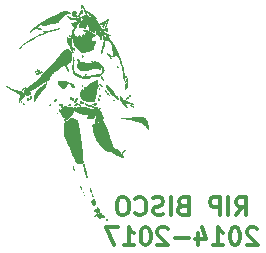
<source format=gbr>
G04 #@! TF.FileFunction,Legend,Bot*
%FSLAX46Y46*%
G04 Gerber Fmt 4.6, Leading zero omitted, Abs format (unit mm)*
G04 Created by KiCad (PCBNEW 4.0.6) date Tue Nov 21 01:35:09 2017*
%MOMM*%
%LPD*%
G01*
G04 APERTURE LIST*
%ADD10C,0.100000*%
%ADD11C,0.300000*%
%ADD12C,0.010000*%
G04 APERTURE END LIST*
D10*
D11*
X153161428Y-142913571D02*
X153661428Y-142199286D01*
X154018571Y-142913571D02*
X154018571Y-141413571D01*
X153447143Y-141413571D01*
X153304285Y-141485000D01*
X153232857Y-141556429D01*
X153161428Y-141699286D01*
X153161428Y-141913571D01*
X153232857Y-142056429D01*
X153304285Y-142127857D01*
X153447143Y-142199286D01*
X154018571Y-142199286D01*
X152518571Y-142913571D02*
X152518571Y-141413571D01*
X151804285Y-142913571D02*
X151804285Y-141413571D01*
X151232857Y-141413571D01*
X151089999Y-141485000D01*
X151018571Y-141556429D01*
X150947142Y-141699286D01*
X150947142Y-141913571D01*
X151018571Y-142056429D01*
X151089999Y-142127857D01*
X151232857Y-142199286D01*
X151804285Y-142199286D01*
X148661428Y-142127857D02*
X148447142Y-142199286D01*
X148375714Y-142270714D01*
X148304285Y-142413571D01*
X148304285Y-142627857D01*
X148375714Y-142770714D01*
X148447142Y-142842143D01*
X148590000Y-142913571D01*
X149161428Y-142913571D01*
X149161428Y-141413571D01*
X148661428Y-141413571D01*
X148518571Y-141485000D01*
X148447142Y-141556429D01*
X148375714Y-141699286D01*
X148375714Y-141842143D01*
X148447142Y-141985000D01*
X148518571Y-142056429D01*
X148661428Y-142127857D01*
X149161428Y-142127857D01*
X147661428Y-142913571D02*
X147661428Y-141413571D01*
X147018571Y-142842143D02*
X146804285Y-142913571D01*
X146447142Y-142913571D01*
X146304285Y-142842143D01*
X146232856Y-142770714D01*
X146161428Y-142627857D01*
X146161428Y-142485000D01*
X146232856Y-142342143D01*
X146304285Y-142270714D01*
X146447142Y-142199286D01*
X146732856Y-142127857D01*
X146875714Y-142056429D01*
X146947142Y-141985000D01*
X147018571Y-141842143D01*
X147018571Y-141699286D01*
X146947142Y-141556429D01*
X146875714Y-141485000D01*
X146732856Y-141413571D01*
X146375714Y-141413571D01*
X146161428Y-141485000D01*
X144661428Y-142770714D02*
X144732857Y-142842143D01*
X144947143Y-142913571D01*
X145090000Y-142913571D01*
X145304285Y-142842143D01*
X145447143Y-142699286D01*
X145518571Y-142556429D01*
X145590000Y-142270714D01*
X145590000Y-142056429D01*
X145518571Y-141770714D01*
X145447143Y-141627857D01*
X145304285Y-141485000D01*
X145090000Y-141413571D01*
X144947143Y-141413571D01*
X144732857Y-141485000D01*
X144661428Y-141556429D01*
X143732857Y-141413571D02*
X143447143Y-141413571D01*
X143304285Y-141485000D01*
X143161428Y-141627857D01*
X143090000Y-141913571D01*
X143090000Y-142413571D01*
X143161428Y-142699286D01*
X143304285Y-142842143D01*
X143447143Y-142913571D01*
X143732857Y-142913571D01*
X143875714Y-142842143D01*
X144018571Y-142699286D01*
X144090000Y-142413571D01*
X144090000Y-141913571D01*
X144018571Y-141627857D01*
X143875714Y-141485000D01*
X143732857Y-141413571D01*
X154947141Y-144106429D02*
X154875712Y-144035000D01*
X154732855Y-143963571D01*
X154375712Y-143963571D01*
X154232855Y-144035000D01*
X154161426Y-144106429D01*
X154089998Y-144249286D01*
X154089998Y-144392143D01*
X154161426Y-144606429D01*
X155018569Y-145463571D01*
X154089998Y-145463571D01*
X153161427Y-143963571D02*
X153018570Y-143963571D01*
X152875713Y-144035000D01*
X152804284Y-144106429D01*
X152732855Y-144249286D01*
X152661427Y-144535000D01*
X152661427Y-144892143D01*
X152732855Y-145177857D01*
X152804284Y-145320714D01*
X152875713Y-145392143D01*
X153018570Y-145463571D01*
X153161427Y-145463571D01*
X153304284Y-145392143D01*
X153375713Y-145320714D01*
X153447141Y-145177857D01*
X153518570Y-144892143D01*
X153518570Y-144535000D01*
X153447141Y-144249286D01*
X153375713Y-144106429D01*
X153304284Y-144035000D01*
X153161427Y-143963571D01*
X151232856Y-145463571D02*
X152089999Y-145463571D01*
X151661427Y-145463571D02*
X151661427Y-143963571D01*
X151804284Y-144177857D01*
X151947142Y-144320714D01*
X152089999Y-144392143D01*
X149947142Y-144463571D02*
X149947142Y-145463571D01*
X150304285Y-143892143D02*
X150661428Y-144963571D01*
X149732856Y-144963571D01*
X149161428Y-144892143D02*
X148018571Y-144892143D01*
X147375714Y-144106429D02*
X147304285Y-144035000D01*
X147161428Y-143963571D01*
X146804285Y-143963571D01*
X146661428Y-144035000D01*
X146589999Y-144106429D01*
X146518571Y-144249286D01*
X146518571Y-144392143D01*
X146589999Y-144606429D01*
X147447142Y-145463571D01*
X146518571Y-145463571D01*
X145590000Y-143963571D02*
X145447143Y-143963571D01*
X145304286Y-144035000D01*
X145232857Y-144106429D01*
X145161428Y-144249286D01*
X145090000Y-144535000D01*
X145090000Y-144892143D01*
X145161428Y-145177857D01*
X145232857Y-145320714D01*
X145304286Y-145392143D01*
X145447143Y-145463571D01*
X145590000Y-145463571D01*
X145732857Y-145392143D01*
X145804286Y-145320714D01*
X145875714Y-145177857D01*
X145947143Y-144892143D01*
X145947143Y-144535000D01*
X145875714Y-144249286D01*
X145804286Y-144106429D01*
X145732857Y-144035000D01*
X145590000Y-143963571D01*
X143661429Y-145463571D02*
X144518572Y-145463571D01*
X144090000Y-145463571D02*
X144090000Y-143963571D01*
X144232857Y-144177857D01*
X144375715Y-144320714D01*
X144518572Y-144392143D01*
X143161429Y-143963571D02*
X142161429Y-143963571D01*
X142804286Y-145463571D01*
D12*
G36*
X142207804Y-143279783D02*
X142185097Y-143292170D01*
X142180820Y-143308940D01*
X142196982Y-143322592D01*
X142226474Y-143331636D01*
X142255737Y-143333741D01*
X142271214Y-143326579D01*
X142271507Y-143324523D01*
X142263641Y-143300819D01*
X142257614Y-143290019D01*
X142236513Y-143277948D01*
X142207804Y-143279783D01*
X142207804Y-143279783D01*
G37*
X142207804Y-143279783D02*
X142185097Y-143292170D01*
X142180820Y-143308940D01*
X142196982Y-143322592D01*
X142226474Y-143331636D01*
X142255737Y-143333741D01*
X142271214Y-143326579D01*
X142271507Y-143324523D01*
X142263641Y-143300819D01*
X142257614Y-143290019D01*
X142236513Y-143277948D01*
X142207804Y-143279783D01*
G36*
X141776318Y-143033524D02*
X141738645Y-143044445D01*
X141679146Y-143067446D01*
X141674613Y-143069289D01*
X141611696Y-143097095D01*
X141578676Y-143117200D01*
X141574777Y-143130091D01*
X141576171Y-143131140D01*
X141589720Y-143139328D01*
X141602754Y-143142038D01*
X141623528Y-143137988D01*
X141660293Y-143125896D01*
X141700250Y-143111857D01*
X141751610Y-143093732D01*
X141792494Y-143079184D01*
X141809195Y-143073142D01*
X141822410Y-143060953D01*
X141812386Y-143042905D01*
X141798716Y-143033428D01*
X141776318Y-143033524D01*
X141776318Y-143033524D01*
G37*
X141776318Y-143033524D02*
X141738645Y-143044445D01*
X141679146Y-143067446D01*
X141674613Y-143069289D01*
X141611696Y-143097095D01*
X141578676Y-143117200D01*
X141574777Y-143130091D01*
X141576171Y-143131140D01*
X141589720Y-143139328D01*
X141602754Y-143142038D01*
X141623528Y-143137988D01*
X141660293Y-143125896D01*
X141700250Y-143111857D01*
X141751610Y-143093732D01*
X141792494Y-143079184D01*
X141809195Y-143073142D01*
X141822410Y-143060953D01*
X141812386Y-143042905D01*
X141798716Y-143033428D01*
X141776318Y-143033524D01*
G36*
X141827250Y-142913940D02*
X141840419Y-142966071D01*
X141873691Y-143015292D01*
X141908928Y-143042878D01*
X141946834Y-143060872D01*
X141964661Y-143061888D01*
X141969888Y-143044721D01*
X141970125Y-143033011D01*
X141955965Y-143000714D01*
X141922460Y-142973480D01*
X141887160Y-142947179D01*
X141866366Y-142920159D01*
X141865827Y-142918656D01*
X141850548Y-142895006D01*
X141834129Y-142893889D01*
X141827250Y-142913940D01*
X141827250Y-142913940D01*
G37*
X141827250Y-142913940D02*
X141840419Y-142966071D01*
X141873691Y-143015292D01*
X141908928Y-143042878D01*
X141946834Y-143060872D01*
X141964661Y-143061888D01*
X141969888Y-143044721D01*
X141970125Y-143033011D01*
X141955965Y-143000714D01*
X141922460Y-142973480D01*
X141887160Y-142947179D01*
X141866366Y-142920159D01*
X141865827Y-142918656D01*
X141850548Y-142895006D01*
X141834129Y-142893889D01*
X141827250Y-142913940D01*
G36*
X141652838Y-142848957D02*
X141605630Y-142863962D01*
X141552082Y-142885092D01*
X141499054Y-142909172D01*
X141453408Y-142933028D01*
X141422003Y-142953486D01*
X141411700Y-142967372D01*
X141413574Y-142969677D01*
X141435332Y-142992514D01*
X141452017Y-143019699D01*
X141483526Y-143051502D01*
X141534950Y-143059420D01*
X141606700Y-143043466D01*
X141652625Y-143025545D01*
X141704413Y-143004862D01*
X141747662Y-142990777D01*
X141767719Y-142986864D01*
X141790895Y-142977630D01*
X141791382Y-142950483D01*
X141769102Y-142903502D01*
X141763924Y-142894843D01*
X141733315Y-142857277D01*
X141697689Y-142843729D01*
X141686845Y-142843250D01*
X141652838Y-142848957D01*
X141652838Y-142848957D01*
G37*
X141652838Y-142848957D02*
X141605630Y-142863962D01*
X141552082Y-142885092D01*
X141499054Y-142909172D01*
X141453408Y-142933028D01*
X141422003Y-142953486D01*
X141411700Y-142967372D01*
X141413574Y-142969677D01*
X141435332Y-142992514D01*
X141452017Y-143019699D01*
X141483526Y-143051502D01*
X141534950Y-143059420D01*
X141606700Y-143043466D01*
X141652625Y-143025545D01*
X141704413Y-143004862D01*
X141747662Y-142990777D01*
X141767719Y-142986864D01*
X141790895Y-142977630D01*
X141791382Y-142950483D01*
X141769102Y-142903502D01*
X141763924Y-142894843D01*
X141733315Y-142857277D01*
X141697689Y-142843729D01*
X141686845Y-142843250D01*
X141652838Y-142848957D01*
G36*
X141112875Y-142994062D02*
X141120813Y-143002000D01*
X141128750Y-142994062D01*
X141120813Y-142986125D01*
X141112875Y-142994062D01*
X141112875Y-142994062D01*
G37*
X141112875Y-142994062D02*
X141120813Y-143002000D01*
X141128750Y-142994062D01*
X141120813Y-142986125D01*
X141112875Y-142994062D01*
G36*
X141585676Y-142757903D02*
X141542746Y-142768246D01*
X141485887Y-142785668D01*
X141422810Y-142807659D01*
X141361228Y-142831706D01*
X141315282Y-142852146D01*
X141272926Y-142878950D01*
X141256480Y-142908285D01*
X141255750Y-142917627D01*
X141257804Y-142946065D01*
X141261324Y-142954375D01*
X141277252Y-142947558D01*
X141312219Y-142930041D01*
X141341834Y-142914530D01*
X141399134Y-142887513D01*
X141469059Y-142859244D01*
X141518823Y-142841716D01*
X141581774Y-142816863D01*
X141616033Y-142792708D01*
X141620515Y-142770290D01*
X141606965Y-142757151D01*
X141585676Y-142757903D01*
X141585676Y-142757903D01*
G37*
X141585676Y-142757903D02*
X141542746Y-142768246D01*
X141485887Y-142785668D01*
X141422810Y-142807659D01*
X141361228Y-142831706D01*
X141315282Y-142852146D01*
X141272926Y-142878950D01*
X141256480Y-142908285D01*
X141255750Y-142917627D01*
X141257804Y-142946065D01*
X141261324Y-142954375D01*
X141277252Y-142947558D01*
X141312219Y-142930041D01*
X141341834Y-142914530D01*
X141399134Y-142887513D01*
X141469059Y-142859244D01*
X141518823Y-142841716D01*
X141581774Y-142816863D01*
X141616033Y-142792708D01*
X141620515Y-142770290D01*
X141606965Y-142757151D01*
X141585676Y-142757903D01*
G36*
X141692709Y-142715943D02*
X141691206Y-142717168D01*
X141671703Y-142743229D01*
X141668500Y-142756182D01*
X141680819Y-142779174D01*
X141707415Y-142786175D01*
X141729323Y-142776077D01*
X141737847Y-142749255D01*
X141730150Y-142728668D01*
X141713103Y-142708379D01*
X141692709Y-142715943D01*
X141692709Y-142715943D01*
G37*
X141692709Y-142715943D02*
X141691206Y-142717168D01*
X141671703Y-142743229D01*
X141668500Y-142756182D01*
X141680819Y-142779174D01*
X141707415Y-142786175D01*
X141729323Y-142776077D01*
X141737847Y-142749255D01*
X141730150Y-142728668D01*
X141713103Y-142708379D01*
X141692709Y-142715943D01*
G36*
X141448019Y-142513704D02*
X141388570Y-142535756D01*
X141334989Y-142569531D01*
X141312902Y-142605347D01*
X141322087Y-142643742D01*
X141336533Y-142662185D01*
X141367953Y-142686967D01*
X141406753Y-142697237D01*
X141460890Y-142693893D01*
X141517688Y-142682686D01*
X141573535Y-142669346D01*
X141603172Y-142657626D01*
X141611252Y-142641685D01*
X141602424Y-142615682D01*
X141590284Y-142591521D01*
X141552196Y-142537174D01*
X141505977Y-142511568D01*
X141448019Y-142513704D01*
X141448019Y-142513704D01*
G37*
X141448019Y-142513704D02*
X141388570Y-142535756D01*
X141334989Y-142569531D01*
X141312902Y-142605347D01*
X141322087Y-142643742D01*
X141336533Y-142662185D01*
X141367953Y-142686967D01*
X141406753Y-142697237D01*
X141460890Y-142693893D01*
X141517688Y-142682686D01*
X141573535Y-142669346D01*
X141603172Y-142657626D01*
X141611252Y-142641685D01*
X141602424Y-142615682D01*
X141590284Y-142591521D01*
X141552196Y-142537174D01*
X141505977Y-142511568D01*
X141448019Y-142513704D01*
G36*
X141314842Y-142378393D02*
X141271072Y-142406320D01*
X141239464Y-142441404D01*
X141232643Y-142457157D01*
X141211101Y-142490300D01*
X141169401Y-142520075D01*
X141165929Y-142521801D01*
X141126107Y-142546260D01*
X141110483Y-142567541D01*
X141121188Y-142581732D01*
X141131881Y-142584349D01*
X141156887Y-142580511D01*
X141200745Y-142567462D01*
X141243487Y-142551997D01*
X141300939Y-142527026D01*
X141352768Y-142500132D01*
X141378131Y-142483965D01*
X141406697Y-142459034D01*
X141412597Y-142436951D01*
X141402641Y-142409161D01*
X141380781Y-142378688D01*
X141357759Y-142367000D01*
X141314842Y-142378393D01*
X141314842Y-142378393D01*
G37*
X141314842Y-142378393D02*
X141271072Y-142406320D01*
X141239464Y-142441404D01*
X141232643Y-142457157D01*
X141211101Y-142490300D01*
X141169401Y-142520075D01*
X141165929Y-142521801D01*
X141126107Y-142546260D01*
X141110483Y-142567541D01*
X141121188Y-142581732D01*
X141131881Y-142584349D01*
X141156887Y-142580511D01*
X141200745Y-142567462D01*
X141243487Y-142551997D01*
X141300939Y-142527026D01*
X141352768Y-142500132D01*
X141378131Y-142483965D01*
X141406697Y-142459034D01*
X141412597Y-142436951D01*
X141402641Y-142409161D01*
X141380781Y-142378688D01*
X141357759Y-142367000D01*
X141314842Y-142378393D01*
G36*
X141432549Y-142284080D02*
X141433032Y-142313929D01*
X141446244Y-142347371D01*
X141463580Y-142383282D01*
X141477601Y-142418593D01*
X141495704Y-142447819D01*
X141518463Y-142461890D01*
X141536569Y-142457558D01*
X141541500Y-142440897D01*
X141530630Y-142414627D01*
X141511573Y-142392461D01*
X141486158Y-142356644D01*
X141472282Y-142318563D01*
X141460909Y-142285536D01*
X141446684Y-142271750D01*
X141446647Y-142271750D01*
X141432549Y-142284080D01*
X141432549Y-142284080D01*
G37*
X141432549Y-142284080D02*
X141433032Y-142313929D01*
X141446244Y-142347371D01*
X141463580Y-142383282D01*
X141477601Y-142418593D01*
X141495704Y-142447819D01*
X141518463Y-142461890D01*
X141536569Y-142457558D01*
X141541500Y-142440897D01*
X141530630Y-142414627D01*
X141511573Y-142392461D01*
X141486158Y-142356644D01*
X141472282Y-142318563D01*
X141460909Y-142285536D01*
X141446684Y-142271750D01*
X141446647Y-142271750D01*
X141432549Y-142284080D01*
G36*
X141133740Y-141538200D02*
X141098337Y-141561921D01*
X141053346Y-141597346D01*
X141044121Y-141605150D01*
X140996301Y-141643293D01*
X140954805Y-141671449D01*
X140927560Y-141684328D01*
X140925059Y-141684618D01*
X140887789Y-141693210D01*
X140875776Y-141699280D01*
X140866189Y-141712207D01*
X140874086Y-141733073D01*
X140902184Y-141768076D01*
X140909577Y-141776335D01*
X140941083Y-141819189D01*
X140974098Y-141876514D01*
X141003752Y-141938177D01*
X141025175Y-141994043D01*
X141033500Y-142033980D01*
X141033500Y-142034220D01*
X141045294Y-142048447D01*
X141076288Y-142045560D01*
X141119905Y-142026978D01*
X141148686Y-142009370D01*
X141187614Y-141975578D01*
X141213850Y-141939378D01*
X141217927Y-141928661D01*
X141222407Y-141885655D01*
X141220556Y-141825825D01*
X141213605Y-141756664D01*
X141202787Y-141685665D01*
X141189331Y-141620321D01*
X141174471Y-141568125D01*
X141159437Y-141536568D01*
X141152563Y-141530966D01*
X141133740Y-141538200D01*
X141133740Y-141538200D01*
G37*
X141133740Y-141538200D02*
X141098337Y-141561921D01*
X141053346Y-141597346D01*
X141044121Y-141605150D01*
X140996301Y-141643293D01*
X140954805Y-141671449D01*
X140927560Y-141684328D01*
X140925059Y-141684618D01*
X140887789Y-141693210D01*
X140875776Y-141699280D01*
X140866189Y-141712207D01*
X140874086Y-141733073D01*
X140902184Y-141768076D01*
X140909577Y-141776335D01*
X140941083Y-141819189D01*
X140974098Y-141876514D01*
X141003752Y-141938177D01*
X141025175Y-141994043D01*
X141033500Y-142033980D01*
X141033500Y-142034220D01*
X141045294Y-142048447D01*
X141076288Y-142045560D01*
X141119905Y-142026978D01*
X141148686Y-142009370D01*
X141187614Y-141975578D01*
X141213850Y-141939378D01*
X141217927Y-141928661D01*
X141222407Y-141885655D01*
X141220556Y-141825825D01*
X141213605Y-141756664D01*
X141202787Y-141685665D01*
X141189331Y-141620321D01*
X141174471Y-141568125D01*
X141159437Y-141536568D01*
X141152563Y-141530966D01*
X141133740Y-141538200D01*
G36*
X140961814Y-141125234D02*
X140958257Y-141147725D01*
X140960287Y-141183424D01*
X140967884Y-141223311D01*
X140971211Y-141234636D01*
X140988095Y-141273608D01*
X141007592Y-141301620D01*
X141024388Y-141313294D01*
X141033171Y-141303252D01*
X141033500Y-141297702D01*
X141027714Y-141267789D01*
X141013482Y-141222354D01*
X140995491Y-141174352D01*
X140978431Y-141136734D01*
X140970977Y-141124970D01*
X140961814Y-141125234D01*
X140961814Y-141125234D01*
G37*
X140961814Y-141125234D02*
X140958257Y-141147725D01*
X140960287Y-141183424D01*
X140967884Y-141223311D01*
X140971211Y-141234636D01*
X140988095Y-141273608D01*
X141007592Y-141301620D01*
X141024388Y-141313294D01*
X141033171Y-141303252D01*
X141033500Y-141297702D01*
X141027714Y-141267789D01*
X141013482Y-141222354D01*
X140995491Y-141174352D01*
X140978431Y-141136734D01*
X140970977Y-141124970D01*
X140961814Y-141125234D01*
G36*
X140319125Y-141184312D02*
X140327063Y-141192250D01*
X140335000Y-141184312D01*
X140327063Y-141176375D01*
X140319125Y-141184312D01*
X140319125Y-141184312D01*
G37*
X140319125Y-141184312D02*
X140327063Y-141192250D01*
X140335000Y-141184312D01*
X140327063Y-141176375D01*
X140319125Y-141184312D01*
G36*
X140223875Y-140993812D02*
X140231813Y-141001750D01*
X140239750Y-140993812D01*
X140231813Y-140985875D01*
X140223875Y-140993812D01*
X140223875Y-140993812D01*
G37*
X140223875Y-140993812D02*
X140231813Y-141001750D01*
X140239750Y-140993812D01*
X140231813Y-140985875D01*
X140223875Y-140993812D01*
G36*
X140192125Y-140930312D02*
X140200063Y-140938250D01*
X140208000Y-140930312D01*
X140200063Y-140922375D01*
X140192125Y-140930312D01*
X140192125Y-140930312D01*
G37*
X140192125Y-140930312D02*
X140200063Y-140938250D01*
X140208000Y-140930312D01*
X140200063Y-140922375D01*
X140192125Y-140930312D01*
G36*
X140874750Y-140914437D02*
X140882688Y-140922375D01*
X140890625Y-140914437D01*
X140882688Y-140906500D01*
X140874750Y-140914437D01*
X140874750Y-140914437D01*
G37*
X140874750Y-140914437D02*
X140882688Y-140922375D01*
X140890625Y-140914437D01*
X140882688Y-140906500D01*
X140874750Y-140914437D01*
G36*
X140858875Y-140866812D02*
X140866813Y-140874750D01*
X140874750Y-140866812D01*
X140866813Y-140858875D01*
X140858875Y-140866812D01*
X140858875Y-140866812D01*
G37*
X140858875Y-140866812D02*
X140866813Y-140874750D01*
X140874750Y-140866812D01*
X140866813Y-140858875D01*
X140858875Y-140866812D01*
G36*
X140848292Y-140816541D02*
X140846392Y-140835381D01*
X140848292Y-140837708D01*
X140857730Y-140835529D01*
X140858875Y-140827125D01*
X140853067Y-140814058D01*
X140848292Y-140816541D01*
X140848292Y-140816541D01*
G37*
X140848292Y-140816541D02*
X140846392Y-140835381D01*
X140848292Y-140837708D01*
X140857730Y-140835529D01*
X140858875Y-140827125D01*
X140853067Y-140814058D01*
X140848292Y-140816541D01*
G36*
X140783970Y-140612642D02*
X140789825Y-140650183D01*
X140799808Y-140695683D01*
X140811337Y-140737939D01*
X140821830Y-140765753D01*
X140825452Y-140770528D01*
X140828110Y-140760505D01*
X140823555Y-140727254D01*
X140813944Y-140682998D01*
X140801037Y-140634634D01*
X140790382Y-140602671D01*
X140784823Y-140594260D01*
X140783970Y-140612642D01*
X140783970Y-140612642D01*
G37*
X140783970Y-140612642D02*
X140789825Y-140650183D01*
X140799808Y-140695683D01*
X140811337Y-140737939D01*
X140821830Y-140765753D01*
X140825452Y-140770528D01*
X140828110Y-140760505D01*
X140823555Y-140727254D01*
X140813944Y-140682998D01*
X140801037Y-140634634D01*
X140790382Y-140602671D01*
X140784823Y-140594260D01*
X140783970Y-140612642D01*
G36*
X139938125Y-140418353D02*
X139944498Y-140436664D01*
X139961323Y-140475234D01*
X139985160Y-140526912D01*
X140012571Y-140584547D01*
X140040116Y-140640989D01*
X140064356Y-140689085D01*
X140081851Y-140721684D01*
X140088914Y-140731875D01*
X140089050Y-140718781D01*
X140081468Y-140688218D01*
X140064887Y-140641779D01*
X140041924Y-140588175D01*
X140015642Y-140533174D01*
X139989106Y-140482546D01*
X139965378Y-140442056D01*
X139947523Y-140417474D01*
X139938604Y-140414567D01*
X139938125Y-140418353D01*
X139938125Y-140418353D01*
G37*
X139938125Y-140418353D02*
X139944498Y-140436664D01*
X139961323Y-140475234D01*
X139985160Y-140526912D01*
X140012571Y-140584547D01*
X140040116Y-140640989D01*
X140064356Y-140689085D01*
X140081851Y-140721684D01*
X140088914Y-140731875D01*
X140089050Y-140718781D01*
X140081468Y-140688218D01*
X140064887Y-140641779D01*
X140041924Y-140588175D01*
X140015642Y-140533174D01*
X139989106Y-140482546D01*
X139965378Y-140442056D01*
X139947523Y-140417474D01*
X139938604Y-140414567D01*
X139938125Y-140418353D01*
G36*
X140227972Y-138556535D02*
X140224343Y-138564937D01*
X140222007Y-138601774D01*
X140232732Y-138651564D01*
X140235709Y-138660187D01*
X140246995Y-138704104D01*
X140257897Y-138768943D01*
X140266752Y-138843904D01*
X140269942Y-138882515D01*
X140277341Y-138965856D01*
X140287842Y-139028935D01*
X140304118Y-139083235D01*
X140328839Y-139140242D01*
X140330869Y-139144453D01*
X140362214Y-139218025D01*
X140391550Y-139301468D01*
X140407866Y-139358687D01*
X140425141Y-139422082D01*
X140443962Y-139479665D01*
X140459551Y-139517437D01*
X140478948Y-139563642D01*
X140489939Y-139604750D01*
X140500080Y-139641314D01*
X140510903Y-139659816D01*
X140519276Y-139658457D01*
X140517686Y-139628832D01*
X140516228Y-139620128D01*
X140481195Y-139433349D01*
X140444621Y-139254489D01*
X140407453Y-139087421D01*
X140370635Y-138936021D01*
X140335113Y-138804163D01*
X140301834Y-138695721D01*
X140271742Y-138614570D01*
X140269535Y-138609452D01*
X140249607Y-138566919D01*
X140236992Y-138550500D01*
X140227972Y-138556535D01*
X140227972Y-138556535D01*
G37*
X140227972Y-138556535D02*
X140224343Y-138564937D01*
X140222007Y-138601774D01*
X140232732Y-138651564D01*
X140235709Y-138660187D01*
X140246995Y-138704104D01*
X140257897Y-138768943D01*
X140266752Y-138843904D01*
X140269942Y-138882515D01*
X140277341Y-138965856D01*
X140287842Y-139028935D01*
X140304118Y-139083235D01*
X140328839Y-139140242D01*
X140330869Y-139144453D01*
X140362214Y-139218025D01*
X140391550Y-139301468D01*
X140407866Y-139358687D01*
X140425141Y-139422082D01*
X140443962Y-139479665D01*
X140459551Y-139517437D01*
X140478948Y-139563642D01*
X140489939Y-139604750D01*
X140500080Y-139641314D01*
X140510903Y-139659816D01*
X140519276Y-139658457D01*
X140517686Y-139628832D01*
X140516228Y-139620128D01*
X140481195Y-139433349D01*
X140444621Y-139254489D01*
X140407453Y-139087421D01*
X140370635Y-138936021D01*
X140335113Y-138804163D01*
X140301834Y-138695721D01*
X140271742Y-138614570D01*
X140269535Y-138609452D01*
X140249607Y-138566919D01*
X140236992Y-138550500D01*
X140227972Y-138556535D01*
G36*
X139368762Y-138811000D02*
X139371615Y-138847786D01*
X139379894Y-138901737D01*
X139391743Y-138964100D01*
X139405305Y-139026126D01*
X139418724Y-139079064D01*
X139430145Y-139114162D01*
X139434877Y-139122667D01*
X139438455Y-139114009D01*
X139437757Y-139082361D01*
X139435950Y-139062342D01*
X139427293Y-139003422D01*
X139415448Y-138946643D01*
X139413173Y-138938000D01*
X139399008Y-138883404D01*
X139385014Y-138824423D01*
X139383795Y-138818937D01*
X139369815Y-138755437D01*
X139368762Y-138811000D01*
X139368762Y-138811000D01*
G37*
X139368762Y-138811000D02*
X139371615Y-138847786D01*
X139379894Y-138901737D01*
X139391743Y-138964100D01*
X139405305Y-139026126D01*
X139418724Y-139079064D01*
X139430145Y-139114162D01*
X139434877Y-139122667D01*
X139438455Y-139114009D01*
X139437757Y-139082361D01*
X139435950Y-139062342D01*
X139427293Y-139003422D01*
X139415448Y-138946643D01*
X139413173Y-138938000D01*
X139399008Y-138883404D01*
X139385014Y-138824423D01*
X139383795Y-138818937D01*
X139369815Y-138755437D01*
X139368762Y-138811000D01*
G36*
X139190759Y-134688003D02*
X139135822Y-134706727D01*
X139073278Y-134745318D01*
X139012376Y-134796735D01*
X138962368Y-134853939D01*
X138951579Y-134870031D01*
X138922381Y-134906405D01*
X138888339Y-134920421D01*
X138867637Y-134921625D01*
X138789586Y-134930373D01*
X138733204Y-134958742D01*
X138692995Y-135009919D01*
X138684253Y-135027938D01*
X138664868Y-135077036D01*
X138649599Y-135129580D01*
X138638099Y-135189668D01*
X138630017Y-135261400D01*
X138625006Y-135348872D01*
X138622715Y-135456184D01*
X138622797Y-135587433D01*
X138624596Y-135728559D01*
X138626876Y-135857425D01*
X138629176Y-135958455D01*
X138631813Y-136035564D01*
X138635102Y-136092666D01*
X138639358Y-136133673D01*
X138644896Y-136162500D01*
X138652034Y-136183060D01*
X138661084Y-136199268D01*
X138662737Y-136201726D01*
X138682023Y-136237734D01*
X138706199Y-136293874D01*
X138730957Y-136359892D01*
X138738529Y-136382125D01*
X138763764Y-136451297D01*
X138798582Y-136537374D01*
X138838214Y-136628939D01*
X138874513Y-136707562D01*
X138959134Y-136886151D01*
X139030948Y-137042495D01*
X139092309Y-137182243D01*
X139145572Y-137311047D01*
X139193089Y-137434556D01*
X139237217Y-137558422D01*
X139270543Y-137658141D01*
X139319617Y-137797426D01*
X139369508Y-137917801D01*
X139418434Y-138015422D01*
X139464612Y-138086443D01*
X139475037Y-138099046D01*
X139515211Y-138157859D01*
X139553307Y-138236588D01*
X139584118Y-138323552D01*
X139596002Y-138370337D01*
X139619643Y-138409060D01*
X139672734Y-138447854D01*
X139753006Y-138485381D01*
X139841788Y-138515542D01*
X139909530Y-138533402D01*
X139959482Y-138539012D01*
X140003266Y-138532077D01*
X140052505Y-138512301D01*
X140057188Y-138510079D01*
X140106966Y-138483341D01*
X140150946Y-138455011D01*
X140158990Y-138448880D01*
X140179610Y-138430454D01*
X140189056Y-138411751D01*
X140188655Y-138383232D01*
X140179735Y-138335360D01*
X140176760Y-138321275D01*
X140167242Y-138260156D01*
X140164110Y-138203387D01*
X140166520Y-138173056D01*
X140168648Y-138136898D01*
X140166818Y-138073385D01*
X140161377Y-137986616D01*
X140152671Y-137880695D01*
X140141048Y-137759721D01*
X140126854Y-137627795D01*
X140110436Y-137489019D01*
X140105013Y-137445750D01*
X140093679Y-137350522D01*
X140081675Y-137239830D01*
X140070710Y-137129873D01*
X140064802Y-137064750D01*
X140049995Y-136914900D01*
X140028785Y-136735522D01*
X140001368Y-136528146D01*
X139967937Y-136294301D01*
X139962131Y-136255125D01*
X139950961Y-136179628D01*
X139940352Y-136107116D01*
X139932027Y-136049396D01*
X139929691Y-136032875D01*
X139921494Y-135982960D01*
X139908770Y-135915034D01*
X139893969Y-135842057D01*
X139890654Y-135826500D01*
X139876968Y-135760039D01*
X139859845Y-135672584D01*
X139841255Y-135574424D01*
X139823171Y-135475850D01*
X139819155Y-135453437D01*
X139800598Y-135351180D01*
X139780236Y-135241968D01*
X139760363Y-135137951D01*
X139743277Y-135051276D01*
X139741130Y-135040687D01*
X139725429Y-134965078D01*
X139713551Y-134915404D01*
X139703144Y-134886454D01*
X139691853Y-134873020D01*
X139677324Y-134869893D01*
X139664439Y-134870990D01*
X139627688Y-134865220D01*
X139576917Y-134839178D01*
X139524833Y-134803415D01*
X139431390Y-134745541D01*
X139335834Y-134705910D01*
X139245958Y-134687214D01*
X139190759Y-134688003D01*
X139190759Y-134688003D01*
G37*
X139190759Y-134688003D02*
X139135822Y-134706727D01*
X139073278Y-134745318D01*
X139012376Y-134796735D01*
X138962368Y-134853939D01*
X138951579Y-134870031D01*
X138922381Y-134906405D01*
X138888339Y-134920421D01*
X138867637Y-134921625D01*
X138789586Y-134930373D01*
X138733204Y-134958742D01*
X138692995Y-135009919D01*
X138684253Y-135027938D01*
X138664868Y-135077036D01*
X138649599Y-135129580D01*
X138638099Y-135189668D01*
X138630017Y-135261400D01*
X138625006Y-135348872D01*
X138622715Y-135456184D01*
X138622797Y-135587433D01*
X138624596Y-135728559D01*
X138626876Y-135857425D01*
X138629176Y-135958455D01*
X138631813Y-136035564D01*
X138635102Y-136092666D01*
X138639358Y-136133673D01*
X138644896Y-136162500D01*
X138652034Y-136183060D01*
X138661084Y-136199268D01*
X138662737Y-136201726D01*
X138682023Y-136237734D01*
X138706199Y-136293874D01*
X138730957Y-136359892D01*
X138738529Y-136382125D01*
X138763764Y-136451297D01*
X138798582Y-136537374D01*
X138838214Y-136628939D01*
X138874513Y-136707562D01*
X138959134Y-136886151D01*
X139030948Y-137042495D01*
X139092309Y-137182243D01*
X139145572Y-137311047D01*
X139193089Y-137434556D01*
X139237217Y-137558422D01*
X139270543Y-137658141D01*
X139319617Y-137797426D01*
X139369508Y-137917801D01*
X139418434Y-138015422D01*
X139464612Y-138086443D01*
X139475037Y-138099046D01*
X139515211Y-138157859D01*
X139553307Y-138236588D01*
X139584118Y-138323552D01*
X139596002Y-138370337D01*
X139619643Y-138409060D01*
X139672734Y-138447854D01*
X139753006Y-138485381D01*
X139841788Y-138515542D01*
X139909530Y-138533402D01*
X139959482Y-138539012D01*
X140003266Y-138532077D01*
X140052505Y-138512301D01*
X140057188Y-138510079D01*
X140106966Y-138483341D01*
X140150946Y-138455011D01*
X140158990Y-138448880D01*
X140179610Y-138430454D01*
X140189056Y-138411751D01*
X140188655Y-138383232D01*
X140179735Y-138335360D01*
X140176760Y-138321275D01*
X140167242Y-138260156D01*
X140164110Y-138203387D01*
X140166520Y-138173056D01*
X140168648Y-138136898D01*
X140166818Y-138073385D01*
X140161377Y-137986616D01*
X140152671Y-137880695D01*
X140141048Y-137759721D01*
X140126854Y-137627795D01*
X140110436Y-137489019D01*
X140105013Y-137445750D01*
X140093679Y-137350522D01*
X140081675Y-137239830D01*
X140070710Y-137129873D01*
X140064802Y-137064750D01*
X140049995Y-136914900D01*
X140028785Y-136735522D01*
X140001368Y-136528146D01*
X139967937Y-136294301D01*
X139962131Y-136255125D01*
X139950961Y-136179628D01*
X139940352Y-136107116D01*
X139932027Y-136049396D01*
X139929691Y-136032875D01*
X139921494Y-135982960D01*
X139908770Y-135915034D01*
X139893969Y-135842057D01*
X139890654Y-135826500D01*
X139876968Y-135760039D01*
X139859845Y-135672584D01*
X139841255Y-135574424D01*
X139823171Y-135475850D01*
X139819155Y-135453437D01*
X139800598Y-135351180D01*
X139780236Y-135241968D01*
X139760363Y-135137951D01*
X139743277Y-135051276D01*
X139741130Y-135040687D01*
X139725429Y-134965078D01*
X139713551Y-134915404D01*
X139703144Y-134886454D01*
X139691853Y-134873020D01*
X139677324Y-134869893D01*
X139664439Y-134870990D01*
X139627688Y-134865220D01*
X139576917Y-134839178D01*
X139524833Y-134803415D01*
X139431390Y-134745541D01*
X139335834Y-134705910D01*
X139245958Y-134687214D01*
X139190759Y-134688003D01*
G36*
X141826360Y-134898693D02*
X141786983Y-134921013D01*
X141737580Y-134952892D01*
X141728792Y-134958908D01*
X141665327Y-135000870D01*
X141597953Y-135042536D01*
X141545469Y-135072556D01*
X141501078Y-135098384D01*
X141470846Y-135119926D01*
X141462125Y-135130522D01*
X141447642Y-135162584D01*
X141409708Y-135188841D01*
X141356600Y-135204720D01*
X141323056Y-135207375D01*
X141285597Y-135208367D01*
X141258444Y-135214710D01*
X141234208Y-135231456D01*
X141205502Y-135263654D01*
X141166321Y-135314531D01*
X141110079Y-135391027D01*
X141071748Y-135450479D01*
X141048456Y-135499850D01*
X141037332Y-135546099D01*
X141035505Y-135596188D01*
X141037366Y-135627186D01*
X141050251Y-135706010D01*
X141077399Y-135808225D01*
X141117380Y-135929624D01*
X141168764Y-136065997D01*
X141230119Y-136213136D01*
X141257728Y-136275381D01*
X141290799Y-136351294D01*
X141317618Y-136417922D01*
X141336033Y-136469508D01*
X141343893Y-136500296D01*
X141343672Y-136505324D01*
X141344443Y-136518924D01*
X141351182Y-136516950D01*
X141365120Y-136521378D01*
X141369293Y-136535969D01*
X141372364Y-136569788D01*
X141373540Y-136581311D01*
X141386303Y-136611808D01*
X141418709Y-136662271D01*
X141468382Y-136729789D01*
X141532947Y-136811454D01*
X141610027Y-136904357D01*
X141697246Y-137005588D01*
X141792229Y-137112239D01*
X141892599Y-137221400D01*
X141921146Y-137251807D01*
X142105063Y-137446803D01*
X142192375Y-137443998D01*
X142297108Y-137447871D01*
X142404056Y-137464467D01*
X142504975Y-137491527D01*
X142591624Y-137526792D01*
X142655758Y-137568005D01*
X142660490Y-137572249D01*
X142684917Y-137590191D01*
X142729281Y-137618723D01*
X142786682Y-137653806D01*
X142850218Y-137691404D01*
X142912988Y-137727478D01*
X142968091Y-137757991D01*
X143008625Y-137778905D01*
X143025813Y-137785986D01*
X143133916Y-137818593D01*
X143214496Y-137860526D01*
X143224668Y-137867901D01*
X143272466Y-137899232D01*
X143334483Y-137933193D01*
X143402179Y-137965871D01*
X143467015Y-137993351D01*
X143520450Y-138011721D01*
X143550567Y-138017250D01*
X143581148Y-138009539D01*
X143589375Y-137984972D01*
X143581127Y-137949007D01*
X143559289Y-137895700D01*
X143528221Y-137833897D01*
X143492283Y-137772444D01*
X143464456Y-137731500D01*
X143372266Y-137617539D01*
X143271652Y-137512159D01*
X143167835Y-137419847D01*
X143066034Y-137345092D01*
X142971471Y-137292384D01*
X142938117Y-137278927D01*
X142850992Y-137242392D01*
X142784378Y-137202415D01*
X142742834Y-137161972D01*
X142734008Y-137145694D01*
X142704731Y-137067657D01*
X142671581Y-136976360D01*
X142638014Y-136881603D01*
X142607486Y-136793187D01*
X142583452Y-136720910D01*
X142576712Y-136699625D01*
X142458791Y-136331721D01*
X142342390Y-135994433D01*
X142227608Y-135688021D01*
X142114542Y-135412747D01*
X142003291Y-135168871D01*
X141989455Y-135140480D01*
X141948629Y-135059440D01*
X141911357Y-134989330D01*
X141880252Y-134934769D01*
X141857931Y-134900376D01*
X141847855Y-134890449D01*
X141826360Y-134898693D01*
X141826360Y-134898693D01*
G37*
X141826360Y-134898693D02*
X141786983Y-134921013D01*
X141737580Y-134952892D01*
X141728792Y-134958908D01*
X141665327Y-135000870D01*
X141597953Y-135042536D01*
X141545469Y-135072556D01*
X141501078Y-135098384D01*
X141470846Y-135119926D01*
X141462125Y-135130522D01*
X141447642Y-135162584D01*
X141409708Y-135188841D01*
X141356600Y-135204720D01*
X141323056Y-135207375D01*
X141285597Y-135208367D01*
X141258444Y-135214710D01*
X141234208Y-135231456D01*
X141205502Y-135263654D01*
X141166321Y-135314531D01*
X141110079Y-135391027D01*
X141071748Y-135450479D01*
X141048456Y-135499850D01*
X141037332Y-135546099D01*
X141035505Y-135596188D01*
X141037366Y-135627186D01*
X141050251Y-135706010D01*
X141077399Y-135808225D01*
X141117380Y-135929624D01*
X141168764Y-136065997D01*
X141230119Y-136213136D01*
X141257728Y-136275381D01*
X141290799Y-136351294D01*
X141317618Y-136417922D01*
X141336033Y-136469508D01*
X141343893Y-136500296D01*
X141343672Y-136505324D01*
X141344443Y-136518924D01*
X141351182Y-136516950D01*
X141365120Y-136521378D01*
X141369293Y-136535969D01*
X141372364Y-136569788D01*
X141373540Y-136581311D01*
X141386303Y-136611808D01*
X141418709Y-136662271D01*
X141468382Y-136729789D01*
X141532947Y-136811454D01*
X141610027Y-136904357D01*
X141697246Y-137005588D01*
X141792229Y-137112239D01*
X141892599Y-137221400D01*
X141921146Y-137251807D01*
X142105063Y-137446803D01*
X142192375Y-137443998D01*
X142297108Y-137447871D01*
X142404056Y-137464467D01*
X142504975Y-137491527D01*
X142591624Y-137526792D01*
X142655758Y-137568005D01*
X142660490Y-137572249D01*
X142684917Y-137590191D01*
X142729281Y-137618723D01*
X142786682Y-137653806D01*
X142850218Y-137691404D01*
X142912988Y-137727478D01*
X142968091Y-137757991D01*
X143008625Y-137778905D01*
X143025813Y-137785986D01*
X143133916Y-137818593D01*
X143214496Y-137860526D01*
X143224668Y-137867901D01*
X143272466Y-137899232D01*
X143334483Y-137933193D01*
X143402179Y-137965871D01*
X143467015Y-137993351D01*
X143520450Y-138011721D01*
X143550567Y-138017250D01*
X143581148Y-138009539D01*
X143589375Y-137984972D01*
X143581127Y-137949007D01*
X143559289Y-137895700D01*
X143528221Y-137833897D01*
X143492283Y-137772444D01*
X143464456Y-137731500D01*
X143372266Y-137617539D01*
X143271652Y-137512159D01*
X143167835Y-137419847D01*
X143066034Y-137345092D01*
X142971471Y-137292384D01*
X142938117Y-137278927D01*
X142850992Y-137242392D01*
X142784378Y-137202415D01*
X142742834Y-137161972D01*
X142734008Y-137145694D01*
X142704731Y-137067657D01*
X142671581Y-136976360D01*
X142638014Y-136881603D01*
X142607486Y-136793187D01*
X142583452Y-136720910D01*
X142576712Y-136699625D01*
X142458791Y-136331721D01*
X142342390Y-135994433D01*
X142227608Y-135688021D01*
X142114542Y-135412747D01*
X142003291Y-135168871D01*
X141989455Y-135140480D01*
X141948629Y-135059440D01*
X141911357Y-134989330D01*
X141880252Y-134934769D01*
X141857931Y-134900376D01*
X141847855Y-134890449D01*
X141826360Y-134898693D01*
G36*
X143753693Y-137383418D02*
X143725672Y-137403878D01*
X143684293Y-137440090D01*
X143637000Y-137485437D01*
X143586303Y-137536864D01*
X143545223Y-137580489D01*
X143518323Y-137611337D01*
X143510000Y-137623971D01*
X143514745Y-137634983D01*
X143530781Y-137629708D01*
X143560812Y-137606142D01*
X143607542Y-137562282D01*
X143649304Y-137520782D01*
X143697397Y-137470228D01*
X143735568Y-137426033D01*
X143758979Y-137394041D01*
X143764000Y-137382249D01*
X143753693Y-137383418D01*
X143753693Y-137383418D01*
G37*
X143753693Y-137383418D02*
X143725672Y-137403878D01*
X143684293Y-137440090D01*
X143637000Y-137485437D01*
X143586303Y-137536864D01*
X143545223Y-137580489D01*
X143518323Y-137611337D01*
X143510000Y-137623971D01*
X143514745Y-137634983D01*
X143530781Y-137629708D01*
X143560812Y-137606142D01*
X143607542Y-137562282D01*
X143649304Y-137520782D01*
X143697397Y-137470228D01*
X143735568Y-137426033D01*
X143758979Y-137394041D01*
X143764000Y-137382249D01*
X143753693Y-137383418D01*
G36*
X144920624Y-134624118D02*
X144800515Y-134626855D01*
X144679705Y-134630849D01*
X144563360Y-134635962D01*
X144456643Y-134642058D01*
X144364717Y-134648999D01*
X144292745Y-134656649D01*
X144256125Y-134662531D01*
X144191123Y-134675439D01*
X144132154Y-134686513D01*
X144091311Y-134693486D01*
X144089438Y-134693763D01*
X144025723Y-134706443D01*
X143964378Y-134724348D01*
X143915946Y-134744011D01*
X143894305Y-134757956D01*
X143886201Y-134769768D01*
X143892026Y-134778797D01*
X143915377Y-134785715D01*
X143959853Y-134791193D01*
X144029051Y-134795903D01*
X144121188Y-134800285D01*
X144207340Y-134806201D01*
X144295625Y-134815973D01*
X144372865Y-134827990D01*
X144406938Y-134835236D01*
X144575256Y-134878130D01*
X144717062Y-134917416D01*
X144837128Y-134954907D01*
X144940226Y-134992414D01*
X145031127Y-135031752D01*
X145114605Y-135074731D01*
X145195431Y-135123166D01*
X145237372Y-135150690D01*
X145293954Y-135192917D01*
X145363052Y-135250763D01*
X145438792Y-135318630D01*
X145515302Y-135390919D01*
X145586708Y-135462034D01*
X145647137Y-135526375D01*
X145690716Y-135578345D01*
X145700750Y-135592351D01*
X145733829Y-135636092D01*
X145754869Y-135650459D01*
X145763878Y-135635457D01*
X145764250Y-135627154D01*
X145761007Y-135596640D01*
X145752917Y-135550778D01*
X145749810Y-135535873D01*
X145739514Y-135484670D01*
X145727108Y-135417731D01*
X145716749Y-135358187D01*
X145678986Y-135191885D01*
X145620005Y-135023024D01*
X145568423Y-134906615D01*
X145510295Y-134797571D01*
X145452955Y-134717581D01*
X145394169Y-134664092D01*
X145331705Y-134634554D01*
X145329946Y-134634064D01*
X145290791Y-134628467D01*
X145225117Y-134624811D01*
X145138089Y-134622959D01*
X145034870Y-134622773D01*
X144920624Y-134624118D01*
X144920624Y-134624118D01*
G37*
X144920624Y-134624118D02*
X144800515Y-134626855D01*
X144679705Y-134630849D01*
X144563360Y-134635962D01*
X144456643Y-134642058D01*
X144364717Y-134648999D01*
X144292745Y-134656649D01*
X144256125Y-134662531D01*
X144191123Y-134675439D01*
X144132154Y-134686513D01*
X144091311Y-134693486D01*
X144089438Y-134693763D01*
X144025723Y-134706443D01*
X143964378Y-134724348D01*
X143915946Y-134744011D01*
X143894305Y-134757956D01*
X143886201Y-134769768D01*
X143892026Y-134778797D01*
X143915377Y-134785715D01*
X143959853Y-134791193D01*
X144029051Y-134795903D01*
X144121188Y-134800285D01*
X144207340Y-134806201D01*
X144295625Y-134815973D01*
X144372865Y-134827990D01*
X144406938Y-134835236D01*
X144575256Y-134878130D01*
X144717062Y-134917416D01*
X144837128Y-134954907D01*
X144940226Y-134992414D01*
X145031127Y-135031752D01*
X145114605Y-135074731D01*
X145195431Y-135123166D01*
X145237372Y-135150690D01*
X145293954Y-135192917D01*
X145363052Y-135250763D01*
X145438792Y-135318630D01*
X145515302Y-135390919D01*
X145586708Y-135462034D01*
X145647137Y-135526375D01*
X145690716Y-135578345D01*
X145700750Y-135592351D01*
X145733829Y-135636092D01*
X145754869Y-135650459D01*
X145763878Y-135635457D01*
X145764250Y-135627154D01*
X145761007Y-135596640D01*
X145752917Y-135550778D01*
X145749810Y-135535873D01*
X145739514Y-135484670D01*
X145727108Y-135417731D01*
X145716749Y-135358187D01*
X145678986Y-135191885D01*
X145620005Y-135023024D01*
X145568423Y-134906615D01*
X145510295Y-134797571D01*
X145452955Y-134717581D01*
X145394169Y-134664092D01*
X145331705Y-134634554D01*
X145329946Y-134634064D01*
X145290791Y-134628467D01*
X145225117Y-134624811D01*
X145138089Y-134622959D01*
X145034870Y-134622773D01*
X144920624Y-134624118D01*
G36*
X141093696Y-135205408D02*
X141052672Y-135238297D01*
X141010583Y-135282665D01*
X140972018Y-135334896D01*
X140958934Y-135372450D01*
X140967798Y-135393539D01*
X140995073Y-135396375D01*
X141037226Y-135379167D01*
X141090720Y-135340128D01*
X141102734Y-135329296D01*
X141147831Y-135284843D01*
X141170276Y-135254155D01*
X141172419Y-135231429D01*
X141156608Y-135210859D01*
X141152185Y-135207061D01*
X141125511Y-135195720D01*
X141093696Y-135205408D01*
X141093696Y-135205408D01*
G37*
X141093696Y-135205408D02*
X141052672Y-135238297D01*
X141010583Y-135282665D01*
X140972018Y-135334896D01*
X140958934Y-135372450D01*
X140967798Y-135393539D01*
X140995073Y-135396375D01*
X141037226Y-135379167D01*
X141090720Y-135340128D01*
X141102734Y-135329296D01*
X141147831Y-135284843D01*
X141170276Y-135254155D01*
X141172419Y-135231429D01*
X141156608Y-135210859D01*
X141152185Y-135207061D01*
X141125511Y-135195720D01*
X141093696Y-135205408D01*
G36*
X141334371Y-133738440D02*
X141325197Y-133763301D01*
X141323552Y-133809394D01*
X141329138Y-133880531D01*
X141335426Y-133933624D01*
X141344987Y-134059954D01*
X141345380Y-134207477D01*
X141337267Y-134367196D01*
X141321309Y-134530114D01*
X141298168Y-134687235D01*
X141269915Y-134823836D01*
X141248935Y-134914078D01*
X141236490Y-134981893D01*
X141232090Y-135035294D01*
X141235245Y-135082295D01*
X141245463Y-135130908D01*
X141250068Y-135147843D01*
X141269838Y-135167208D01*
X141306720Y-135176267D01*
X141347698Y-135174741D01*
X141379759Y-135162353D01*
X141388874Y-135150814D01*
X141397286Y-135122992D01*
X141409744Y-135075150D01*
X141421932Y-135024513D01*
X141454295Y-134862784D01*
X141478490Y-134695193D01*
X141494192Y-134528079D01*
X141501074Y-134367780D01*
X141498811Y-134220635D01*
X141487075Y-134092983D01*
X141473571Y-134020766D01*
X141452990Y-133945990D01*
X141428584Y-133873706D01*
X141403002Y-133810193D01*
X141378892Y-133761732D01*
X141358902Y-133734603D01*
X141351376Y-133731000D01*
X141334371Y-133738440D01*
X141334371Y-133738440D01*
G37*
X141334371Y-133738440D02*
X141325197Y-133763301D01*
X141323552Y-133809394D01*
X141329138Y-133880531D01*
X141335426Y-133933624D01*
X141344987Y-134059954D01*
X141345380Y-134207477D01*
X141337267Y-134367196D01*
X141321309Y-134530114D01*
X141298168Y-134687235D01*
X141269915Y-134823836D01*
X141248935Y-134914078D01*
X141236490Y-134981893D01*
X141232090Y-135035294D01*
X141235245Y-135082295D01*
X141245463Y-135130908D01*
X141250068Y-135147843D01*
X141269838Y-135167208D01*
X141306720Y-135176267D01*
X141347698Y-135174741D01*
X141379759Y-135162353D01*
X141388874Y-135150814D01*
X141397286Y-135122992D01*
X141409744Y-135075150D01*
X141421932Y-135024513D01*
X141454295Y-134862784D01*
X141478490Y-134695193D01*
X141494192Y-134528079D01*
X141501074Y-134367780D01*
X141498811Y-134220635D01*
X141487075Y-134092983D01*
X141473571Y-134020766D01*
X141452990Y-133945990D01*
X141428584Y-133873706D01*
X141403002Y-133810193D01*
X141378892Y-133761732D01*
X141358902Y-133734603D01*
X141351376Y-133731000D01*
X141334371Y-133738440D01*
G36*
X141502491Y-133985000D02*
X141510137Y-134050360D01*
X141520279Y-134126885D01*
X141527603Y-134177281D01*
X141533658Y-134231482D01*
X141539315Y-134308482D01*
X141544052Y-134399331D01*
X141547346Y-134495076D01*
X141548061Y-134528064D01*
X141550226Y-134613973D01*
X141553279Y-134689001D01*
X141556888Y-134747248D01*
X141560725Y-134782816D01*
X141562766Y-134790503D01*
X141563657Y-134814569D01*
X141553162Y-134853870D01*
X141548469Y-134865933D01*
X141529875Y-134918593D01*
X141529924Y-134947333D01*
X141550172Y-134954993D01*
X141591589Y-134944618D01*
X141660750Y-134915047D01*
X141725160Y-134874273D01*
X141794830Y-134815666D01*
X141815344Y-134796399D01*
X141860090Y-134749523D01*
X141883466Y-134712664D01*
X141890361Y-134677988D01*
X141890360Y-134676159D01*
X141881125Y-134612247D01*
X141856209Y-134528655D01*
X141818532Y-134431431D01*
X141771013Y-134326626D01*
X141716572Y-134220290D01*
X141658128Y-134118471D01*
X141598602Y-134027221D01*
X141541485Y-133953250D01*
X141493406Y-133897687D01*
X141502491Y-133985000D01*
X141502491Y-133985000D01*
G37*
X141502491Y-133985000D02*
X141510137Y-134050360D01*
X141520279Y-134126885D01*
X141527603Y-134177281D01*
X141533658Y-134231482D01*
X141539315Y-134308482D01*
X141544052Y-134399331D01*
X141547346Y-134495076D01*
X141548061Y-134528064D01*
X141550226Y-134613973D01*
X141553279Y-134689001D01*
X141556888Y-134747248D01*
X141560725Y-134782816D01*
X141562766Y-134790503D01*
X141563657Y-134814569D01*
X141553162Y-134853870D01*
X141548469Y-134865933D01*
X141529875Y-134918593D01*
X141529924Y-134947333D01*
X141550172Y-134954993D01*
X141591589Y-134944618D01*
X141660750Y-134915047D01*
X141725160Y-134874273D01*
X141794830Y-134815666D01*
X141815344Y-134796399D01*
X141860090Y-134749523D01*
X141883466Y-134712664D01*
X141890361Y-134677988D01*
X141890360Y-134676159D01*
X141881125Y-134612247D01*
X141856209Y-134528655D01*
X141818532Y-134431431D01*
X141771013Y-134326626D01*
X141716572Y-134220290D01*
X141658128Y-134118471D01*
X141598602Y-134027221D01*
X141541485Y-133953250D01*
X141493406Y-133897687D01*
X141502491Y-133985000D01*
G36*
X138649763Y-134757709D02*
X138607936Y-134766330D01*
X138579201Y-134778488D01*
X138572875Y-134787418D01*
X138581565Y-134812628D01*
X138586296Y-134816920D01*
X138614940Y-134826925D01*
X138657117Y-134834332D01*
X138699790Y-134837734D01*
X138729921Y-134835723D01*
X138735594Y-134833036D01*
X138746953Y-134805532D01*
X138742439Y-134774773D01*
X138727657Y-134759268D01*
X138693422Y-134754673D01*
X138649763Y-134757709D01*
X138649763Y-134757709D01*
G37*
X138649763Y-134757709D02*
X138607936Y-134766330D01*
X138579201Y-134778488D01*
X138572875Y-134787418D01*
X138581565Y-134812628D01*
X138586296Y-134816920D01*
X138614940Y-134826925D01*
X138657117Y-134834332D01*
X138699790Y-134837734D01*
X138729921Y-134835723D01*
X138735594Y-134833036D01*
X138746953Y-134805532D01*
X138742439Y-134774773D01*
X138727657Y-134759268D01*
X138693422Y-134754673D01*
X138649763Y-134757709D01*
G36*
X139423155Y-133806640D02*
X139368128Y-133834347D01*
X139356025Y-133844115D01*
X139327748Y-133875036D01*
X139289242Y-133923221D01*
X139247795Y-133979454D01*
X139238348Y-133992937D01*
X139132732Y-134140843D01*
X139034724Y-134269047D01*
X138946104Y-134375405D01*
X138868652Y-134457778D01*
X138806830Y-134512022D01*
X138753214Y-134552568D01*
X138704429Y-134589739D01*
X138670285Y-134616057D01*
X138668125Y-134617747D01*
X138628438Y-134648888D01*
X138664420Y-134687341D01*
X138700538Y-134712222D01*
X138755667Y-134736003D01*
X138817239Y-134754278D01*
X138872685Y-134762644D01*
X138879680Y-134762773D01*
X138898249Y-134752305D01*
X138933684Y-134724117D01*
X138980357Y-134682897D01*
X139017866Y-134647679D01*
X139101491Y-134557388D01*
X139192899Y-134440675D01*
X139289552Y-134301145D01*
X139388915Y-134142402D01*
X139460043Y-134019423D01*
X139506084Y-133936278D01*
X139537468Y-133876494D01*
X139555669Y-133836082D01*
X139562160Y-133811054D01*
X139558412Y-133797424D01*
X139545898Y-133791202D01*
X139544441Y-133790880D01*
X139487437Y-133790593D01*
X139423155Y-133806640D01*
X139423155Y-133806640D01*
G37*
X139423155Y-133806640D02*
X139368128Y-133834347D01*
X139356025Y-133844115D01*
X139327748Y-133875036D01*
X139289242Y-133923221D01*
X139247795Y-133979454D01*
X139238348Y-133992937D01*
X139132732Y-134140843D01*
X139034724Y-134269047D01*
X138946104Y-134375405D01*
X138868652Y-134457778D01*
X138806830Y-134512022D01*
X138753214Y-134552568D01*
X138704429Y-134589739D01*
X138670285Y-134616057D01*
X138668125Y-134617747D01*
X138628438Y-134648888D01*
X138664420Y-134687341D01*
X138700538Y-134712222D01*
X138755667Y-134736003D01*
X138817239Y-134754278D01*
X138872685Y-134762644D01*
X138879680Y-134762773D01*
X138898249Y-134752305D01*
X138933684Y-134724117D01*
X138980357Y-134682897D01*
X139017866Y-134647679D01*
X139101491Y-134557388D01*
X139192899Y-134440675D01*
X139289552Y-134301145D01*
X139388915Y-134142402D01*
X139460043Y-134019423D01*
X139506084Y-133936278D01*
X139537468Y-133876494D01*
X139555669Y-133836082D01*
X139562160Y-133811054D01*
X139558412Y-133797424D01*
X139545898Y-133791202D01*
X139544441Y-133790880D01*
X139487437Y-133790593D01*
X139423155Y-133806640D01*
G36*
X140787782Y-134477548D02*
X140719934Y-134479099D01*
X140675080Y-134482196D01*
X140648846Y-134487259D01*
X140636858Y-134494708D01*
X140634641Y-134500937D01*
X140630311Y-134532983D01*
X140628688Y-134540625D01*
X140623851Y-134570110D01*
X140622735Y-134581249D01*
X140613289Y-134597696D01*
X140604875Y-134596187D01*
X140590224Y-134596927D01*
X140589000Y-134602276D01*
X140576172Y-134612604D01*
X140557584Y-134612126D01*
X140526079Y-134613106D01*
X140518004Y-134625959D01*
X140536230Y-134641135D01*
X140547755Y-134644840D01*
X140582179Y-134666145D01*
X140592061Y-134688961D01*
X140605453Y-134715608D01*
X140640611Y-134727348D01*
X140646676Y-134728023D01*
X140683211Y-134726990D01*
X140703275Y-134708592D01*
X140713319Y-134684367D01*
X140733249Y-134647834D01*
X140760583Y-134638584D01*
X140799192Y-134656369D01*
X140826191Y-134677212D01*
X140873862Y-134705052D01*
X140916916Y-134708644D01*
X140948585Y-134688567D01*
X140959189Y-134665853D01*
X140972451Y-134641913D01*
X141000791Y-134637924D01*
X141012679Y-134639622D01*
X141056612Y-134649696D01*
X141085722Y-134659381D01*
X141104805Y-134663044D01*
X141111996Y-134646991D01*
X141112157Y-134617970D01*
X141113724Y-134565562D01*
X141119778Y-134520781D01*
X141129371Y-134477125D01*
X140882998Y-134477125D01*
X140787782Y-134477548D01*
X140787782Y-134477548D01*
G37*
X140787782Y-134477548D02*
X140719934Y-134479099D01*
X140675080Y-134482196D01*
X140648846Y-134487259D01*
X140636858Y-134494708D01*
X140634641Y-134500937D01*
X140630311Y-134532983D01*
X140628688Y-134540625D01*
X140623851Y-134570110D01*
X140622735Y-134581249D01*
X140613289Y-134597696D01*
X140604875Y-134596187D01*
X140590224Y-134596927D01*
X140589000Y-134602276D01*
X140576172Y-134612604D01*
X140557584Y-134612126D01*
X140526079Y-134613106D01*
X140518004Y-134625959D01*
X140536230Y-134641135D01*
X140547755Y-134644840D01*
X140582179Y-134666145D01*
X140592061Y-134688961D01*
X140605453Y-134715608D01*
X140640611Y-134727348D01*
X140646676Y-134728023D01*
X140683211Y-134726990D01*
X140703275Y-134708592D01*
X140713319Y-134684367D01*
X140733249Y-134647834D01*
X140760583Y-134638584D01*
X140799192Y-134656369D01*
X140826191Y-134677212D01*
X140873862Y-134705052D01*
X140916916Y-134708644D01*
X140948585Y-134688567D01*
X140959189Y-134665853D01*
X140972451Y-134641913D01*
X141000791Y-134637924D01*
X141012679Y-134639622D01*
X141056612Y-134649696D01*
X141085722Y-134659381D01*
X141104805Y-134663044D01*
X141111996Y-134646991D01*
X141112157Y-134617970D01*
X141113724Y-134565562D01*
X141119778Y-134520781D01*
X141129371Y-134477125D01*
X140882998Y-134477125D01*
X140787782Y-134477548D01*
G36*
X143510231Y-134686201D02*
X143482984Y-134687908D01*
X143479573Y-134689331D01*
X143505385Y-134697989D01*
X143552880Y-134703072D01*
X143612142Y-134704098D01*
X143673253Y-134700583D01*
X143684625Y-134699317D01*
X143721481Y-134694429D01*
X143735023Y-134691108D01*
X143723089Y-134688894D01*
X143683517Y-134687326D01*
X143622448Y-134686087D01*
X143558892Y-134685544D01*
X143510231Y-134686201D01*
X143510231Y-134686201D01*
G37*
X143510231Y-134686201D02*
X143482984Y-134687908D01*
X143479573Y-134689331D01*
X143505385Y-134697989D01*
X143552880Y-134703072D01*
X143612142Y-134704098D01*
X143673253Y-134700583D01*
X143684625Y-134699317D01*
X143721481Y-134694429D01*
X143735023Y-134691108D01*
X143723089Y-134688894D01*
X143683517Y-134687326D01*
X143622448Y-134686087D01*
X143558892Y-134685544D01*
X143510231Y-134686201D01*
G36*
X143800050Y-134689783D02*
X143804785Y-134696999D01*
X143820886Y-134698121D01*
X143837825Y-134694244D01*
X143830477Y-134688530D01*
X143805666Y-134686638D01*
X143800050Y-134689783D01*
X143800050Y-134689783D01*
G37*
X143800050Y-134689783D02*
X143804785Y-134696999D01*
X143820886Y-134698121D01*
X143837825Y-134694244D01*
X143830477Y-134688530D01*
X143805666Y-134686638D01*
X143800050Y-134689783D01*
G36*
X143902907Y-134672986D02*
X143900912Y-134678780D01*
X143922750Y-134680993D01*
X143945287Y-134678498D01*
X143942594Y-134672986D01*
X143910093Y-134670889D01*
X143902907Y-134672986D01*
X143902907Y-134672986D01*
G37*
X143902907Y-134672986D02*
X143900912Y-134678780D01*
X143922750Y-134680993D01*
X143945287Y-134678498D01*
X143942594Y-134672986D01*
X143910093Y-134670889D01*
X143902907Y-134672986D01*
G36*
X143859250Y-134675562D02*
X143867188Y-134683500D01*
X143875125Y-134675562D01*
X143867188Y-134667625D01*
X143859250Y-134675562D01*
X143859250Y-134675562D01*
G37*
X143859250Y-134675562D02*
X143867188Y-134683500D01*
X143875125Y-134675562D01*
X143867188Y-134667625D01*
X143859250Y-134675562D01*
G36*
X138640339Y-133698610D02*
X138614706Y-133717577D01*
X138589808Y-133739870D01*
X138541288Y-133780364D01*
X138480006Y-133827016D01*
X138425361Y-133865518D01*
X138370040Y-133905624D01*
X138339562Y-133939890D01*
X138331132Y-133977459D01*
X138341952Y-134027471D01*
X138360530Y-134077418D01*
X138383739Y-134135812D01*
X138350949Y-134096125D01*
X138317350Y-134051664D01*
X138290895Y-134012127D01*
X138258256Y-133976556D01*
X138219283Y-133957299D01*
X138184141Y-133958349D01*
X138172984Y-133965791D01*
X138170439Y-133988802D01*
X138182211Y-134032663D01*
X138205614Y-134091410D01*
X138237967Y-134159078D01*
X138276586Y-134229701D01*
X138318787Y-134297314D01*
X138328480Y-134311472D01*
X138379641Y-134382056D01*
X138432431Y-134450216D01*
X138482810Y-134511228D01*
X138526738Y-134560364D01*
X138560175Y-134592898D01*
X138578655Y-134604125D01*
X138605000Y-134595638D01*
X138632843Y-134579412D01*
X138661667Y-134552939D01*
X138663733Y-134526947D01*
X138639269Y-134492740D01*
X138635217Y-134488367D01*
X138607866Y-134455854D01*
X138572137Y-134409089D01*
X138546854Y-134373937D01*
X138491401Y-134294562D01*
X138551982Y-134358212D01*
X138595924Y-134406621D01*
X138638102Y-134456618D01*
X138653836Y-134476693D01*
X138695110Y-134531524D01*
X138741149Y-134501611D01*
X138806309Y-134451351D01*
X138880845Y-134380948D01*
X138957907Y-134297550D01*
X139030643Y-134208304D01*
X139058393Y-134170601D01*
X139105681Y-134105106D01*
X139153728Y-134040298D01*
X139194783Y-133986573D01*
X139208634Y-133969125D01*
X139259621Y-133903481D01*
X139295823Y-133851261D01*
X139314938Y-133816036D01*
X139316155Y-133802237D01*
X139295392Y-133794250D01*
X139251429Y-133783983D01*
X139192601Y-133772830D01*
X139127244Y-133762185D01*
X139063693Y-133753441D01*
X139010286Y-133747992D01*
X138984992Y-133746877D01*
X138928192Y-133742421D01*
X138859984Y-133730985D01*
X138818305Y-133721150D01*
X138747033Y-133702020D01*
X138698770Y-133691464D01*
X138665783Y-133690116D01*
X138640339Y-133698610D01*
X138640339Y-133698610D01*
G37*
X138640339Y-133698610D02*
X138614706Y-133717577D01*
X138589808Y-133739870D01*
X138541288Y-133780364D01*
X138480006Y-133827016D01*
X138425361Y-133865518D01*
X138370040Y-133905624D01*
X138339562Y-133939890D01*
X138331132Y-133977459D01*
X138341952Y-134027471D01*
X138360530Y-134077418D01*
X138383739Y-134135812D01*
X138350949Y-134096125D01*
X138317350Y-134051664D01*
X138290895Y-134012127D01*
X138258256Y-133976556D01*
X138219283Y-133957299D01*
X138184141Y-133958349D01*
X138172984Y-133965791D01*
X138170439Y-133988802D01*
X138182211Y-134032663D01*
X138205614Y-134091410D01*
X138237967Y-134159078D01*
X138276586Y-134229701D01*
X138318787Y-134297314D01*
X138328480Y-134311472D01*
X138379641Y-134382056D01*
X138432431Y-134450216D01*
X138482810Y-134511228D01*
X138526738Y-134560364D01*
X138560175Y-134592898D01*
X138578655Y-134604125D01*
X138605000Y-134595638D01*
X138632843Y-134579412D01*
X138661667Y-134552939D01*
X138663733Y-134526947D01*
X138639269Y-134492740D01*
X138635217Y-134488367D01*
X138607866Y-134455854D01*
X138572137Y-134409089D01*
X138546854Y-134373937D01*
X138491401Y-134294562D01*
X138551982Y-134358212D01*
X138595924Y-134406621D01*
X138638102Y-134456618D01*
X138653836Y-134476693D01*
X138695110Y-134531524D01*
X138741149Y-134501611D01*
X138806309Y-134451351D01*
X138880845Y-134380948D01*
X138957907Y-134297550D01*
X139030643Y-134208304D01*
X139058393Y-134170601D01*
X139105681Y-134105106D01*
X139153728Y-134040298D01*
X139194783Y-133986573D01*
X139208634Y-133969125D01*
X139259621Y-133903481D01*
X139295823Y-133851261D01*
X139314938Y-133816036D01*
X139316155Y-133802237D01*
X139295392Y-133794250D01*
X139251429Y-133783983D01*
X139192601Y-133772830D01*
X139127244Y-133762185D01*
X139063693Y-133753441D01*
X139010286Y-133747992D01*
X138984992Y-133746877D01*
X138928192Y-133742421D01*
X138859984Y-133730985D01*
X138818305Y-133721150D01*
X138747033Y-133702020D01*
X138698770Y-133691464D01*
X138665783Y-133690116D01*
X138640339Y-133698610D01*
G36*
X139595516Y-133957762D02*
X139572294Y-133969094D01*
X139554785Y-133990942D01*
X139547731Y-134003693D01*
X139535737Y-134028381D01*
X139532015Y-134047560D01*
X139540295Y-134065255D01*
X139564308Y-134085491D01*
X139607784Y-134112293D01*
X139674454Y-134149688D01*
X139692063Y-134159437D01*
X139806164Y-134216341D01*
X139929571Y-134264999D01*
X140066945Y-134306681D01*
X140222949Y-134342653D01*
X140402245Y-134374186D01*
X140565188Y-134397017D01*
X140679270Y-134409811D01*
X140793862Y-134419478D01*
X140904158Y-134425918D01*
X141005351Y-134429035D01*
X141092635Y-134428729D01*
X141161205Y-134424901D01*
X141206253Y-134417454D01*
X141220825Y-134410450D01*
X141231953Y-134384901D01*
X141238353Y-134343294D01*
X141239506Y-134298236D01*
X141234889Y-134262332D01*
X141227501Y-134249101D01*
X141208150Y-134246339D01*
X141162719Y-134243665D01*
X141096878Y-134241303D01*
X141016297Y-134239472D01*
X140961595Y-134238703D01*
X140868785Y-134236878D01*
X140781470Y-134233674D01*
X140707160Y-134229475D01*
X140653366Y-134224662D01*
X140636625Y-134222168D01*
X140585348Y-134212325D01*
X140516846Y-134199246D01*
X140445089Y-134185596D01*
X140438188Y-134184286D01*
X140273993Y-134150998D01*
X140131932Y-134117141D01*
X140002451Y-134080160D01*
X139875996Y-134037500D01*
X139839974Y-134024243D01*
X139746681Y-133990188D01*
X139677988Y-133967977D01*
X139629174Y-133957279D01*
X139595516Y-133957762D01*
X139595516Y-133957762D01*
G37*
X139595516Y-133957762D02*
X139572294Y-133969094D01*
X139554785Y-133990942D01*
X139547731Y-134003693D01*
X139535737Y-134028381D01*
X139532015Y-134047560D01*
X139540295Y-134065255D01*
X139564308Y-134085491D01*
X139607784Y-134112293D01*
X139674454Y-134149688D01*
X139692063Y-134159437D01*
X139806164Y-134216341D01*
X139929571Y-134264999D01*
X140066945Y-134306681D01*
X140222949Y-134342653D01*
X140402245Y-134374186D01*
X140565188Y-134397017D01*
X140679270Y-134409811D01*
X140793862Y-134419478D01*
X140904158Y-134425918D01*
X141005351Y-134429035D01*
X141092635Y-134428729D01*
X141161205Y-134424901D01*
X141206253Y-134417454D01*
X141220825Y-134410450D01*
X141231953Y-134384901D01*
X141238353Y-134343294D01*
X141239506Y-134298236D01*
X141234889Y-134262332D01*
X141227501Y-134249101D01*
X141208150Y-134246339D01*
X141162719Y-134243665D01*
X141096878Y-134241303D01*
X141016297Y-134239472D01*
X140961595Y-134238703D01*
X140868785Y-134236878D01*
X140781470Y-134233674D01*
X140707160Y-134229475D01*
X140653366Y-134224662D01*
X140636625Y-134222168D01*
X140585348Y-134212325D01*
X140516846Y-134199246D01*
X140445089Y-134185596D01*
X140438188Y-134184286D01*
X140273993Y-134150998D01*
X140131932Y-134117141D01*
X140002451Y-134080160D01*
X139875996Y-134037500D01*
X139839974Y-134024243D01*
X139746681Y-133990188D01*
X139677988Y-133967977D01*
X139629174Y-133957279D01*
X139595516Y-133957762D01*
G36*
X138038487Y-134235031D02*
X138036390Y-134267532D01*
X138038487Y-134274718D01*
X138044281Y-134276713D01*
X138046494Y-134254875D01*
X138043999Y-134232338D01*
X138038487Y-134235031D01*
X138038487Y-134235031D01*
G37*
X138038487Y-134235031D02*
X138036390Y-134267532D01*
X138038487Y-134274718D01*
X138044281Y-134276713D01*
X138046494Y-134254875D01*
X138043999Y-134232338D01*
X138038487Y-134235031D01*
G36*
X139794209Y-133726267D02*
X139747625Y-133734285D01*
X139715860Y-133753899D01*
X139680171Y-133790985D01*
X139664065Y-133813204D01*
X139620191Y-133880900D01*
X139672002Y-133907466D01*
X139791034Y-133961060D01*
X139935145Y-134013555D01*
X140097677Y-134062916D01*
X140271973Y-134107112D01*
X140440246Y-134142066D01*
X140529409Y-134156252D01*
X140629503Y-134168302D01*
X140735704Y-134178050D01*
X140843187Y-134185327D01*
X140947132Y-134189965D01*
X141042713Y-134191796D01*
X141125108Y-134190651D01*
X141189494Y-134186363D01*
X141231047Y-134178763D01*
X141244638Y-134170112D01*
X141246709Y-134145282D01*
X141245071Y-134097832D01*
X141240113Y-134036630D01*
X141237885Y-134015566D01*
X141224317Y-133911719D01*
X141210384Y-133839571D01*
X141196057Y-133799073D01*
X141181312Y-133790176D01*
X141166122Y-133812830D01*
X141152923Y-133856521D01*
X141133502Y-133913290D01*
X141105501Y-133943532D01*
X141062200Y-133951199D01*
X141006620Y-133942527D01*
X140952743Y-133930587D01*
X140882224Y-133915381D01*
X140809522Y-133900023D01*
X140803313Y-133898728D01*
X140721448Y-133879745D01*
X140631532Y-133855952D01*
X140557250Y-133833811D01*
X140452135Y-133803922D01*
X140335363Y-133777601D01*
X140213150Y-133755612D01*
X140091712Y-133738720D01*
X139977265Y-133727690D01*
X139876026Y-133723284D01*
X139794209Y-133726267D01*
X139794209Y-133726267D01*
G37*
X139794209Y-133726267D02*
X139747625Y-133734285D01*
X139715860Y-133753899D01*
X139680171Y-133790985D01*
X139664065Y-133813204D01*
X139620191Y-133880900D01*
X139672002Y-133907466D01*
X139791034Y-133961060D01*
X139935145Y-134013555D01*
X140097677Y-134062916D01*
X140271973Y-134107112D01*
X140440246Y-134142066D01*
X140529409Y-134156252D01*
X140629503Y-134168302D01*
X140735704Y-134178050D01*
X140843187Y-134185327D01*
X140947132Y-134189965D01*
X141042713Y-134191796D01*
X141125108Y-134190651D01*
X141189494Y-134186363D01*
X141231047Y-134178763D01*
X141244638Y-134170112D01*
X141246709Y-134145282D01*
X141245071Y-134097832D01*
X141240113Y-134036630D01*
X141237885Y-134015566D01*
X141224317Y-133911719D01*
X141210384Y-133839571D01*
X141196057Y-133799073D01*
X141181312Y-133790176D01*
X141166122Y-133812830D01*
X141152923Y-133856521D01*
X141133502Y-133913290D01*
X141105501Y-133943532D01*
X141062200Y-133951199D01*
X141006620Y-133942527D01*
X140952743Y-133930587D01*
X140882224Y-133915381D01*
X140809522Y-133900023D01*
X140803313Y-133898728D01*
X140721448Y-133879745D01*
X140631532Y-133855952D01*
X140557250Y-133833811D01*
X140452135Y-133803922D01*
X140335363Y-133777601D01*
X140213150Y-133755612D01*
X140091712Y-133738720D01*
X139977265Y-133727690D01*
X139876026Y-133723284D01*
X139794209Y-133726267D01*
G36*
X141610218Y-133837475D02*
X141605000Y-133858000D01*
X141616226Y-133884532D01*
X141636750Y-133889750D01*
X141663283Y-133878524D01*
X141668500Y-133858000D01*
X141657275Y-133831467D01*
X141636750Y-133826250D01*
X141610218Y-133837475D01*
X141610218Y-133837475D01*
G37*
X141610218Y-133837475D02*
X141605000Y-133858000D01*
X141616226Y-133884532D01*
X141636750Y-133889750D01*
X141663283Y-133878524D01*
X141668500Y-133858000D01*
X141657275Y-133831467D01*
X141636750Y-133826250D01*
X141610218Y-133837475D01*
G36*
X143583868Y-133155260D02*
X143574656Y-133203037D01*
X143573744Y-133231731D01*
X143570030Y-133276258D01*
X143561098Y-133307190D01*
X143558080Y-133311445D01*
X143542704Y-133339326D01*
X143537777Y-133358276D01*
X143526932Y-133395968D01*
X143519414Y-133411306D01*
X143517796Y-133437018D01*
X143527810Y-133446781D01*
X143556053Y-133459691D01*
X143568931Y-133456206D01*
X143565563Y-133445250D01*
X143557554Y-133428641D01*
X143568559Y-133435376D01*
X143598870Y-133465748D01*
X143648783Y-133520050D01*
X143716375Y-133596062D01*
X143789223Y-133675979D01*
X143844851Y-133730759D01*
X143882978Y-133760168D01*
X143903319Y-133763973D01*
X143906875Y-133753236D01*
X143899127Y-133735904D01*
X143878805Y-133699564D01*
X143850292Y-133652050D01*
X143850009Y-133651592D01*
X143818750Y-133593437D01*
X143794800Y-133535107D01*
X143784629Y-133495983D01*
X143782928Y-133451713D01*
X143794755Y-133423760D01*
X143824185Y-133410459D01*
X143875293Y-133410145D01*
X143952154Y-133421156D01*
X143963060Y-133423115D01*
X144070200Y-133442472D01*
X144150332Y-133456416D01*
X144207643Y-133465461D01*
X144246317Y-133470123D01*
X144270539Y-133470918D01*
X144284494Y-133468360D01*
X144291773Y-133463577D01*
X144289102Y-133449234D01*
X144258143Y-133432885D01*
X144247638Y-133429193D01*
X144214376Y-133415642D01*
X144158863Y-133390184D01*
X144086976Y-133355635D01*
X144004595Y-133314812D01*
X143932645Y-133278277D01*
X143847942Y-133235219D01*
X143770753Y-133196795D01*
X143706409Y-133165596D01*
X143660243Y-133144211D01*
X143638987Y-133135598D01*
X143604635Y-133133778D01*
X143583868Y-133155260D01*
X143583868Y-133155260D01*
G37*
X143583868Y-133155260D02*
X143574656Y-133203037D01*
X143573744Y-133231731D01*
X143570030Y-133276258D01*
X143561098Y-133307190D01*
X143558080Y-133311445D01*
X143542704Y-133339326D01*
X143537777Y-133358276D01*
X143526932Y-133395968D01*
X143519414Y-133411306D01*
X143517796Y-133437018D01*
X143527810Y-133446781D01*
X143556053Y-133459691D01*
X143568931Y-133456206D01*
X143565563Y-133445250D01*
X143557554Y-133428641D01*
X143568559Y-133435376D01*
X143598870Y-133465748D01*
X143648783Y-133520050D01*
X143716375Y-133596062D01*
X143789223Y-133675979D01*
X143844851Y-133730759D01*
X143882978Y-133760168D01*
X143903319Y-133763973D01*
X143906875Y-133753236D01*
X143899127Y-133735904D01*
X143878805Y-133699564D01*
X143850292Y-133652050D01*
X143850009Y-133651592D01*
X143818750Y-133593437D01*
X143794800Y-133535107D01*
X143784629Y-133495983D01*
X143782928Y-133451713D01*
X143794755Y-133423760D01*
X143824185Y-133410459D01*
X143875293Y-133410145D01*
X143952154Y-133421156D01*
X143963060Y-133423115D01*
X144070200Y-133442472D01*
X144150332Y-133456416D01*
X144207643Y-133465461D01*
X144246317Y-133470123D01*
X144270539Y-133470918D01*
X144284494Y-133468360D01*
X144291773Y-133463577D01*
X144289102Y-133449234D01*
X144258143Y-133432885D01*
X144247638Y-133429193D01*
X144214376Y-133415642D01*
X144158863Y-133390184D01*
X144086976Y-133355635D01*
X144004595Y-133314812D01*
X143932645Y-133278277D01*
X143847942Y-133235219D01*
X143770753Y-133196795D01*
X143706409Y-133165596D01*
X143660243Y-133144211D01*
X143638987Y-133135598D01*
X143604635Y-133133778D01*
X143583868Y-133155260D01*
G36*
X140378856Y-133469050D02*
X140360824Y-133485422D01*
X140358856Y-133517022D01*
X140382085Y-133543440D01*
X140433595Y-133567948D01*
X140441152Y-133570679D01*
X140492391Y-133590388D01*
X140553306Y-133615958D01*
X140581063Y-133628316D01*
X140632429Y-133647172D01*
X140703380Y-133667266D01*
X140782064Y-133685405D01*
X140819188Y-133692495D01*
X140892611Y-133706594D01*
X140959492Y-133721518D01*
X141010155Y-133735011D01*
X141027957Y-133741152D01*
X141064752Y-133753331D01*
X141086147Y-133749477D01*
X141096488Y-133739554D01*
X141104446Y-133719490D01*
X141087498Y-133699613D01*
X141077118Y-133692427D01*
X141001550Y-133652575D01*
X140906254Y-133616544D01*
X140803253Y-133588344D01*
X140721871Y-133573926D01*
X140642740Y-133563023D01*
X140587699Y-133552274D01*
X140549183Y-133539376D01*
X140519628Y-133522025D01*
X140500925Y-133506628D01*
X140459128Y-133479565D01*
X140415195Y-133466548D01*
X140378856Y-133469050D01*
X140378856Y-133469050D01*
G37*
X140378856Y-133469050D02*
X140360824Y-133485422D01*
X140358856Y-133517022D01*
X140382085Y-133543440D01*
X140433595Y-133567948D01*
X140441152Y-133570679D01*
X140492391Y-133590388D01*
X140553306Y-133615958D01*
X140581063Y-133628316D01*
X140632429Y-133647172D01*
X140703380Y-133667266D01*
X140782064Y-133685405D01*
X140819188Y-133692495D01*
X140892611Y-133706594D01*
X140959492Y-133721518D01*
X141010155Y-133735011D01*
X141027957Y-133741152D01*
X141064752Y-133753331D01*
X141086147Y-133749477D01*
X141096488Y-133739554D01*
X141104446Y-133719490D01*
X141087498Y-133699613D01*
X141077118Y-133692427D01*
X141001550Y-133652575D01*
X140906254Y-133616544D01*
X140803253Y-133588344D01*
X140721871Y-133573926D01*
X140642740Y-133563023D01*
X140587699Y-133552274D01*
X140549183Y-133539376D01*
X140519628Y-133522025D01*
X140500925Y-133506628D01*
X140459128Y-133479565D01*
X140415195Y-133466548D01*
X140378856Y-133469050D01*
G36*
X138432680Y-133659737D02*
X138430000Y-133666633D01*
X138417190Y-133683413D01*
X138386791Y-133702352D01*
X138354089Y-133725011D01*
X138348882Y-133745651D01*
X138372149Y-133759588D01*
X138374725Y-133760161D01*
X138399553Y-133751580D01*
X138408781Y-133733848D01*
X138429100Y-133704050D01*
X138447343Y-133694266D01*
X138471988Y-133679791D01*
X138476002Y-133661870D01*
X138457676Y-133651775D01*
X138453813Y-133651625D01*
X138432680Y-133659737D01*
X138432680Y-133659737D01*
G37*
X138432680Y-133659737D02*
X138430000Y-133666633D01*
X138417190Y-133683413D01*
X138386791Y-133702352D01*
X138354089Y-133725011D01*
X138348882Y-133745651D01*
X138372149Y-133759588D01*
X138374725Y-133760161D01*
X138399553Y-133751580D01*
X138408781Y-133733848D01*
X138429100Y-133704050D01*
X138447343Y-133694266D01*
X138471988Y-133679791D01*
X138476002Y-133661870D01*
X138457676Y-133651775D01*
X138453813Y-133651625D01*
X138432680Y-133659737D01*
G36*
X144180230Y-133579353D02*
X144181489Y-133595419D01*
X144209835Y-133620233D01*
X144266297Y-133654552D01*
X144323142Y-133684658D01*
X144383621Y-133712762D01*
X144428457Y-133728100D01*
X144453742Y-133729767D01*
X144455575Y-133716860D01*
X144454563Y-133715125D01*
X144431890Y-133699815D01*
X144426799Y-133699250D01*
X144405512Y-133691489D01*
X144365137Y-133670906D01*
X144313482Y-133641550D01*
X144300222Y-133633618D01*
X144248294Y-133604356D01*
X144206758Y-133584874D01*
X144182787Y-133578416D01*
X144180230Y-133579353D01*
X144180230Y-133579353D01*
G37*
X144180230Y-133579353D02*
X144181489Y-133595419D01*
X144209835Y-133620233D01*
X144266297Y-133654552D01*
X144323142Y-133684658D01*
X144383621Y-133712762D01*
X144428457Y-133728100D01*
X144453742Y-133729767D01*
X144455575Y-133716860D01*
X144454563Y-133715125D01*
X144431890Y-133699815D01*
X144426799Y-133699250D01*
X144405512Y-133691489D01*
X144365137Y-133670906D01*
X144313482Y-133641550D01*
X144300222Y-133633618D01*
X144248294Y-133604356D01*
X144206758Y-133584874D01*
X144182787Y-133578416D01*
X144180230Y-133579353D01*
G36*
X139589420Y-133416293D02*
X139588875Y-133419412D01*
X139594723Y-133436849D01*
X139614960Y-133456084D01*
X139653632Y-133479674D01*
X139714784Y-133510174D01*
X139779375Y-133539814D01*
X139840639Y-133568822D01*
X139894834Y-133597077D01*
X139931881Y-133619269D01*
X139936298Y-133622476D01*
X139975166Y-133647258D01*
X139996270Y-133647227D01*
X140001625Y-133627841D01*
X139989024Y-133607927D01*
X139957316Y-133579871D01*
X139915643Y-133550021D01*
X139873147Y-133524727D01*
X139838972Y-133510338D01*
X139830573Y-133509051D01*
X139807464Y-133502126D01*
X139764677Y-133484073D01*
X139710656Y-133458505D01*
X139699604Y-133452987D01*
X139639641Y-133424703D01*
X139603789Y-133412737D01*
X139589420Y-133416293D01*
X139589420Y-133416293D01*
G37*
X139589420Y-133416293D02*
X139588875Y-133419412D01*
X139594723Y-133436849D01*
X139614960Y-133456084D01*
X139653632Y-133479674D01*
X139714784Y-133510174D01*
X139779375Y-133539814D01*
X139840639Y-133568822D01*
X139894834Y-133597077D01*
X139931881Y-133619269D01*
X139936298Y-133622476D01*
X139975166Y-133647258D01*
X139996270Y-133647227D01*
X140001625Y-133627841D01*
X139989024Y-133607927D01*
X139957316Y-133579871D01*
X139915643Y-133550021D01*
X139873147Y-133524727D01*
X139838972Y-133510338D01*
X139830573Y-133509051D01*
X139807464Y-133502126D01*
X139764677Y-133484073D01*
X139710656Y-133458505D01*
X139699604Y-133452987D01*
X139639641Y-133424703D01*
X139603789Y-133412737D01*
X139589420Y-133416293D01*
G36*
X138378007Y-133534897D02*
X138345777Y-133559745D01*
X138316223Y-133590216D01*
X138298542Y-133617357D01*
X138297387Y-133628143D01*
X138317801Y-133649442D01*
X138349141Y-133643567D01*
X138381757Y-133616881D01*
X138402792Y-133585592D01*
X138413851Y-133552926D01*
X138412373Y-133529640D01*
X138403718Y-133524625D01*
X138378007Y-133534897D01*
X138378007Y-133534897D01*
G37*
X138378007Y-133534897D02*
X138345777Y-133559745D01*
X138316223Y-133590216D01*
X138298542Y-133617357D01*
X138297387Y-133628143D01*
X138317801Y-133649442D01*
X138349141Y-133643567D01*
X138381757Y-133616881D01*
X138402792Y-133585592D01*
X138413851Y-133552926D01*
X138412373Y-133529640D01*
X138403718Y-133524625D01*
X138378007Y-133534897D01*
G36*
X139524630Y-133553732D02*
X139502972Y-133584375D01*
X139493625Y-133618831D01*
X139507437Y-133628379D01*
X139541077Y-133633587D01*
X139582852Y-133633915D01*
X139621068Y-133628826D01*
X139632532Y-133625236D01*
X139649626Y-133607923D01*
X139643076Y-133584870D01*
X139618753Y-133562036D01*
X139582531Y-133545377D01*
X139549000Y-133540500D01*
X139524630Y-133553732D01*
X139524630Y-133553732D01*
G37*
X139524630Y-133553732D02*
X139502972Y-133584375D01*
X139493625Y-133618831D01*
X139507437Y-133628379D01*
X139541077Y-133633587D01*
X139582852Y-133633915D01*
X139621068Y-133628826D01*
X139632532Y-133625236D01*
X139649626Y-133607923D01*
X139643076Y-133584870D01*
X139618753Y-133562036D01*
X139582531Y-133545377D01*
X139549000Y-133540500D01*
X139524630Y-133553732D01*
G36*
X137413230Y-133521406D02*
X137386444Y-133550908D01*
X137368677Y-133584559D01*
X137366375Y-133597744D01*
X137379674Y-133612861D01*
X137409284Y-133624329D01*
X137439778Y-133627686D01*
X137453315Y-133622893D01*
X137458998Y-133602816D01*
X137461607Y-133565203D01*
X137461625Y-133561666D01*
X137455495Y-133520900D01*
X137438713Y-133508750D01*
X137413230Y-133521406D01*
X137413230Y-133521406D01*
G37*
X137413230Y-133521406D02*
X137386444Y-133550908D01*
X137368677Y-133584559D01*
X137366375Y-133597744D01*
X137379674Y-133612861D01*
X137409284Y-133624329D01*
X137439778Y-133627686D01*
X137453315Y-133622893D01*
X137458998Y-133602816D01*
X137461607Y-133565203D01*
X137461625Y-133561666D01*
X137455495Y-133520900D01*
X137438713Y-133508750D01*
X137413230Y-133521406D01*
G36*
X139008417Y-133555249D02*
X138972999Y-133576598D01*
X138969574Y-133580400D01*
X138965925Y-133592349D01*
X138982478Y-133600003D01*
X139024053Y-133604957D01*
X139048412Y-133606521D01*
X139109814Y-133607113D01*
X139140567Y-133600251D01*
X139144404Y-133594037D01*
X139130945Y-133567248D01*
X139097233Y-133551342D01*
X139053109Y-133547087D01*
X139008417Y-133555249D01*
X139008417Y-133555249D01*
G37*
X139008417Y-133555249D02*
X138972999Y-133576598D01*
X138969574Y-133580400D01*
X138965925Y-133592349D01*
X138982478Y-133600003D01*
X139024053Y-133604957D01*
X139048412Y-133606521D01*
X139109814Y-133607113D01*
X139140567Y-133600251D01*
X139144404Y-133594037D01*
X139130945Y-133567248D01*
X139097233Y-133551342D01*
X139053109Y-133547087D01*
X139008417Y-133555249D01*
G36*
X141245570Y-133435892D02*
X141181893Y-133450864D01*
X141120813Y-133468270D01*
X141059196Y-133487699D01*
X141025519Y-133501602D01*
X141016774Y-133511536D01*
X141025563Y-133517622D01*
X141062249Y-133531616D01*
X141108024Y-133549651D01*
X141110845Y-133550781D01*
X141186378Y-133570169D01*
X141252284Y-133565800D01*
X141300382Y-133539881D01*
X141327942Y-133509295D01*
X141333592Y-133482330D01*
X141325490Y-133454485D01*
X141312685Y-133438018D01*
X141287606Y-133431715D01*
X141245570Y-133435892D01*
X141245570Y-133435892D01*
G37*
X141245570Y-133435892D02*
X141181893Y-133450864D01*
X141120813Y-133468270D01*
X141059196Y-133487699D01*
X141025519Y-133501602D01*
X141016774Y-133511536D01*
X141025563Y-133517622D01*
X141062249Y-133531616D01*
X141108024Y-133549651D01*
X141110845Y-133550781D01*
X141186378Y-133570169D01*
X141252284Y-133565800D01*
X141300382Y-133539881D01*
X141327942Y-133509295D01*
X141333592Y-133482330D01*
X141325490Y-133454485D01*
X141312685Y-133438018D01*
X141287606Y-133431715D01*
X141245570Y-133435892D01*
G36*
X138321208Y-133484319D02*
X138284293Y-133501820D01*
X138245994Y-133524021D01*
X138217029Y-133544797D01*
X138207750Y-133556697D01*
X138218036Y-133571628D01*
X138246051Y-133565054D01*
X138287537Y-133538372D01*
X138303600Y-133525270D01*
X138333447Y-133497582D01*
X138347121Y-133480367D01*
X138346024Y-133477645D01*
X138321208Y-133484319D01*
X138321208Y-133484319D01*
G37*
X138321208Y-133484319D02*
X138284293Y-133501820D01*
X138245994Y-133524021D01*
X138217029Y-133544797D01*
X138207750Y-133556697D01*
X138218036Y-133571628D01*
X138246051Y-133565054D01*
X138287537Y-133538372D01*
X138303600Y-133525270D01*
X138333447Y-133497582D01*
X138347121Y-133480367D01*
X138346024Y-133477645D01*
X138321208Y-133484319D01*
G36*
X144419073Y-133479766D02*
X144425410Y-133489274D01*
X144430750Y-133492875D01*
X144460252Y-133505963D01*
X144482740Y-133507002D01*
X144487922Y-133495990D01*
X144486313Y-133492875D01*
X144464200Y-133480193D01*
X144441720Y-133477243D01*
X144419073Y-133479766D01*
X144419073Y-133479766D01*
G37*
X144419073Y-133479766D02*
X144425410Y-133489274D01*
X144430750Y-133492875D01*
X144460252Y-133505963D01*
X144482740Y-133507002D01*
X144487922Y-133495990D01*
X144486313Y-133492875D01*
X144464200Y-133480193D01*
X144441720Y-133477243D01*
X144419073Y-133479766D01*
G36*
X135150048Y-133468854D02*
X135166519Y-133489284D01*
X135186176Y-133506926D01*
X135186671Y-133500796D01*
X135176194Y-133479609D01*
X135159154Y-133455550D01*
X135147503Y-133452205D01*
X135150048Y-133468854D01*
X135150048Y-133468854D01*
G37*
X135150048Y-133468854D02*
X135166519Y-133489284D01*
X135186176Y-133506926D01*
X135186671Y-133500796D01*
X135176194Y-133479609D01*
X135159154Y-133455550D01*
X135147503Y-133452205D01*
X135150048Y-133468854D01*
G36*
X144372231Y-133471379D02*
X144375188Y-133477000D01*
X144390146Y-133492160D01*
X144392937Y-133492875D01*
X144394020Y-133482620D01*
X144391063Y-133477000D01*
X144376105Y-133461839D01*
X144373314Y-133461125D01*
X144372231Y-133471379D01*
X144372231Y-133471379D01*
G37*
X144372231Y-133471379D02*
X144375188Y-133477000D01*
X144390146Y-133492160D01*
X144392937Y-133492875D01*
X144394020Y-133482620D01*
X144391063Y-133477000D01*
X144376105Y-133461839D01*
X144373314Y-133461125D01*
X144372231Y-133471379D01*
G36*
X139940414Y-133248067D02*
X139936237Y-133258718D01*
X139932609Y-133310257D01*
X139937562Y-133343540D01*
X139956647Y-133367920D01*
X139995413Y-133392754D01*
X140025438Y-133409084D01*
X140093424Y-133442730D01*
X140140328Y-133458543D01*
X140170512Y-133457680D01*
X140181542Y-133450541D01*
X140193149Y-133419569D01*
X140185382Y-133381547D01*
X140161876Y-133351308D01*
X140156407Y-133347918D01*
X140121325Y-133323282D01*
X140082845Y-133288306D01*
X140078600Y-133283859D01*
X140043057Y-133257048D01*
X140001925Y-133241042D01*
X139964584Y-133237496D01*
X139940414Y-133248067D01*
X139940414Y-133248067D01*
G37*
X139940414Y-133248067D02*
X139936237Y-133258718D01*
X139932609Y-133310257D01*
X139937562Y-133343540D01*
X139956647Y-133367920D01*
X139995413Y-133392754D01*
X140025438Y-133409084D01*
X140093424Y-133442730D01*
X140140328Y-133458543D01*
X140170512Y-133457680D01*
X140181542Y-133450541D01*
X140193149Y-133419569D01*
X140185382Y-133381547D01*
X140161876Y-133351308D01*
X140156407Y-133347918D01*
X140121325Y-133323282D01*
X140082845Y-133288306D01*
X140078600Y-133283859D01*
X140043057Y-133257048D01*
X140001925Y-133241042D01*
X139964584Y-133237496D01*
X139940414Y-133248067D01*
G36*
X139689962Y-133003175D02*
X139653240Y-133017094D01*
X139641451Y-133024469D01*
X139608567Y-133058460D01*
X139572103Y-133112538D01*
X139537428Y-133176431D01*
X139509911Y-133239871D01*
X139494922Y-133292587D01*
X139493625Y-133307224D01*
X139499370Y-133353393D01*
X139514255Y-133370568D01*
X139534754Y-133358871D01*
X139557344Y-133318424D01*
X139562543Y-133304848D01*
X139578110Y-133257102D01*
X139587594Y-133219696D01*
X139588954Y-133208771D01*
X139599144Y-133186439D01*
X139625837Y-133149872D01*
X139660313Y-133110232D01*
X139696898Y-133068768D01*
X139722659Y-133035082D01*
X139731750Y-133017305D01*
X139719580Y-133002972D01*
X139689962Y-133003175D01*
X139689962Y-133003175D01*
G37*
X139689962Y-133003175D02*
X139653240Y-133017094D01*
X139641451Y-133024469D01*
X139608567Y-133058460D01*
X139572103Y-133112538D01*
X139537428Y-133176431D01*
X139509911Y-133239871D01*
X139494922Y-133292587D01*
X139493625Y-133307224D01*
X139499370Y-133353393D01*
X139514255Y-133370568D01*
X139534754Y-133358871D01*
X139557344Y-133318424D01*
X139562543Y-133304848D01*
X139578110Y-133257102D01*
X139587594Y-133219696D01*
X139588954Y-133208771D01*
X139599144Y-133186439D01*
X139625837Y-133149872D01*
X139660313Y-133110232D01*
X139696898Y-133068768D01*
X139722659Y-133035082D01*
X139731750Y-133017305D01*
X139719580Y-133002972D01*
X139689962Y-133003175D01*
G36*
X133734541Y-131994847D02*
X133753680Y-132020982D01*
X133784777Y-132044231D01*
X133791405Y-132047520D01*
X133823615Y-132066055D01*
X133871870Y-132098354D01*
X133927355Y-132138433D01*
X133945313Y-132152012D01*
X133986143Y-132180141D01*
X134044730Y-132216447D01*
X134115500Y-132257902D01*
X134192878Y-132301474D01*
X134271288Y-132344136D01*
X134345155Y-132382856D01*
X134408903Y-132414607D01*
X134456959Y-132436358D01*
X134483746Y-132445080D01*
X134484730Y-132445125D01*
X134506574Y-132453882D01*
X134547688Y-132477361D01*
X134601843Y-132511371D01*
X134662808Y-132551720D01*
X134724351Y-132594216D01*
X134780241Y-132634670D01*
X134824247Y-132668890D01*
X134845650Y-132687887D01*
X134888014Y-132739410D01*
X134903939Y-132787923D01*
X134894719Y-132842663D01*
X134873925Y-132889773D01*
X134850543Y-132943600D01*
X134828001Y-133008017D01*
X134819885Y-133035984D01*
X134803724Y-133093045D01*
X134787416Y-133144592D01*
X134780273Y-133164502D01*
X134767568Y-133213738D01*
X134763817Y-133265936D01*
X134768364Y-133311937D01*
X134780549Y-133342583D01*
X134793610Y-133350000D01*
X134805868Y-133336773D01*
X134825766Y-133302541D01*
X134843387Y-133266656D01*
X134885329Y-133197717D01*
X134953190Y-133115833D01*
X135010790Y-133056312D01*
X135086304Y-132978529D01*
X135139326Y-132914604D01*
X135172938Y-132859577D01*
X135190218Y-132808485D01*
X135194340Y-132760705D01*
X135187892Y-132704655D01*
X135167159Y-132653300D01*
X135127502Y-132596692D01*
X135105866Y-132570998D01*
X135067332Y-132526340D01*
X135031204Y-132483920D01*
X135022435Y-132473488D01*
X134988341Y-132444720D01*
X134939358Y-132427640D01*
X134903372Y-132421682D01*
X134840700Y-132410567D01*
X134766930Y-132393245D01*
X134715250Y-132378647D01*
X134641474Y-132359428D01*
X134557372Y-132342870D01*
X134499098Y-132334677D01*
X134452012Y-132328194D01*
X134406876Y-132317764D01*
X134357451Y-132301045D01*
X134297501Y-132275695D01*
X134220791Y-132239372D01*
X134144664Y-132201593D01*
X134057357Y-132156954D01*
X133973447Y-132112556D01*
X133899922Y-132072205D01*
X133843770Y-132039704D01*
X133821421Y-132025619D01*
X133778156Y-131997776D01*
X133746778Y-131979754D01*
X133734950Y-131975508D01*
X133734541Y-131994847D01*
X133734541Y-131994847D01*
G37*
X133734541Y-131994847D02*
X133753680Y-132020982D01*
X133784777Y-132044231D01*
X133791405Y-132047520D01*
X133823615Y-132066055D01*
X133871870Y-132098354D01*
X133927355Y-132138433D01*
X133945313Y-132152012D01*
X133986143Y-132180141D01*
X134044730Y-132216447D01*
X134115500Y-132257902D01*
X134192878Y-132301474D01*
X134271288Y-132344136D01*
X134345155Y-132382856D01*
X134408903Y-132414607D01*
X134456959Y-132436358D01*
X134483746Y-132445080D01*
X134484730Y-132445125D01*
X134506574Y-132453882D01*
X134547688Y-132477361D01*
X134601843Y-132511371D01*
X134662808Y-132551720D01*
X134724351Y-132594216D01*
X134780241Y-132634670D01*
X134824247Y-132668890D01*
X134845650Y-132687887D01*
X134888014Y-132739410D01*
X134903939Y-132787923D01*
X134894719Y-132842663D01*
X134873925Y-132889773D01*
X134850543Y-132943600D01*
X134828001Y-133008017D01*
X134819885Y-133035984D01*
X134803724Y-133093045D01*
X134787416Y-133144592D01*
X134780273Y-133164502D01*
X134767568Y-133213738D01*
X134763817Y-133265936D01*
X134768364Y-133311937D01*
X134780549Y-133342583D01*
X134793610Y-133350000D01*
X134805868Y-133336773D01*
X134825766Y-133302541D01*
X134843387Y-133266656D01*
X134885329Y-133197717D01*
X134953190Y-133115833D01*
X135010790Y-133056312D01*
X135086304Y-132978529D01*
X135139326Y-132914604D01*
X135172938Y-132859577D01*
X135190218Y-132808485D01*
X135194340Y-132760705D01*
X135187892Y-132704655D01*
X135167159Y-132653300D01*
X135127502Y-132596692D01*
X135105866Y-132570998D01*
X135067332Y-132526340D01*
X135031204Y-132483920D01*
X135022435Y-132473488D01*
X134988341Y-132444720D01*
X134939358Y-132427640D01*
X134903372Y-132421682D01*
X134840700Y-132410567D01*
X134766930Y-132393245D01*
X134715250Y-132378647D01*
X134641474Y-132359428D01*
X134557372Y-132342870D01*
X134499098Y-132334677D01*
X134452012Y-132328194D01*
X134406876Y-132317764D01*
X134357451Y-132301045D01*
X134297501Y-132275695D01*
X134220791Y-132239372D01*
X134144664Y-132201593D01*
X134057357Y-132156954D01*
X133973447Y-132112556D01*
X133899922Y-132072205D01*
X133843770Y-132039704D01*
X133821421Y-132025619D01*
X133778156Y-131997776D01*
X133746778Y-131979754D01*
X133734950Y-131975508D01*
X133734541Y-131994847D01*
G36*
X134958357Y-133278966D02*
X134967226Y-133290468D01*
X134990397Y-133315149D01*
X135000740Y-133315041D01*
X135001000Y-133312256D01*
X134990152Y-133299004D01*
X134973219Y-133284475D01*
X134954415Y-133270745D01*
X134958357Y-133278966D01*
X134958357Y-133278966D01*
G37*
X134958357Y-133278966D02*
X134967226Y-133290468D01*
X134990397Y-133315149D01*
X135000740Y-133315041D01*
X135001000Y-133312256D01*
X134990152Y-133299004D01*
X134973219Y-133284475D01*
X134954415Y-133270745D01*
X134958357Y-133278966D01*
G36*
X137071418Y-131700900D02*
X137055893Y-131738506D01*
X137052338Y-131751375D01*
X137032338Y-131792391D01*
X136990555Y-131833437D01*
X136956464Y-131858130D01*
X136905935Y-131897257D01*
X136862362Y-131939677D01*
X136841661Y-131966438D01*
X136820525Y-131993257D01*
X136787718Y-132019877D01*
X136737946Y-132049722D01*
X136665918Y-132086214D01*
X136630377Y-132103117D01*
X136525910Y-132154953D01*
X136445699Y-132202066D01*
X136383658Y-132249079D01*
X136333698Y-132300615D01*
X136289734Y-132361297D01*
X136289076Y-132362321D01*
X136253760Y-132423501D01*
X136214435Y-132501356D01*
X136175070Y-132586902D01*
X136139634Y-132671154D01*
X136112095Y-132745130D01*
X136097001Y-132797065D01*
X136083693Y-132857136D01*
X136068365Y-132923796D01*
X136063808Y-132943085D01*
X136053772Y-133003997D01*
X136058623Y-133045526D01*
X136062309Y-133054210D01*
X136077048Y-133091155D01*
X136081986Y-133111875D01*
X136080623Y-133146919D01*
X136072261Y-133187773D01*
X136060244Y-133222387D01*
X136047912Y-133238712D01*
X136046766Y-133238875D01*
X136035475Y-133252188D01*
X136032875Y-133270625D01*
X136035518Y-133294260D01*
X136044502Y-133298134D01*
X136061411Y-133280274D01*
X136087826Y-133238707D01*
X136125332Y-133171460D01*
X136150850Y-133123592D01*
X136225807Y-132987168D01*
X136292952Y-132877249D01*
X136354589Y-132790243D01*
X136397725Y-132738812D01*
X136429475Y-132701160D01*
X136470286Y-132648991D01*
X136509616Y-132595937D01*
X136552343Y-132539574D01*
X136607046Y-132471688D01*
X136664144Y-132404065D01*
X136683823Y-132381625D01*
X136799709Y-132244759D01*
X136899015Y-132114328D01*
X136979928Y-131993183D01*
X137040638Y-131884174D01*
X137079331Y-131790151D01*
X137091542Y-131740188D01*
X137093575Y-131700504D01*
X137085423Y-131687820D01*
X137071418Y-131700900D01*
X137071418Y-131700900D01*
G37*
X137071418Y-131700900D02*
X137055893Y-131738506D01*
X137052338Y-131751375D01*
X137032338Y-131792391D01*
X136990555Y-131833437D01*
X136956464Y-131858130D01*
X136905935Y-131897257D01*
X136862362Y-131939677D01*
X136841661Y-131966438D01*
X136820525Y-131993257D01*
X136787718Y-132019877D01*
X136737946Y-132049722D01*
X136665918Y-132086214D01*
X136630377Y-132103117D01*
X136525910Y-132154953D01*
X136445699Y-132202066D01*
X136383658Y-132249079D01*
X136333698Y-132300615D01*
X136289734Y-132361297D01*
X136289076Y-132362321D01*
X136253760Y-132423501D01*
X136214435Y-132501356D01*
X136175070Y-132586902D01*
X136139634Y-132671154D01*
X136112095Y-132745130D01*
X136097001Y-132797065D01*
X136083693Y-132857136D01*
X136068365Y-132923796D01*
X136063808Y-132943085D01*
X136053772Y-133003997D01*
X136058623Y-133045526D01*
X136062309Y-133054210D01*
X136077048Y-133091155D01*
X136081986Y-133111875D01*
X136080623Y-133146919D01*
X136072261Y-133187773D01*
X136060244Y-133222387D01*
X136047912Y-133238712D01*
X136046766Y-133238875D01*
X136035475Y-133252188D01*
X136032875Y-133270625D01*
X136035518Y-133294260D01*
X136044502Y-133298134D01*
X136061411Y-133280274D01*
X136087826Y-133238707D01*
X136125332Y-133171460D01*
X136150850Y-133123592D01*
X136225807Y-132987168D01*
X136292952Y-132877249D01*
X136354589Y-132790243D01*
X136397725Y-132738812D01*
X136429475Y-132701160D01*
X136470286Y-132648991D01*
X136509616Y-132595937D01*
X136552343Y-132539574D01*
X136607046Y-132471688D01*
X136664144Y-132404065D01*
X136683823Y-132381625D01*
X136799709Y-132244759D01*
X136899015Y-132114328D01*
X136979928Y-131993183D01*
X137040638Y-131884174D01*
X137079331Y-131790151D01*
X137091542Y-131740188D01*
X137093575Y-131700504D01*
X137085423Y-131687820D01*
X137071418Y-131700900D01*
G36*
X143332868Y-132969916D02*
X143326438Y-133031841D01*
X143320453Y-133087756D01*
X143316993Y-133118712D01*
X143318378Y-133152792D01*
X143336878Y-133179033D01*
X143367125Y-133201018D01*
X143409996Y-133230309D01*
X143445315Y-133257217D01*
X143450469Y-133261649D01*
X143477442Y-133282725D01*
X143491885Y-133279406D01*
X143503001Y-133251795D01*
X143511716Y-133197071D01*
X143511068Y-133129480D01*
X143502073Y-133064076D01*
X143487279Y-133018735D01*
X143461029Y-132980881D01*
X143421844Y-132937690D01*
X143403655Y-132920678D01*
X143343313Y-132867644D01*
X143332868Y-132969916D01*
X143332868Y-132969916D01*
G37*
X143332868Y-132969916D02*
X143326438Y-133031841D01*
X143320453Y-133087756D01*
X143316993Y-133118712D01*
X143318378Y-133152792D01*
X143336878Y-133179033D01*
X143367125Y-133201018D01*
X143409996Y-133230309D01*
X143445315Y-133257217D01*
X143450469Y-133261649D01*
X143477442Y-133282725D01*
X143491885Y-133279406D01*
X143503001Y-133251795D01*
X143511716Y-133197071D01*
X143511068Y-133129480D01*
X143502073Y-133064076D01*
X143487279Y-133018735D01*
X143461029Y-132980881D01*
X143421844Y-132937690D01*
X143403655Y-132920678D01*
X143343313Y-132867644D01*
X143332868Y-132969916D01*
G36*
X141351244Y-131488656D02*
X141339679Y-131507088D01*
X141333019Y-131508500D01*
X141309555Y-131519398D01*
X141289363Y-131537903D01*
X141261475Y-131558250D01*
X141213957Y-131582410D01*
X141162018Y-131603307D01*
X141096144Y-131629707D01*
X141030832Y-131660787D01*
X140991484Y-131682980D01*
X140936595Y-131711572D01*
X140879118Y-131732359D01*
X140859111Y-131736808D01*
X140814520Y-131749035D01*
X140781185Y-131774227D01*
X140751832Y-131813375D01*
X140718956Y-131860135D01*
X140687048Y-131900669D01*
X140676313Y-131912635D01*
X140645510Y-131947415D01*
X140610522Y-131990782D01*
X140604603Y-131998550D01*
X140583317Y-132024975D01*
X140562871Y-132040860D01*
X140534658Y-132049035D01*
X140490069Y-132052329D01*
X140437916Y-132053337D01*
X140367041Y-132056064D01*
X140323109Y-132064429D01*
X140301366Y-132082210D01*
X140297060Y-132113181D01*
X140304953Y-132158984D01*
X140309923Y-132202644D01*
X140297023Y-132235247D01*
X140280982Y-132254578D01*
X140263658Y-132276534D01*
X140248716Y-132304443D01*
X140234514Y-132343499D01*
X140219407Y-132398899D01*
X140201753Y-132475838D01*
X140183076Y-132564187D01*
X140165429Y-132640708D01*
X140142000Y-132730750D01*
X140117154Y-132817750D01*
X140110952Y-132837979D01*
X140091130Y-132904387D01*
X140075726Y-132961547D01*
X140066876Y-133001240D01*
X140065576Y-133012604D01*
X140080566Y-133040136D01*
X140121398Y-133072408D01*
X140183039Y-133106753D01*
X140260457Y-133140499D01*
X140348620Y-133170978D01*
X140382625Y-133180802D01*
X140573227Y-133226829D01*
X140744600Y-133255633D01*
X140894644Y-133266981D01*
X141021257Y-133260639D01*
X141054151Y-133255292D01*
X141101408Y-133242158D01*
X141131869Y-133226104D01*
X141140586Y-133210788D01*
X141127436Y-133201151D01*
X141099841Y-133194761D01*
X141053102Y-133185874D01*
X141017625Y-133179784D01*
X140930313Y-133165431D01*
X141052852Y-133152709D01*
X141120018Y-133143923D01*
X141160728Y-133133577D01*
X141180273Y-133120100D01*
X141183195Y-133114024D01*
X141193249Y-133074337D01*
X141207715Y-133008811D01*
X141225553Y-132922885D01*
X141245721Y-132822001D01*
X141267180Y-132711596D01*
X141288887Y-132597110D01*
X141309802Y-132483984D01*
X141328885Y-132377657D01*
X141345095Y-132283568D01*
X141357390Y-132207156D01*
X141359778Y-132191125D01*
X141367198Y-132125189D01*
X141373152Y-132042917D01*
X141377583Y-131950113D01*
X141380430Y-131852578D01*
X141381637Y-131756114D01*
X141381142Y-131666524D01*
X141378888Y-131589609D01*
X141374815Y-131531172D01*
X141368865Y-131497014D01*
X141366875Y-131492625D01*
X141354039Y-131479708D01*
X141351244Y-131488656D01*
X141351244Y-131488656D01*
G37*
X141351244Y-131488656D02*
X141339679Y-131507088D01*
X141333019Y-131508500D01*
X141309555Y-131519398D01*
X141289363Y-131537903D01*
X141261475Y-131558250D01*
X141213957Y-131582410D01*
X141162018Y-131603307D01*
X141096144Y-131629707D01*
X141030832Y-131660787D01*
X140991484Y-131682980D01*
X140936595Y-131711572D01*
X140879118Y-131732359D01*
X140859111Y-131736808D01*
X140814520Y-131749035D01*
X140781185Y-131774227D01*
X140751832Y-131813375D01*
X140718956Y-131860135D01*
X140687048Y-131900669D01*
X140676313Y-131912635D01*
X140645510Y-131947415D01*
X140610522Y-131990782D01*
X140604603Y-131998550D01*
X140583317Y-132024975D01*
X140562871Y-132040860D01*
X140534658Y-132049035D01*
X140490069Y-132052329D01*
X140437916Y-132053337D01*
X140367041Y-132056064D01*
X140323109Y-132064429D01*
X140301366Y-132082210D01*
X140297060Y-132113181D01*
X140304953Y-132158984D01*
X140309923Y-132202644D01*
X140297023Y-132235247D01*
X140280982Y-132254578D01*
X140263658Y-132276534D01*
X140248716Y-132304443D01*
X140234514Y-132343499D01*
X140219407Y-132398899D01*
X140201753Y-132475838D01*
X140183076Y-132564187D01*
X140165429Y-132640708D01*
X140142000Y-132730750D01*
X140117154Y-132817750D01*
X140110952Y-132837979D01*
X140091130Y-132904387D01*
X140075726Y-132961547D01*
X140066876Y-133001240D01*
X140065576Y-133012604D01*
X140080566Y-133040136D01*
X140121398Y-133072408D01*
X140183039Y-133106753D01*
X140260457Y-133140499D01*
X140348620Y-133170978D01*
X140382625Y-133180802D01*
X140573227Y-133226829D01*
X140744600Y-133255633D01*
X140894644Y-133266981D01*
X141021257Y-133260639D01*
X141054151Y-133255292D01*
X141101408Y-133242158D01*
X141131869Y-133226104D01*
X141140586Y-133210788D01*
X141127436Y-133201151D01*
X141099841Y-133194761D01*
X141053102Y-133185874D01*
X141017625Y-133179784D01*
X140930313Y-133165431D01*
X141052852Y-133152709D01*
X141120018Y-133143923D01*
X141160728Y-133133577D01*
X141180273Y-133120100D01*
X141183195Y-133114024D01*
X141193249Y-133074337D01*
X141207715Y-133008811D01*
X141225553Y-132922885D01*
X141245721Y-132822001D01*
X141267180Y-132711596D01*
X141288887Y-132597110D01*
X141309802Y-132483984D01*
X141328885Y-132377657D01*
X141345095Y-132283568D01*
X141357390Y-132207156D01*
X141359778Y-132191125D01*
X141367198Y-132125189D01*
X141373152Y-132042917D01*
X141377583Y-131950113D01*
X141380430Y-131852578D01*
X141381637Y-131756114D01*
X141381142Y-131666524D01*
X141378888Y-131589609D01*
X141374815Y-131531172D01*
X141368865Y-131497014D01*
X141366875Y-131492625D01*
X141354039Y-131479708D01*
X141351244Y-131488656D01*
G36*
X137866539Y-133072469D02*
X137824481Y-133115499D01*
X137787452Y-133160644D01*
X137750377Y-133210938D01*
X137734841Y-133241812D01*
X137742243Y-133254171D01*
X137773982Y-133248920D01*
X137831457Y-133226962D01*
X137866438Y-133211716D01*
X137915930Y-133189437D01*
X137952508Y-133172529D01*
X137967794Y-133164904D01*
X137966883Y-133148878D01*
X137955948Y-133117625D01*
X137940335Y-133083697D01*
X137925393Y-133059647D01*
X137921366Y-133055920D01*
X137897885Y-133053352D01*
X137866539Y-133072469D01*
X137866539Y-133072469D01*
G37*
X137866539Y-133072469D02*
X137824481Y-133115499D01*
X137787452Y-133160644D01*
X137750377Y-133210938D01*
X137734841Y-133241812D01*
X137742243Y-133254171D01*
X137773982Y-133248920D01*
X137831457Y-133226962D01*
X137866438Y-133211716D01*
X137915930Y-133189437D01*
X137952508Y-133172529D01*
X137967794Y-133164904D01*
X137966883Y-133148878D01*
X137955948Y-133117625D01*
X137940335Y-133083697D01*
X137925393Y-133059647D01*
X137921366Y-133055920D01*
X137897885Y-133053352D01*
X137866539Y-133072469D01*
G36*
X142751688Y-133133645D02*
X142751456Y-133146077D01*
X142771493Y-133167152D01*
X142786863Y-133172922D01*
X142807813Y-133169479D01*
X142808045Y-133157047D01*
X142788008Y-133135972D01*
X142772638Y-133130202D01*
X142751688Y-133133645D01*
X142751688Y-133133645D01*
G37*
X142751688Y-133133645D02*
X142751456Y-133146077D01*
X142771493Y-133167152D01*
X142786863Y-133172922D01*
X142807813Y-133169479D01*
X142808045Y-133157047D01*
X142788008Y-133135972D01*
X142772638Y-133130202D01*
X142751688Y-133133645D01*
G36*
X139299844Y-133018504D02*
X139262017Y-133060432D01*
X139251101Y-133077930D01*
X139233436Y-133110813D01*
X139232871Y-133127938D01*
X139249915Y-133140616D01*
X139254026Y-133142835D01*
X139300639Y-133156588D01*
X139353805Y-133157517D01*
X139396081Y-133145379D01*
X139396940Y-133144848D01*
X139410495Y-133129681D01*
X139407630Y-133104408D01*
X139399201Y-133082117D01*
X139369039Y-133029363D01*
X139335719Y-133008153D01*
X139299844Y-133018504D01*
X139299844Y-133018504D01*
G37*
X139299844Y-133018504D02*
X139262017Y-133060432D01*
X139251101Y-133077930D01*
X139233436Y-133110813D01*
X139232871Y-133127938D01*
X139249915Y-133140616D01*
X139254026Y-133142835D01*
X139300639Y-133156588D01*
X139353805Y-133157517D01*
X139396081Y-133145379D01*
X139396940Y-133144848D01*
X139410495Y-133129681D01*
X139407630Y-133104408D01*
X139399201Y-133082117D01*
X139369039Y-133029363D01*
X139335719Y-133008153D01*
X139299844Y-133018504D01*
G36*
X135445993Y-132960758D02*
X135440238Y-132981017D01*
X135448440Y-133018339D01*
X135466379Y-133063751D01*
X135489835Y-133108282D01*
X135514589Y-133142962D01*
X135536421Y-133158819D01*
X135539242Y-133159017D01*
X135559062Y-133151629D01*
X135580438Y-133140530D01*
X135620022Y-133109300D01*
X135635728Y-133076805D01*
X135635757Y-133075959D01*
X135623280Y-133060252D01*
X135591372Y-133035950D01*
X135548898Y-133008434D01*
X135504723Y-132983085D01*
X135467712Y-132965286D01*
X135446729Y-132960418D01*
X135445993Y-132960758D01*
X135445993Y-132960758D01*
G37*
X135445993Y-132960758D02*
X135440238Y-132981017D01*
X135448440Y-133018339D01*
X135466379Y-133063751D01*
X135489835Y-133108282D01*
X135514589Y-133142962D01*
X135536421Y-133158819D01*
X135539242Y-133159017D01*
X135559062Y-133151629D01*
X135580438Y-133140530D01*
X135620022Y-133109300D01*
X135635728Y-133076805D01*
X135635757Y-133075959D01*
X135623280Y-133060252D01*
X135591372Y-133035950D01*
X135548898Y-133008434D01*
X135504723Y-132983085D01*
X135467712Y-132965286D01*
X135446729Y-132960418D01*
X135445993Y-132960758D01*
G36*
X141483664Y-133039004D02*
X141478244Y-133068218D01*
X141487043Y-133112895D01*
X141515625Y-133135152D01*
X141537113Y-133139394D01*
X141574312Y-133128945D01*
X141590554Y-133109206D01*
X141600890Y-133085263D01*
X141592214Y-133081968D01*
X141584526Y-133084584D01*
X141556515Y-133080986D01*
X141532594Y-133063179D01*
X141501753Y-133036562D01*
X141483664Y-133039004D01*
X141483664Y-133039004D01*
G37*
X141483664Y-133039004D02*
X141478244Y-133068218D01*
X141487043Y-133112895D01*
X141515625Y-133135152D01*
X141537113Y-133139394D01*
X141574312Y-133128945D01*
X141590554Y-133109206D01*
X141600890Y-133085263D01*
X141592214Y-133081968D01*
X141584526Y-133084584D01*
X141556515Y-133080986D01*
X141532594Y-133063179D01*
X141501753Y-133036562D01*
X141483664Y-133039004D01*
G36*
X144216438Y-132723895D02*
X144183940Y-132740295D01*
X144136778Y-132775274D01*
X144080842Y-132823214D01*
X144022025Y-132878493D01*
X143966217Y-132935495D01*
X143919308Y-132988598D01*
X143887192Y-133032186D01*
X143880413Y-133044406D01*
X143860551Y-133078439D01*
X143843690Y-133095528D01*
X143841567Y-133096000D01*
X143827898Y-133108133D01*
X143827500Y-133111875D01*
X143830069Y-133122897D01*
X143839533Y-133123599D01*
X143858532Y-133111787D01*
X143889703Y-133085269D01*
X143935685Y-133041854D01*
X143999116Y-132979350D01*
X144057917Y-132920446D01*
X144130191Y-132847238D01*
X144181686Y-132793545D01*
X144214457Y-132756822D01*
X144230557Y-132734521D01*
X144232040Y-132724097D01*
X144220960Y-132723002D01*
X144216438Y-132723895D01*
X144216438Y-132723895D01*
G37*
X144216438Y-132723895D02*
X144183940Y-132740295D01*
X144136778Y-132775274D01*
X144080842Y-132823214D01*
X144022025Y-132878493D01*
X143966217Y-132935495D01*
X143919308Y-132988598D01*
X143887192Y-133032186D01*
X143880413Y-133044406D01*
X143860551Y-133078439D01*
X143843690Y-133095528D01*
X143841567Y-133096000D01*
X143827898Y-133108133D01*
X143827500Y-133111875D01*
X143830069Y-133122897D01*
X143839533Y-133123599D01*
X143858532Y-133111787D01*
X143889703Y-133085269D01*
X143935685Y-133041854D01*
X143999116Y-132979350D01*
X144057917Y-132920446D01*
X144130191Y-132847238D01*
X144181686Y-132793545D01*
X144214457Y-132756822D01*
X144230557Y-132734521D01*
X144232040Y-132724097D01*
X144220960Y-132723002D01*
X144216438Y-132723895D01*
G36*
X142210403Y-131903879D02*
X142191393Y-131941043D01*
X142179167Y-131992027D01*
X142176560Y-132029153D01*
X142180915Y-132065012D01*
X142195164Y-132106117D01*
X142221185Y-132155202D01*
X142260856Y-132214998D01*
X142316054Y-132288238D01*
X142388658Y-132377656D01*
X142480546Y-132485983D01*
X142529028Y-132542020D01*
X142568845Y-132584459D01*
X142626135Y-132641074D01*
X142696013Y-132707457D01*
X142773589Y-132779200D01*
X142853977Y-132851894D01*
X142932290Y-132921130D01*
X143003640Y-132982502D01*
X143063140Y-133031601D01*
X143105903Y-133064017D01*
X143112988Y-133068733D01*
X143145132Y-133086605D01*
X143165098Y-133086229D01*
X143182914Y-133071568D01*
X143203478Y-133041294D01*
X143208375Y-133022544D01*
X143197931Y-133003637D01*
X143169024Y-132966263D01*
X143125295Y-132914750D01*
X143070381Y-132853424D01*
X143025747Y-132805396D01*
X142949105Y-132720613D01*
X142866574Y-132623422D01*
X142786904Y-132524475D01*
X142718845Y-132434425D01*
X142704279Y-132413995D01*
X142653062Y-132344351D01*
X142593194Y-132268294D01*
X142528243Y-132189792D01*
X142461776Y-132112812D01*
X142397361Y-132041321D01*
X142338566Y-131979286D01*
X142288958Y-131930674D01*
X142252106Y-131899453D01*
X142232599Y-131889500D01*
X142210403Y-131903879D01*
X142210403Y-131903879D01*
G37*
X142210403Y-131903879D02*
X142191393Y-131941043D01*
X142179167Y-131992027D01*
X142176560Y-132029153D01*
X142180915Y-132065012D01*
X142195164Y-132106117D01*
X142221185Y-132155202D01*
X142260856Y-132214998D01*
X142316054Y-132288238D01*
X142388658Y-132377656D01*
X142480546Y-132485983D01*
X142529028Y-132542020D01*
X142568845Y-132584459D01*
X142626135Y-132641074D01*
X142696013Y-132707457D01*
X142773589Y-132779200D01*
X142853977Y-132851894D01*
X142932290Y-132921130D01*
X143003640Y-132982502D01*
X143063140Y-133031601D01*
X143105903Y-133064017D01*
X143112988Y-133068733D01*
X143145132Y-133086605D01*
X143165098Y-133086229D01*
X143182914Y-133071568D01*
X143203478Y-133041294D01*
X143208375Y-133022544D01*
X143197931Y-133003637D01*
X143169024Y-132966263D01*
X143125295Y-132914750D01*
X143070381Y-132853424D01*
X143025747Y-132805396D01*
X142949105Y-132720613D01*
X142866574Y-132623422D01*
X142786904Y-132524475D01*
X142718845Y-132434425D01*
X142704279Y-132413995D01*
X142653062Y-132344351D01*
X142593194Y-132268294D01*
X142528243Y-132189792D01*
X142461776Y-132112812D01*
X142397361Y-132041321D01*
X142338566Y-131979286D01*
X142288958Y-131930674D01*
X142252106Y-131899453D01*
X142232599Y-131889500D01*
X142210403Y-131903879D01*
G36*
X139135410Y-132944458D02*
X139127389Y-132954380D01*
X139114583Y-132994503D01*
X139115726Y-133040479D01*
X139130229Y-133075408D01*
X139131675Y-133076950D01*
X139163390Y-133094704D01*
X139196496Y-133082644D01*
X139215278Y-133064841D01*
X139234643Y-133028843D01*
X139224068Y-132994364D01*
X139183561Y-132959273D01*
X139152646Y-132942184D01*
X139135410Y-132944458D01*
X139135410Y-132944458D01*
G37*
X139135410Y-132944458D02*
X139127389Y-132954380D01*
X139114583Y-132994503D01*
X139115726Y-133040479D01*
X139130229Y-133075408D01*
X139131675Y-133076950D01*
X139163390Y-133094704D01*
X139196496Y-133082644D01*
X139215278Y-133064841D01*
X139234643Y-133028843D01*
X139224068Y-132994364D01*
X139183561Y-132959273D01*
X139152646Y-132942184D01*
X139135410Y-132944458D01*
G36*
X135758263Y-132839344D02*
X135740283Y-132866941D01*
X135722367Y-132913487D01*
X135708208Y-132966386D01*
X135701501Y-133013047D01*
X135702166Y-133030539D01*
X135706630Y-133049871D01*
X135716881Y-133054552D01*
X135740998Y-133044246D01*
X135770938Y-133027661D01*
X135819091Y-132992182D01*
X135837096Y-132953577D01*
X135826448Y-132906098D01*
X135810270Y-132876298D01*
X135784683Y-132842292D01*
X135765004Y-132835465D01*
X135758263Y-132839344D01*
X135758263Y-132839344D01*
G37*
X135758263Y-132839344D02*
X135740283Y-132866941D01*
X135722367Y-132913487D01*
X135708208Y-132966386D01*
X135701501Y-133013047D01*
X135702166Y-133030539D01*
X135706630Y-133049871D01*
X135716881Y-133054552D01*
X135740998Y-133044246D01*
X135770938Y-133027661D01*
X135819091Y-132992182D01*
X135837096Y-132953577D01*
X135826448Y-132906098D01*
X135810270Y-132876298D01*
X135784683Y-132842292D01*
X135765004Y-132835465D01*
X135758263Y-132839344D01*
G36*
X141544200Y-132728586D02*
X141541500Y-132753879D01*
X141556975Y-132795995D01*
X141594593Y-132833254D01*
X141635666Y-132862574D01*
X141658175Y-132871642D01*
X141667297Y-132861287D01*
X141668500Y-132845114D01*
X141658106Y-132820135D01*
X141632590Y-132785123D01*
X141600457Y-132749629D01*
X141570210Y-132723203D01*
X141552651Y-132715000D01*
X141544200Y-132728586D01*
X141544200Y-132728586D01*
G37*
X141544200Y-132728586D02*
X141541500Y-132753879D01*
X141556975Y-132795995D01*
X141594593Y-132833254D01*
X141635666Y-132862574D01*
X141658175Y-132871642D01*
X141667297Y-132861287D01*
X141668500Y-132845114D01*
X141658106Y-132820135D01*
X141632590Y-132785123D01*
X141600457Y-132749629D01*
X141570210Y-132723203D01*
X141552651Y-132715000D01*
X141544200Y-132728586D01*
G36*
X140111354Y-132281788D02*
X140094502Y-132295193D01*
X140075992Y-132323682D01*
X140052482Y-132372281D01*
X140024363Y-132437187D01*
X140002154Y-132491192D01*
X139980650Y-132546091D01*
X139961565Y-132597020D01*
X139946611Y-132639112D01*
X139937501Y-132667503D01*
X139935946Y-132677326D01*
X139943661Y-132663715D01*
X139947565Y-132655369D01*
X139962248Y-132641205D01*
X139976406Y-132652697D01*
X139984994Y-132684076D01*
X139985750Y-132699028D01*
X139991014Y-132749274D01*
X140004364Y-132790877D01*
X140022145Y-132818367D01*
X140040696Y-132826272D01*
X140056362Y-132809122D01*
X140057463Y-132806281D01*
X140105477Y-132655038D01*
X140141280Y-132502166D01*
X140161946Y-132360474D01*
X140163489Y-132341937D01*
X140164591Y-132301187D01*
X140156602Y-132282998D01*
X140134822Y-132278484D01*
X140129892Y-132278437D01*
X140111354Y-132281788D01*
X140111354Y-132281788D01*
G37*
X140111354Y-132281788D02*
X140094502Y-132295193D01*
X140075992Y-132323682D01*
X140052482Y-132372281D01*
X140024363Y-132437187D01*
X140002154Y-132491192D01*
X139980650Y-132546091D01*
X139961565Y-132597020D01*
X139946611Y-132639112D01*
X139937501Y-132667503D01*
X139935946Y-132677326D01*
X139943661Y-132663715D01*
X139947565Y-132655369D01*
X139962248Y-132641205D01*
X139976406Y-132652697D01*
X139984994Y-132684076D01*
X139985750Y-132699028D01*
X139991014Y-132749274D01*
X140004364Y-132790877D01*
X140022145Y-132818367D01*
X140040696Y-132826272D01*
X140056362Y-132809122D01*
X140057463Y-132806281D01*
X140105477Y-132655038D01*
X140141280Y-132502166D01*
X140161946Y-132360474D01*
X140163489Y-132341937D01*
X140164591Y-132301187D01*
X140156602Y-132282998D01*
X140134822Y-132278484D01*
X140129892Y-132278437D01*
X140111354Y-132281788D01*
G36*
X142065375Y-132357304D02*
X142075335Y-132381204D01*
X142101882Y-132422037D01*
X142140022Y-132473454D01*
X142184760Y-132529104D01*
X142231100Y-132582634D01*
X142274047Y-132627694D01*
X142289408Y-132642150D01*
X142355409Y-132699539D01*
X142407881Y-132741194D01*
X142444072Y-132765133D01*
X142461228Y-132769375D01*
X142462250Y-132766477D01*
X142450707Y-132750643D01*
X142419944Y-132720762D01*
X142375764Y-132682331D01*
X142358000Y-132667710D01*
X142298818Y-132614513D01*
X142240849Y-132553844D01*
X142195929Y-132498164D01*
X142193243Y-132494282D01*
X142154819Y-132441203D01*
X142118570Y-132396855D01*
X142088817Y-132365868D01*
X142069883Y-132352871D01*
X142065375Y-132357304D01*
X142065375Y-132357304D01*
G37*
X142065375Y-132357304D02*
X142075335Y-132381204D01*
X142101882Y-132422037D01*
X142140022Y-132473454D01*
X142184760Y-132529104D01*
X142231100Y-132582634D01*
X142274047Y-132627694D01*
X142289408Y-132642150D01*
X142355409Y-132699539D01*
X142407881Y-132741194D01*
X142444072Y-132765133D01*
X142461228Y-132769375D01*
X142462250Y-132766477D01*
X142450707Y-132750643D01*
X142419944Y-132720762D01*
X142375764Y-132682331D01*
X142358000Y-132667710D01*
X142298818Y-132614513D01*
X142240849Y-132553844D01*
X142195929Y-132498164D01*
X142193243Y-132494282D01*
X142154819Y-132441203D01*
X142118570Y-132396855D01*
X142088817Y-132365868D01*
X142069883Y-132352871D01*
X142065375Y-132357304D01*
G36*
X135447001Y-132138516D02*
X135398914Y-132167378D01*
X135345594Y-132208491D01*
X135294993Y-132256134D01*
X135279477Y-132273203D01*
X135239521Y-132320221D01*
X135213732Y-132357217D01*
X135202129Y-132390985D01*
X135204732Y-132428320D01*
X135221561Y-132476015D01*
X135252637Y-132540865D01*
X135280427Y-132595320D01*
X135321722Y-132675212D01*
X135353977Y-132729898D01*
X135383273Y-132762090D01*
X135415694Y-132774499D01*
X135457322Y-132769836D01*
X135514238Y-132750812D01*
X135575477Y-132726835D01*
X135650497Y-132693084D01*
X135698266Y-132659023D01*
X135722834Y-132619044D01*
X135728255Y-132567540D01*
X135723005Y-132522674D01*
X135706665Y-132461977D01*
X135678482Y-132392647D01*
X135642160Y-132320752D01*
X135601404Y-132252362D01*
X135559917Y-132193547D01*
X135521405Y-132150376D01*
X135489571Y-132128920D01*
X135481902Y-132127625D01*
X135447001Y-132138516D01*
X135447001Y-132138516D01*
G37*
X135447001Y-132138516D02*
X135398914Y-132167378D01*
X135345594Y-132208491D01*
X135294993Y-132256134D01*
X135279477Y-132273203D01*
X135239521Y-132320221D01*
X135213732Y-132357217D01*
X135202129Y-132390985D01*
X135204732Y-132428320D01*
X135221561Y-132476015D01*
X135252637Y-132540865D01*
X135280427Y-132595320D01*
X135321722Y-132675212D01*
X135353977Y-132729898D01*
X135383273Y-132762090D01*
X135415694Y-132774499D01*
X135457322Y-132769836D01*
X135514238Y-132750812D01*
X135575477Y-132726835D01*
X135650497Y-132693084D01*
X135698266Y-132659023D01*
X135722834Y-132619044D01*
X135728255Y-132567540D01*
X135723005Y-132522674D01*
X135706665Y-132461977D01*
X135678482Y-132392647D01*
X135642160Y-132320752D01*
X135601404Y-132252362D01*
X135559917Y-132193547D01*
X135521405Y-132150376D01*
X135489571Y-132128920D01*
X135481902Y-132127625D01*
X135447001Y-132138516D01*
G36*
X138760150Y-128886086D02*
X138694938Y-128922123D01*
X138620800Y-128977648D01*
X138541698Y-129048951D01*
X138461595Y-129132322D01*
X138384452Y-129224048D01*
X138314230Y-129320419D01*
X138282861Y-129369337D01*
X138250567Y-129414417D01*
X138198139Y-129477850D01*
X138128589Y-129556252D01*
X138044924Y-129646241D01*
X137950154Y-129744431D01*
X137941031Y-129753710D01*
X137842122Y-129854981D01*
X137730902Y-129970253D01*
X137615708Y-130090793D01*
X137504879Y-130207869D01*
X137406753Y-130312748D01*
X137391794Y-130328888D01*
X137312169Y-130413812D01*
X137233941Y-130495175D01*
X137161447Y-130568622D01*
X137099021Y-130629800D01*
X137051000Y-130674354D01*
X137031180Y-130691079D01*
X136968336Y-130742328D01*
X136912892Y-130792554D01*
X136859051Y-130847864D01*
X136801014Y-130914370D01*
X136732984Y-130998181D01*
X136699900Y-131040187D01*
X136645862Y-131105648D01*
X136575558Y-131185538D01*
X136493929Y-131274720D01*
X136405915Y-131368060D01*
X136316457Y-131460420D01*
X136230496Y-131546664D01*
X136152975Y-131621656D01*
X136088832Y-131680260D01*
X136063796Y-131701427D01*
X136029177Y-131727554D01*
X135974234Y-131766775D01*
X135905232Y-131814831D01*
X135828435Y-131867462D01*
X135750107Y-131920409D01*
X135676513Y-131969412D01*
X135613917Y-132010211D01*
X135568583Y-132038548D01*
X135564065Y-132041223D01*
X135551606Y-132051676D01*
X135550697Y-132066472D01*
X135563811Y-132091368D01*
X135593419Y-132132117D01*
X135615221Y-132160286D01*
X135655363Y-132213150D01*
X135689478Y-132260637D01*
X135711297Y-132293962D01*
X135713700Y-132298281D01*
X135731728Y-132325011D01*
X135743715Y-132333291D01*
X135760919Y-132325648D01*
X135800474Y-132305126D01*
X135857130Y-132274533D01*
X135925634Y-132236680D01*
X135953500Y-132221076D01*
X136038083Y-132172829D01*
X136125015Y-132122018D01*
X136204515Y-132074433D01*
X136266804Y-132035861D01*
X136271000Y-132033177D01*
X136332115Y-131994872D01*
X136410702Y-131946919D01*
X136496668Y-131895418D01*
X136579918Y-131846471D01*
X136580563Y-131846095D01*
X136728295Y-131760182D01*
X136851253Y-131688348D01*
X136952142Y-131628768D01*
X137033667Y-131579618D01*
X137098536Y-131539074D01*
X137149452Y-131505312D01*
X137189123Y-131476507D01*
X137220253Y-131450835D01*
X137245549Y-131426473D01*
X137267715Y-131401594D01*
X137289458Y-131374377D01*
X137299407Y-131361426D01*
X137336693Y-131307301D01*
X137379410Y-131237204D01*
X137419796Y-131164047D01*
X137429559Y-131144914D01*
X137455654Y-131094606D01*
X137482621Y-131047998D01*
X137512415Y-131003498D01*
X137546992Y-130959510D01*
X137588310Y-130914441D01*
X137638323Y-130866697D01*
X137698990Y-130814682D01*
X137772265Y-130756804D01*
X137860104Y-130691467D01*
X137964465Y-130617077D01*
X138087304Y-130532040D01*
X138230576Y-130434762D01*
X138396238Y-130323649D01*
X138586246Y-130197106D01*
X138620500Y-130174349D01*
X138696304Y-130125670D01*
X138768814Y-130082093D01*
X138831240Y-130047494D01*
X138876788Y-130025752D01*
X138887613Y-130021858D01*
X138942692Y-129999365D01*
X138993158Y-129969536D01*
X139002621Y-129962180D01*
X139041125Y-129933747D01*
X139074775Y-129915152D01*
X139078377Y-129913855D01*
X139112667Y-129891309D01*
X139152002Y-129848428D01*
X139189476Y-129794291D01*
X139218183Y-129737978D01*
X139223873Y-129722562D01*
X139233466Y-129676167D01*
X139240742Y-129605817D01*
X139245030Y-129519264D01*
X139245867Y-129468562D01*
X139238863Y-129311353D01*
X139215951Y-129181087D01*
X139176959Y-129077128D01*
X139121711Y-128998842D01*
X139115364Y-128992478D01*
X139064037Y-128955387D01*
X138993387Y-128920316D01*
X138915714Y-128892107D01*
X138843320Y-128875601D01*
X138812476Y-128873249D01*
X138760150Y-128886086D01*
X138760150Y-128886086D01*
G37*
X138760150Y-128886086D02*
X138694938Y-128922123D01*
X138620800Y-128977648D01*
X138541698Y-129048951D01*
X138461595Y-129132322D01*
X138384452Y-129224048D01*
X138314230Y-129320419D01*
X138282861Y-129369337D01*
X138250567Y-129414417D01*
X138198139Y-129477850D01*
X138128589Y-129556252D01*
X138044924Y-129646241D01*
X137950154Y-129744431D01*
X137941031Y-129753710D01*
X137842122Y-129854981D01*
X137730902Y-129970253D01*
X137615708Y-130090793D01*
X137504879Y-130207869D01*
X137406753Y-130312748D01*
X137391794Y-130328888D01*
X137312169Y-130413812D01*
X137233941Y-130495175D01*
X137161447Y-130568622D01*
X137099021Y-130629800D01*
X137051000Y-130674354D01*
X137031180Y-130691079D01*
X136968336Y-130742328D01*
X136912892Y-130792554D01*
X136859051Y-130847864D01*
X136801014Y-130914370D01*
X136732984Y-130998181D01*
X136699900Y-131040187D01*
X136645862Y-131105648D01*
X136575558Y-131185538D01*
X136493929Y-131274720D01*
X136405915Y-131368060D01*
X136316457Y-131460420D01*
X136230496Y-131546664D01*
X136152975Y-131621656D01*
X136088832Y-131680260D01*
X136063796Y-131701427D01*
X136029177Y-131727554D01*
X135974234Y-131766775D01*
X135905232Y-131814831D01*
X135828435Y-131867462D01*
X135750107Y-131920409D01*
X135676513Y-131969412D01*
X135613917Y-132010211D01*
X135568583Y-132038548D01*
X135564065Y-132041223D01*
X135551606Y-132051676D01*
X135550697Y-132066472D01*
X135563811Y-132091368D01*
X135593419Y-132132117D01*
X135615221Y-132160286D01*
X135655363Y-132213150D01*
X135689478Y-132260637D01*
X135711297Y-132293962D01*
X135713700Y-132298281D01*
X135731728Y-132325011D01*
X135743715Y-132333291D01*
X135760919Y-132325648D01*
X135800474Y-132305126D01*
X135857130Y-132274533D01*
X135925634Y-132236680D01*
X135953500Y-132221076D01*
X136038083Y-132172829D01*
X136125015Y-132122018D01*
X136204515Y-132074433D01*
X136266804Y-132035861D01*
X136271000Y-132033177D01*
X136332115Y-131994872D01*
X136410702Y-131946919D01*
X136496668Y-131895418D01*
X136579918Y-131846471D01*
X136580563Y-131846095D01*
X136728295Y-131760182D01*
X136851253Y-131688348D01*
X136952142Y-131628768D01*
X137033667Y-131579618D01*
X137098536Y-131539074D01*
X137149452Y-131505312D01*
X137189123Y-131476507D01*
X137220253Y-131450835D01*
X137245549Y-131426473D01*
X137267715Y-131401594D01*
X137289458Y-131374377D01*
X137299407Y-131361426D01*
X137336693Y-131307301D01*
X137379410Y-131237204D01*
X137419796Y-131164047D01*
X137429559Y-131144914D01*
X137455654Y-131094606D01*
X137482621Y-131047998D01*
X137512415Y-131003498D01*
X137546992Y-130959510D01*
X137588310Y-130914441D01*
X137638323Y-130866697D01*
X137698990Y-130814682D01*
X137772265Y-130756804D01*
X137860104Y-130691467D01*
X137964465Y-130617077D01*
X138087304Y-130532040D01*
X138230576Y-130434762D01*
X138396238Y-130323649D01*
X138586246Y-130197106D01*
X138620500Y-130174349D01*
X138696304Y-130125670D01*
X138768814Y-130082093D01*
X138831240Y-130047494D01*
X138876788Y-130025752D01*
X138887613Y-130021858D01*
X138942692Y-129999365D01*
X138993158Y-129969536D01*
X139002621Y-129962180D01*
X139041125Y-129933747D01*
X139074775Y-129915152D01*
X139078377Y-129913855D01*
X139112667Y-129891309D01*
X139152002Y-129848428D01*
X139189476Y-129794291D01*
X139218183Y-129737978D01*
X139223873Y-129722562D01*
X139233466Y-129676167D01*
X139240742Y-129605817D01*
X139245030Y-129519264D01*
X139245867Y-129468562D01*
X139238863Y-129311353D01*
X139215951Y-129181087D01*
X139176959Y-129077128D01*
X139121711Y-128998842D01*
X139115364Y-128992478D01*
X139064037Y-128955387D01*
X138993387Y-128920316D01*
X138915714Y-128892107D01*
X138843320Y-128875601D01*
X138812476Y-128873249D01*
X138760150Y-128886086D01*
G36*
X135324164Y-132069139D02*
X135287235Y-132086564D01*
X135238398Y-132115126D01*
X135184084Y-132150460D01*
X135130725Y-132188204D01*
X135084752Y-132223996D01*
X135052596Y-132253473D01*
X135040688Y-132272108D01*
X135050375Y-132293824D01*
X135079710Y-132291442D01*
X135129103Y-132264905D01*
X135138378Y-132258763D01*
X135226883Y-132197372D01*
X135289745Y-132149652D01*
X135328993Y-132113702D01*
X135346654Y-132087622D01*
X135344754Y-132069513D01*
X135342754Y-132067211D01*
X135324164Y-132069139D01*
X135324164Y-132069139D01*
G37*
X135324164Y-132069139D02*
X135287235Y-132086564D01*
X135238398Y-132115126D01*
X135184084Y-132150460D01*
X135130725Y-132188204D01*
X135084752Y-132223996D01*
X135052596Y-132253473D01*
X135040688Y-132272108D01*
X135050375Y-132293824D01*
X135079710Y-132291442D01*
X135129103Y-132264905D01*
X135138378Y-132258763D01*
X135226883Y-132197372D01*
X135289745Y-132149652D01*
X135328993Y-132113702D01*
X135346654Y-132087622D01*
X135344754Y-132069513D01*
X135342754Y-132067211D01*
X135324164Y-132069139D01*
G36*
X143905544Y-131363451D02*
X143874499Y-131401889D01*
X143844214Y-131450370D01*
X143818789Y-131502380D01*
X143802322Y-131551408D01*
X143798657Y-131588790D01*
X143803688Y-131638852D01*
X143863328Y-131580744D01*
X143899905Y-131549977D01*
X143929390Y-131533748D01*
X143940548Y-131533500D01*
X143954344Y-131558989D01*
X143951458Y-131601596D01*
X143934257Y-131653037D01*
X143905109Y-131705031D01*
X143883806Y-131732017D01*
X143837043Y-131790102D01*
X143810657Y-131843337D01*
X143801014Y-131903331D01*
X143804480Y-131981694D01*
X143804757Y-131984533D01*
X143808832Y-132050404D01*
X143804169Y-132100556D01*
X143788743Y-132150302D01*
X143780028Y-132171377D01*
X143757964Y-132229689D01*
X143751744Y-132263963D01*
X143761080Y-132272999D01*
X143785681Y-132255594D01*
X143797423Y-132243492D01*
X143850693Y-132179248D01*
X143891965Y-132112535D01*
X143927560Y-132032085D01*
X143947850Y-131975417D01*
X143964031Y-131926037D01*
X143975205Y-131884834D01*
X143982008Y-131844581D01*
X143985076Y-131798050D01*
X143985045Y-131738015D01*
X143982553Y-131657249D01*
X143980497Y-131604688D01*
X143975798Y-131513477D01*
X143969816Y-131436806D01*
X143963075Y-131379769D01*
X143956100Y-131347463D01*
X143953518Y-131342750D01*
X143933250Y-131341567D01*
X143905544Y-131363451D01*
X143905544Y-131363451D01*
G37*
X143905544Y-131363451D02*
X143874499Y-131401889D01*
X143844214Y-131450370D01*
X143818789Y-131502380D01*
X143802322Y-131551408D01*
X143798657Y-131588790D01*
X143803688Y-131638852D01*
X143863328Y-131580744D01*
X143899905Y-131549977D01*
X143929390Y-131533748D01*
X143940548Y-131533500D01*
X143954344Y-131558989D01*
X143951458Y-131601596D01*
X143934257Y-131653037D01*
X143905109Y-131705031D01*
X143883806Y-131732017D01*
X143837043Y-131790102D01*
X143810657Y-131843337D01*
X143801014Y-131903331D01*
X143804480Y-131981694D01*
X143804757Y-131984533D01*
X143808832Y-132050404D01*
X143804169Y-132100556D01*
X143788743Y-132150302D01*
X143780028Y-132171377D01*
X143757964Y-132229689D01*
X143751744Y-132263963D01*
X143761080Y-132272999D01*
X143785681Y-132255594D01*
X143797423Y-132243492D01*
X143850693Y-132179248D01*
X143891965Y-132112535D01*
X143927560Y-132032085D01*
X143947850Y-131975417D01*
X143964031Y-131926037D01*
X143975205Y-131884834D01*
X143982008Y-131844581D01*
X143985076Y-131798050D01*
X143985045Y-131738015D01*
X143982553Y-131657249D01*
X143980497Y-131604688D01*
X143975798Y-131513477D01*
X143969816Y-131436806D01*
X143963075Y-131379769D01*
X143956100Y-131347463D01*
X143953518Y-131342750D01*
X143933250Y-131341567D01*
X143905544Y-131363451D01*
G36*
X141553458Y-132188692D02*
X141546456Y-132212660D01*
X141559181Y-132234309D01*
X141572701Y-132238750D01*
X141579992Y-132226035D01*
X141577576Y-132205950D01*
X141565457Y-132184497D01*
X141553458Y-132188692D01*
X141553458Y-132188692D01*
G37*
X141553458Y-132188692D02*
X141546456Y-132212660D01*
X141559181Y-132234309D01*
X141572701Y-132238750D01*
X141579992Y-132226035D01*
X141577576Y-132205950D01*
X141565457Y-132184497D01*
X141553458Y-132188692D01*
G36*
X138112500Y-131789020D02*
X138301667Y-131974197D01*
X138376641Y-132046659D01*
X138433898Y-132098753D01*
X138477760Y-132132967D01*
X138512548Y-132151787D01*
X138542584Y-132157702D01*
X138572190Y-132153199D01*
X138597188Y-132144288D01*
X138632779Y-132120369D01*
X138677069Y-132077523D01*
X138722590Y-132024145D01*
X138761873Y-131968633D01*
X138777303Y-131941809D01*
X138804478Y-131900465D01*
X138846449Y-131848722D01*
X138894400Y-131797404D01*
X138897053Y-131794792D01*
X138939099Y-131751209D01*
X138970339Y-131714270D01*
X138985135Y-131690760D01*
X138985625Y-131688194D01*
X138980556Y-131672993D01*
X138962487Y-131657709D01*
X138927127Y-131640260D01*
X138870185Y-131618562D01*
X138787369Y-131590533D01*
X138778254Y-131587549D01*
X138722044Y-131569773D01*
X138674679Y-131557107D01*
X138628780Y-131548689D01*
X138576970Y-131543659D01*
X138511868Y-131541154D01*
X138426096Y-131540314D01*
X138373006Y-131540250D01*
X138112500Y-131540250D01*
X138112500Y-131789020D01*
X138112500Y-131789020D01*
G37*
X138112500Y-131789020D02*
X138301667Y-131974197D01*
X138376641Y-132046659D01*
X138433898Y-132098753D01*
X138477760Y-132132967D01*
X138512548Y-132151787D01*
X138542584Y-132157702D01*
X138572190Y-132153199D01*
X138597188Y-132144288D01*
X138632779Y-132120369D01*
X138677069Y-132077523D01*
X138722590Y-132024145D01*
X138761873Y-131968633D01*
X138777303Y-131941809D01*
X138804478Y-131900465D01*
X138846449Y-131848722D01*
X138894400Y-131797404D01*
X138897053Y-131794792D01*
X138939099Y-131751209D01*
X138970339Y-131714270D01*
X138985135Y-131690760D01*
X138985625Y-131688194D01*
X138980556Y-131672993D01*
X138962487Y-131657709D01*
X138927127Y-131640260D01*
X138870185Y-131618562D01*
X138787369Y-131590533D01*
X138778254Y-131587549D01*
X138722044Y-131569773D01*
X138674679Y-131557107D01*
X138628780Y-131548689D01*
X138576970Y-131543659D01*
X138511868Y-131541154D01*
X138426096Y-131540314D01*
X138373006Y-131540250D01*
X138112500Y-131540250D01*
X138112500Y-131789020D01*
G36*
X139033250Y-131711200D02*
X139043810Y-131727886D01*
X139071588Y-131759710D01*
X139110731Y-131799998D01*
X139113564Y-131802784D01*
X139157642Y-131849899D01*
X139194298Y-131895993D01*
X139214595Y-131929187D01*
X139234215Y-131974797D01*
X139257490Y-132029569D01*
X139263693Y-132044281D01*
X139282336Y-132083734D01*
X139297214Y-132106764D01*
X139301568Y-132109371D01*
X139322867Y-132105422D01*
X139353558Y-132100491D01*
X139396107Y-132086306D01*
X139421439Y-132054978D01*
X139434594Y-132008562D01*
X139430911Y-131960750D01*
X139408535Y-131908648D01*
X139374223Y-131862712D01*
X139334729Y-131833401D01*
X139318324Y-131828577D01*
X139275835Y-131813615D01*
X139247563Y-131794715D01*
X139210018Y-131767335D01*
X139163056Y-131741564D01*
X139114307Y-131720377D01*
X139071403Y-131706746D01*
X139041975Y-131703646D01*
X139033250Y-131711200D01*
X139033250Y-131711200D01*
G37*
X139033250Y-131711200D02*
X139043810Y-131727886D01*
X139071588Y-131759710D01*
X139110731Y-131799998D01*
X139113564Y-131802784D01*
X139157642Y-131849899D01*
X139194298Y-131895993D01*
X139214595Y-131929187D01*
X139234215Y-131974797D01*
X139257490Y-132029569D01*
X139263693Y-132044281D01*
X139282336Y-132083734D01*
X139297214Y-132106764D01*
X139301568Y-132109371D01*
X139322867Y-132105422D01*
X139353558Y-132100491D01*
X139396107Y-132086306D01*
X139421439Y-132054978D01*
X139434594Y-132008562D01*
X139430911Y-131960750D01*
X139408535Y-131908648D01*
X139374223Y-131862712D01*
X139334729Y-131833401D01*
X139318324Y-131828577D01*
X139275835Y-131813615D01*
X139247563Y-131794715D01*
X139210018Y-131767335D01*
X139163056Y-131741564D01*
X139114307Y-131720377D01*
X139071403Y-131706746D01*
X139041975Y-131703646D01*
X139033250Y-131711200D01*
G36*
X141601561Y-131801490D02*
X141612516Y-131822191D01*
X141635589Y-131842667D01*
X141676137Y-131875086D01*
X141726938Y-131917858D01*
X141762643Y-131949031D01*
X141813684Y-131992407D01*
X141843795Y-132012899D01*
X141853695Y-132010844D01*
X141844717Y-131987724D01*
X141821897Y-131957811D01*
X141782575Y-131916970D01*
X141735588Y-131873397D01*
X141689776Y-131835291D01*
X141654036Y-131810879D01*
X141616241Y-131796274D01*
X141601561Y-131801490D01*
X141601561Y-131801490D01*
G37*
X141601561Y-131801490D02*
X141612516Y-131822191D01*
X141635589Y-131842667D01*
X141676137Y-131875086D01*
X141726938Y-131917858D01*
X141762643Y-131949031D01*
X141813684Y-131992407D01*
X141843795Y-132012899D01*
X141853695Y-132010844D01*
X141844717Y-131987724D01*
X141821897Y-131957811D01*
X141782575Y-131916970D01*
X141735588Y-131873397D01*
X141689776Y-131835291D01*
X141654036Y-131810879D01*
X141616241Y-131796274D01*
X141601561Y-131801490D01*
G36*
X140128625Y-132008562D02*
X140136563Y-132016500D01*
X140144500Y-132008562D01*
X140136563Y-132000625D01*
X140128625Y-132008562D01*
X140128625Y-132008562D01*
G37*
X140128625Y-132008562D02*
X140136563Y-132016500D01*
X140144500Y-132008562D01*
X140136563Y-132000625D01*
X140128625Y-132008562D01*
G36*
X140133917Y-131974166D02*
X140136096Y-131983604D01*
X140144500Y-131984750D01*
X140157567Y-131978941D01*
X140155084Y-131974166D01*
X140136244Y-131972266D01*
X140133917Y-131974166D01*
X140133917Y-131974166D01*
G37*
X140133917Y-131974166D02*
X140136096Y-131983604D01*
X140144500Y-131984750D01*
X140157567Y-131978941D01*
X140155084Y-131974166D01*
X140136244Y-131972266D01*
X140133917Y-131974166D01*
G36*
X141466451Y-131886783D02*
X141462125Y-131904438D01*
X141469593Y-131935201D01*
X141486690Y-131947757D01*
X141499599Y-131941985D01*
X141509950Y-131916461D01*
X141505048Y-131888461D01*
X141488044Y-131873757D01*
X141485938Y-131873625D01*
X141466451Y-131886783D01*
X141466451Y-131886783D01*
G37*
X141466451Y-131886783D02*
X141462125Y-131904438D01*
X141469593Y-131935201D01*
X141486690Y-131947757D01*
X141499599Y-131941985D01*
X141509950Y-131916461D01*
X141505048Y-131888461D01*
X141488044Y-131873757D01*
X141485938Y-131873625D01*
X141466451Y-131886783D01*
G36*
X140128625Y-131945062D02*
X140136563Y-131953000D01*
X140144500Y-131945062D01*
X140136563Y-131937125D01*
X140128625Y-131945062D01*
X140128625Y-131945062D01*
G37*
X140128625Y-131945062D02*
X140136563Y-131953000D01*
X140144500Y-131945062D01*
X140136563Y-131937125D01*
X140128625Y-131945062D01*
G36*
X141735580Y-131172323D02*
X141733317Y-131203879D01*
X141746041Y-131246548D01*
X141775582Y-131304662D01*
X141823768Y-131382553D01*
X141825349Y-131384978D01*
X141872897Y-131455087D01*
X141907540Y-131500227D01*
X141928560Y-131519677D01*
X141935235Y-131512714D01*
X141930668Y-131490644D01*
X141917213Y-131457873D01*
X141893311Y-131411147D01*
X141862626Y-131356441D01*
X141828817Y-131299729D01*
X141795548Y-131246984D01*
X141766478Y-131204183D01*
X141745271Y-131177298D01*
X141735586Y-131172305D01*
X141735580Y-131172323D01*
X141735580Y-131172323D01*
G37*
X141735580Y-131172323D02*
X141733317Y-131203879D01*
X141746041Y-131246548D01*
X141775582Y-131304662D01*
X141823768Y-131382553D01*
X141825349Y-131384978D01*
X141872897Y-131455087D01*
X141907540Y-131500227D01*
X141928560Y-131519677D01*
X141935235Y-131512714D01*
X141930668Y-131490644D01*
X141917213Y-131457873D01*
X141893311Y-131411147D01*
X141862626Y-131356441D01*
X141828817Y-131299729D01*
X141795548Y-131246984D01*
X141766478Y-131204183D01*
X141745271Y-131177298D01*
X141735586Y-131172305D01*
X141735580Y-131172323D01*
G36*
X142203499Y-127714886D02*
X142187624Y-127719133D01*
X142183527Y-127731184D01*
X142192414Y-127755106D01*
X142215489Y-127794968D01*
X142253956Y-127854838D01*
X142286015Y-127903714D01*
X142325060Y-127964570D01*
X142356575Y-128016339D01*
X142376967Y-128052949D01*
X142382875Y-128067547D01*
X142392076Y-128087646D01*
X142416097Y-128124049D01*
X142446773Y-128165029D01*
X142525324Y-128265940D01*
X142585342Y-128346291D01*
X142628857Y-128409711D01*
X142657901Y-128459831D01*
X142674503Y-128500280D01*
X142680696Y-128534687D01*
X142678510Y-128566684D01*
X142676639Y-128575854D01*
X142659606Y-128681253D01*
X142661394Y-128764631D01*
X142676059Y-128813509D01*
X142692935Y-128854895D01*
X142700359Y-128888062D01*
X142700375Y-128889078D01*
X142705348Y-128917915D01*
X142718229Y-128965092D01*
X142732045Y-129007953D01*
X142749910Y-129066664D01*
X142762632Y-129121139D01*
X142766574Y-129149344D01*
X142776415Y-129200021D01*
X142794256Y-129246312D01*
X142813119Y-129285361D01*
X142821892Y-129315698D01*
X142825544Y-129345531D01*
X142834676Y-129362340D01*
X142839282Y-129362854D01*
X142862312Y-129366434D01*
X142879838Y-129372824D01*
X142918363Y-129373840D01*
X142961109Y-129356975D01*
X143011354Y-129337972D01*
X143046767Y-129345770D01*
X143071448Y-129382221D01*
X143080859Y-129411082D01*
X143109130Y-129470776D01*
X143150389Y-129506751D01*
X143194171Y-129545304D01*
X143238363Y-129607731D01*
X143283482Y-129695301D01*
X143330044Y-129809284D01*
X143378562Y-129950947D01*
X143429554Y-130121560D01*
X143483534Y-130322390D01*
X143486450Y-130333750D01*
X143512133Y-130433526D01*
X143537784Y-130532275D01*
X143561296Y-130621947D01*
X143580563Y-130694496D01*
X143590352Y-130730625D01*
X143606853Y-130806778D01*
X143621254Y-130902788D01*
X143632292Y-131006771D01*
X143638706Y-131106845D01*
X143639240Y-131191000D01*
X143640868Y-131233659D01*
X143647248Y-131289047D01*
X143656741Y-131347984D01*
X143667709Y-131401287D01*
X143678513Y-131439778D01*
X143686162Y-131453887D01*
X143702959Y-131449453D01*
X143710806Y-131436616D01*
X143716281Y-131399025D01*
X143715547Y-131335428D01*
X143709259Y-131250815D01*
X143698068Y-131150181D01*
X143682628Y-131038518D01*
X143663591Y-130920818D01*
X143641611Y-130802074D01*
X143617339Y-130687280D01*
X143607070Y-130643312D01*
X143564800Y-130477579D01*
X143514697Y-130297509D01*
X143458588Y-130108618D01*
X143398303Y-129916423D01*
X143335667Y-129726439D01*
X143272510Y-129544183D01*
X143210659Y-129375170D01*
X143203730Y-129357437D01*
X143097250Y-129357437D01*
X143089313Y-129365375D01*
X143081375Y-129357437D01*
X143089313Y-129349500D01*
X143097250Y-129357437D01*
X143203730Y-129357437D01*
X143151942Y-129224917D01*
X143098187Y-129098940D01*
X143087876Y-129076464D01*
X143016424Y-128931219D01*
X142930711Y-128770491D01*
X142836080Y-128603770D01*
X142737871Y-128440552D01*
X142669877Y-128333500D01*
X142647223Y-128297790D01*
X142612967Y-128242675D01*
X142571917Y-128175928D01*
X142532476Y-128111250D01*
X142463236Y-127997272D01*
X142408329Y-127907508D01*
X142365553Y-127839067D01*
X142332705Y-127789060D01*
X142307581Y-127754597D01*
X142287979Y-127732787D01*
X142271695Y-127720740D01*
X142256527Y-127715567D01*
X142240271Y-127714378D01*
X142229947Y-127714375D01*
X142203499Y-127714886D01*
X142203499Y-127714886D01*
G37*
X142203499Y-127714886D02*
X142187624Y-127719133D01*
X142183527Y-127731184D01*
X142192414Y-127755106D01*
X142215489Y-127794968D01*
X142253956Y-127854838D01*
X142286015Y-127903714D01*
X142325060Y-127964570D01*
X142356575Y-128016339D01*
X142376967Y-128052949D01*
X142382875Y-128067547D01*
X142392076Y-128087646D01*
X142416097Y-128124049D01*
X142446773Y-128165029D01*
X142525324Y-128265940D01*
X142585342Y-128346291D01*
X142628857Y-128409711D01*
X142657901Y-128459831D01*
X142674503Y-128500280D01*
X142680696Y-128534687D01*
X142678510Y-128566684D01*
X142676639Y-128575854D01*
X142659606Y-128681253D01*
X142661394Y-128764631D01*
X142676059Y-128813509D01*
X142692935Y-128854895D01*
X142700359Y-128888062D01*
X142700375Y-128889078D01*
X142705348Y-128917915D01*
X142718229Y-128965092D01*
X142732045Y-129007953D01*
X142749910Y-129066664D01*
X142762632Y-129121139D01*
X142766574Y-129149344D01*
X142776415Y-129200021D01*
X142794256Y-129246312D01*
X142813119Y-129285361D01*
X142821892Y-129315698D01*
X142825544Y-129345531D01*
X142834676Y-129362340D01*
X142839282Y-129362854D01*
X142862312Y-129366434D01*
X142879838Y-129372824D01*
X142918363Y-129373840D01*
X142961109Y-129356975D01*
X143011354Y-129337972D01*
X143046767Y-129345770D01*
X143071448Y-129382221D01*
X143080859Y-129411082D01*
X143109130Y-129470776D01*
X143150389Y-129506751D01*
X143194171Y-129545304D01*
X143238363Y-129607731D01*
X143283482Y-129695301D01*
X143330044Y-129809284D01*
X143378562Y-129950947D01*
X143429554Y-130121560D01*
X143483534Y-130322390D01*
X143486450Y-130333750D01*
X143512133Y-130433526D01*
X143537784Y-130532275D01*
X143561296Y-130621947D01*
X143580563Y-130694496D01*
X143590352Y-130730625D01*
X143606853Y-130806778D01*
X143621254Y-130902788D01*
X143632292Y-131006771D01*
X143638706Y-131106845D01*
X143639240Y-131191000D01*
X143640868Y-131233659D01*
X143647248Y-131289047D01*
X143656741Y-131347984D01*
X143667709Y-131401287D01*
X143678513Y-131439778D01*
X143686162Y-131453887D01*
X143702959Y-131449453D01*
X143710806Y-131436616D01*
X143716281Y-131399025D01*
X143715547Y-131335428D01*
X143709259Y-131250815D01*
X143698068Y-131150181D01*
X143682628Y-131038518D01*
X143663591Y-130920818D01*
X143641611Y-130802074D01*
X143617339Y-130687280D01*
X143607070Y-130643312D01*
X143564800Y-130477579D01*
X143514697Y-130297509D01*
X143458588Y-130108618D01*
X143398303Y-129916423D01*
X143335667Y-129726439D01*
X143272510Y-129544183D01*
X143210659Y-129375170D01*
X143203730Y-129357437D01*
X143097250Y-129357437D01*
X143089313Y-129365375D01*
X143081375Y-129357437D01*
X143089313Y-129349500D01*
X143097250Y-129357437D01*
X143203730Y-129357437D01*
X143151942Y-129224917D01*
X143098187Y-129098940D01*
X143087876Y-129076464D01*
X143016424Y-128931219D01*
X142930711Y-128770491D01*
X142836080Y-128603770D01*
X142737871Y-128440552D01*
X142669877Y-128333500D01*
X142647223Y-128297790D01*
X142612967Y-128242675D01*
X142571917Y-128175928D01*
X142532476Y-128111250D01*
X142463236Y-127997272D01*
X142408329Y-127907508D01*
X142365553Y-127839067D01*
X142332705Y-127789060D01*
X142307581Y-127754597D01*
X142287979Y-127732787D01*
X142271695Y-127720740D01*
X142256527Y-127715567D01*
X142240271Y-127714378D01*
X142229947Y-127714375D01*
X142203499Y-127714886D01*
G36*
X140423265Y-130992401D02*
X140407373Y-131028502D01*
X140399002Y-131052656D01*
X140373534Y-131105166D01*
X140332679Y-131141116D01*
X140269974Y-131165166D01*
X140231204Y-131173668D01*
X140170902Y-131191718D01*
X140128491Y-131217779D01*
X140108137Y-131247751D01*
X140114006Y-131277537D01*
X140119324Y-131283752D01*
X140137235Y-131294230D01*
X140169827Y-131301710D01*
X140221878Y-131306748D01*
X140298166Y-131309897D01*
X140354215Y-131311059D01*
X140439783Y-131311582D01*
X140520173Y-131310549D01*
X140586768Y-131308169D01*
X140630948Y-131304649D01*
X140633304Y-131304317D01*
X140684390Y-131291024D01*
X140713887Y-131266879D01*
X140720724Y-131255226D01*
X140744296Y-131223448D01*
X140783475Y-131184786D01*
X140810299Y-131162666D01*
X140844099Y-131137853D01*
X140872352Y-131122312D01*
X140903814Y-131114026D01*
X140947240Y-131110975D01*
X141011386Y-131111142D01*
X141032442Y-131111462D01*
X141104896Y-131111424D01*
X141170707Y-131109303D01*
X141219685Y-131105511D01*
X141233807Y-131103309D01*
X141299201Y-131105202D01*
X141332237Y-131118068D01*
X141382727Y-131139009D01*
X141417600Y-131136914D01*
X141445444Y-131109294D01*
X141461803Y-131080507D01*
X141481235Y-131040638D01*
X141492630Y-131013821D01*
X141493875Y-131008997D01*
X141479314Y-131005822D01*
X141440696Y-131005144D01*
X141385624Y-131007034D01*
X141370844Y-131007875D01*
X141295131Y-131012511D01*
X141204637Y-131018065D01*
X141116274Y-131023499D01*
X141097390Y-131024662D01*
X140982042Y-131036957D01*
X140896285Y-131057887D01*
X140875140Y-131066343D01*
X140782886Y-131105486D01*
X140705198Y-131131762D01*
X140629545Y-131148848D01*
X140561016Y-131158490D01*
X140485913Y-131170519D01*
X140431650Y-131188574D01*
X140390359Y-131213891D01*
X140357170Y-131237723D01*
X140337408Y-131249050D01*
X140335000Y-131248739D01*
X140341538Y-131231812D01*
X140358625Y-131194779D01*
X140381057Y-131148712D01*
X140407258Y-131091937D01*
X140428239Y-131039179D01*
X140437743Y-131008437D01*
X140441574Y-130978802D01*
X140435707Y-130974646D01*
X140423265Y-130992401D01*
X140423265Y-130992401D01*
G37*
X140423265Y-130992401D02*
X140407373Y-131028502D01*
X140399002Y-131052656D01*
X140373534Y-131105166D01*
X140332679Y-131141116D01*
X140269974Y-131165166D01*
X140231204Y-131173668D01*
X140170902Y-131191718D01*
X140128491Y-131217779D01*
X140108137Y-131247751D01*
X140114006Y-131277537D01*
X140119324Y-131283752D01*
X140137235Y-131294230D01*
X140169827Y-131301710D01*
X140221878Y-131306748D01*
X140298166Y-131309897D01*
X140354215Y-131311059D01*
X140439783Y-131311582D01*
X140520173Y-131310549D01*
X140586768Y-131308169D01*
X140630948Y-131304649D01*
X140633304Y-131304317D01*
X140684390Y-131291024D01*
X140713887Y-131266879D01*
X140720724Y-131255226D01*
X140744296Y-131223448D01*
X140783475Y-131184786D01*
X140810299Y-131162666D01*
X140844099Y-131137853D01*
X140872352Y-131122312D01*
X140903814Y-131114026D01*
X140947240Y-131110975D01*
X141011386Y-131111142D01*
X141032442Y-131111462D01*
X141104896Y-131111424D01*
X141170707Y-131109303D01*
X141219685Y-131105511D01*
X141233807Y-131103309D01*
X141299201Y-131105202D01*
X141332237Y-131118068D01*
X141382727Y-131139009D01*
X141417600Y-131136914D01*
X141445444Y-131109294D01*
X141461803Y-131080507D01*
X141481235Y-131040638D01*
X141492630Y-131013821D01*
X141493875Y-131008997D01*
X141479314Y-131005822D01*
X141440696Y-131005144D01*
X141385624Y-131007034D01*
X141370844Y-131007875D01*
X141295131Y-131012511D01*
X141204637Y-131018065D01*
X141116274Y-131023499D01*
X141097390Y-131024662D01*
X140982042Y-131036957D01*
X140896285Y-131057887D01*
X140875140Y-131066343D01*
X140782886Y-131105486D01*
X140705198Y-131131762D01*
X140629545Y-131148848D01*
X140561016Y-131158490D01*
X140485913Y-131170519D01*
X140431650Y-131188574D01*
X140390359Y-131213891D01*
X140357170Y-131237723D01*
X140337408Y-131249050D01*
X140335000Y-131248739D01*
X140341538Y-131231812D01*
X140358625Y-131194779D01*
X140381057Y-131148712D01*
X140407258Y-131091937D01*
X140428239Y-131039179D01*
X140437743Y-131008437D01*
X140441574Y-130978802D01*
X140435707Y-130974646D01*
X140423265Y-130992401D01*
G36*
X139333620Y-130173300D02*
X139314495Y-130210238D01*
X139296111Y-130261560D01*
X139281925Y-130318884D01*
X139280240Y-130328262D01*
X139278352Y-130389932D01*
X139288057Y-130471810D01*
X139307734Y-130565235D01*
X139335761Y-130661545D01*
X139350260Y-130702443D01*
X139409866Y-130821910D01*
X139492947Y-130933421D01*
X139591538Y-131026839D01*
X139623658Y-131050304D01*
X139675126Y-131082108D01*
X139740324Y-131117817D01*
X139812196Y-131154105D01*
X139883686Y-131187642D01*
X139947737Y-131215102D01*
X139997292Y-131233157D01*
X140023011Y-131238625D01*
X140045116Y-131225971D01*
X140064836Y-131199478D01*
X140075126Y-131157400D01*
X140055409Y-131125629D01*
X140005660Y-131104126D01*
X140005201Y-131104011D01*
X139943974Y-131083185D01*
X139867647Y-131049510D01*
X139787030Y-131008485D01*
X139712932Y-130965611D01*
X139656261Y-130926466D01*
X139563424Y-130846403D01*
X139494211Y-130770581D01*
X139443162Y-130690494D01*
X139404821Y-130597638D01*
X139374693Y-130487679D01*
X139360911Y-130415712D01*
X139358036Y-130356443D01*
X139365413Y-130292997D01*
X139366834Y-130284975D01*
X139376028Y-130218927D01*
X139374115Y-130178906D01*
X139360574Y-130161007D01*
X139350027Y-130159125D01*
X139333620Y-130173300D01*
X139333620Y-130173300D01*
G37*
X139333620Y-130173300D02*
X139314495Y-130210238D01*
X139296111Y-130261560D01*
X139281925Y-130318884D01*
X139280240Y-130328262D01*
X139278352Y-130389932D01*
X139288057Y-130471810D01*
X139307734Y-130565235D01*
X139335761Y-130661545D01*
X139350260Y-130702443D01*
X139409866Y-130821910D01*
X139492947Y-130933421D01*
X139591538Y-131026839D01*
X139623658Y-131050304D01*
X139675126Y-131082108D01*
X139740324Y-131117817D01*
X139812196Y-131154105D01*
X139883686Y-131187642D01*
X139947737Y-131215102D01*
X139997292Y-131233157D01*
X140023011Y-131238625D01*
X140045116Y-131225971D01*
X140064836Y-131199478D01*
X140075126Y-131157400D01*
X140055409Y-131125629D01*
X140005660Y-131104126D01*
X140005201Y-131104011D01*
X139943974Y-131083185D01*
X139867647Y-131049510D01*
X139787030Y-131008485D01*
X139712932Y-130965611D01*
X139656261Y-130926466D01*
X139563424Y-130846403D01*
X139494211Y-130770581D01*
X139443162Y-130690494D01*
X139404821Y-130597638D01*
X139374693Y-130487679D01*
X139360911Y-130415712D01*
X139358036Y-130356443D01*
X139365413Y-130292997D01*
X139366834Y-130284975D01*
X139376028Y-130218927D01*
X139374115Y-130178906D01*
X139360574Y-130161007D01*
X139350027Y-130159125D01*
X139333620Y-130173300D01*
G36*
X143768564Y-131120559D02*
X143764000Y-131149074D01*
X143771942Y-131183648D01*
X143790350Y-131211726D01*
X143810832Y-131220908D01*
X143832003Y-131215754D01*
X143847344Y-131211806D01*
X143870081Y-131190527D01*
X143875125Y-131158388D01*
X143868240Y-131121829D01*
X143842639Y-131104252D01*
X143836340Y-131102495D01*
X143791899Y-131099891D01*
X143768564Y-131120559D01*
X143768564Y-131120559D01*
G37*
X143768564Y-131120559D02*
X143764000Y-131149074D01*
X143771942Y-131183648D01*
X143790350Y-131211726D01*
X143810832Y-131220908D01*
X143832003Y-131215754D01*
X143847344Y-131211806D01*
X143870081Y-131190527D01*
X143875125Y-131158388D01*
X143868240Y-131121829D01*
X143842639Y-131104252D01*
X143836340Y-131102495D01*
X143791899Y-131099891D01*
X143768564Y-131120559D01*
G36*
X141607118Y-130995395D02*
X141570206Y-131021744D01*
X141535555Y-131054731D01*
X141513193Y-131085414D01*
X141509750Y-131097428D01*
X141521716Y-131109979D01*
X141551130Y-131106468D01*
X141576356Y-131094961D01*
X141603699Y-131071590D01*
X141634264Y-131035674D01*
X141636968Y-131031944D01*
X141670662Y-130984625D01*
X141636263Y-130984625D01*
X141607118Y-130995395D01*
X141607118Y-130995395D01*
G37*
X141607118Y-130995395D02*
X141570206Y-131021744D01*
X141535555Y-131054731D01*
X141513193Y-131085414D01*
X141509750Y-131097428D01*
X141521716Y-131109979D01*
X141551130Y-131106468D01*
X141576356Y-131094961D01*
X141603699Y-131071590D01*
X141634264Y-131035674D01*
X141636968Y-131031944D01*
X141670662Y-130984625D01*
X141636263Y-130984625D01*
X141607118Y-130995395D01*
G36*
X141148902Y-129913606D02*
X141110171Y-129921965D01*
X141083975Y-129922077D01*
X141042749Y-129933399D01*
X140993506Y-129973656D01*
X140943291Y-130014771D01*
X140883987Y-130049443D01*
X140867565Y-130056493D01*
X140820435Y-130071860D01*
X140779848Y-130076066D01*
X140730519Y-130069852D01*
X140704034Y-130064425D01*
X140574111Y-130037942D01*
X140461007Y-130018939D01*
X140351177Y-130005614D01*
X140231077Y-129996165D01*
X140161582Y-129992262D01*
X140075438Y-129986702D01*
X139997074Y-129979464D01*
X139933723Y-129971370D01*
X139892616Y-129963245D01*
X139885487Y-129960834D01*
X139835487Y-129948005D01*
X139798061Y-129953921D01*
X139780052Y-129977060D01*
X139779375Y-129984407D01*
X139791333Y-130023079D01*
X139823521Y-130040446D01*
X139870415Y-130033773D01*
X139875195Y-130031889D01*
X139908109Y-130025079D01*
X139962162Y-130021036D01*
X140030194Y-130019539D01*
X140105041Y-130020370D01*
X140179542Y-130023309D01*
X140246536Y-130028136D01*
X140298858Y-130034632D01*
X140329349Y-130042576D01*
X140333732Y-130045947D01*
X140354043Y-130058001D01*
X140393200Y-130069532D01*
X140406474Y-130072163D01*
X140450453Y-130081156D01*
X140514185Y-130095694D01*
X140586722Y-130113244D01*
X140618520Y-130121245D01*
X140689136Y-130137875D01*
X140753637Y-130150643D01*
X140802163Y-130157695D01*
X140816957Y-130158506D01*
X140866897Y-130146780D01*
X140937231Y-130113177D01*
X141026243Y-130058607D01*
X141094148Y-130011718D01*
X141155894Y-129967499D01*
X141303351Y-130043468D01*
X141456101Y-130138432D01*
X141589068Y-130254660D01*
X141671607Y-130351665D01*
X141719311Y-130399229D01*
X141770698Y-130419829D01*
X141803045Y-130429313D01*
X141824795Y-130446910D01*
X141837535Y-130477822D01*
X141842848Y-130527248D01*
X141842318Y-130600392D01*
X141840317Y-130648343D01*
X141835824Y-130718853D01*
X141828187Y-130769312D01*
X141814063Y-130811421D01*
X141790109Y-130856879D01*
X141772304Y-130886297D01*
X141740715Y-130943797D01*
X141726075Y-130984415D01*
X141728110Y-131005505D01*
X141746542Y-131004419D01*
X141781095Y-130978510D01*
X141781851Y-130977811D01*
X141857070Y-130898418D01*
X141914254Y-130818100D01*
X141948798Y-130743599D01*
X141953325Y-130726817D01*
X141959818Y-130650157D01*
X141951533Y-130558209D01*
X141930630Y-130462537D01*
X141899269Y-130374707D01*
X141880694Y-130337961D01*
X141827382Y-130262190D01*
X141753802Y-130180735D01*
X141668405Y-130101456D01*
X141579638Y-130032214D01*
X141497981Y-129981906D01*
X141421649Y-129949018D01*
X141339798Y-129924169D01*
X141260987Y-129909034D01*
X141193772Y-129905287D01*
X141148902Y-129913606D01*
X141148902Y-129913606D01*
G37*
X141148902Y-129913606D02*
X141110171Y-129921965D01*
X141083975Y-129922077D01*
X141042749Y-129933399D01*
X140993506Y-129973656D01*
X140943291Y-130014771D01*
X140883987Y-130049443D01*
X140867565Y-130056493D01*
X140820435Y-130071860D01*
X140779848Y-130076066D01*
X140730519Y-130069852D01*
X140704034Y-130064425D01*
X140574111Y-130037942D01*
X140461007Y-130018939D01*
X140351177Y-130005614D01*
X140231077Y-129996165D01*
X140161582Y-129992262D01*
X140075438Y-129986702D01*
X139997074Y-129979464D01*
X139933723Y-129971370D01*
X139892616Y-129963245D01*
X139885487Y-129960834D01*
X139835487Y-129948005D01*
X139798061Y-129953921D01*
X139780052Y-129977060D01*
X139779375Y-129984407D01*
X139791333Y-130023079D01*
X139823521Y-130040446D01*
X139870415Y-130033773D01*
X139875195Y-130031889D01*
X139908109Y-130025079D01*
X139962162Y-130021036D01*
X140030194Y-130019539D01*
X140105041Y-130020370D01*
X140179542Y-130023309D01*
X140246536Y-130028136D01*
X140298858Y-130034632D01*
X140329349Y-130042576D01*
X140333732Y-130045947D01*
X140354043Y-130058001D01*
X140393200Y-130069532D01*
X140406474Y-130072163D01*
X140450453Y-130081156D01*
X140514185Y-130095694D01*
X140586722Y-130113244D01*
X140618520Y-130121245D01*
X140689136Y-130137875D01*
X140753637Y-130150643D01*
X140802163Y-130157695D01*
X140816957Y-130158506D01*
X140866897Y-130146780D01*
X140937231Y-130113177D01*
X141026243Y-130058607D01*
X141094148Y-130011718D01*
X141155894Y-129967499D01*
X141303351Y-130043468D01*
X141456101Y-130138432D01*
X141589068Y-130254660D01*
X141671607Y-130351665D01*
X141719311Y-130399229D01*
X141770698Y-130419829D01*
X141803045Y-130429313D01*
X141824795Y-130446910D01*
X141837535Y-130477822D01*
X141842848Y-130527248D01*
X141842318Y-130600392D01*
X141840317Y-130648343D01*
X141835824Y-130718853D01*
X141828187Y-130769312D01*
X141814063Y-130811421D01*
X141790109Y-130856879D01*
X141772304Y-130886297D01*
X141740715Y-130943797D01*
X141726075Y-130984415D01*
X141728110Y-131005505D01*
X141746542Y-131004419D01*
X141781095Y-130978510D01*
X141781851Y-130977811D01*
X141857070Y-130898418D01*
X141914254Y-130818100D01*
X141948798Y-130743599D01*
X141953325Y-130726817D01*
X141959818Y-130650157D01*
X141951533Y-130558209D01*
X141930630Y-130462537D01*
X141899269Y-130374707D01*
X141880694Y-130337961D01*
X141827382Y-130262190D01*
X141753802Y-130180735D01*
X141668405Y-130101456D01*
X141579638Y-130032214D01*
X141497981Y-129981906D01*
X141421649Y-129949018D01*
X141339798Y-129924169D01*
X141260987Y-129909034D01*
X141193772Y-129905287D01*
X141148902Y-129913606D01*
G36*
X141668500Y-130960812D02*
X141676438Y-130968750D01*
X141684375Y-130960812D01*
X141676438Y-130952875D01*
X141668500Y-130960812D01*
X141668500Y-130960812D01*
G37*
X141668500Y-130960812D02*
X141676438Y-130968750D01*
X141684375Y-130960812D01*
X141676438Y-130952875D01*
X141668500Y-130960812D01*
G36*
X136643090Y-130738827D02*
X136628946Y-130751411D01*
X136592528Y-130775601D01*
X136559609Y-130787573D01*
X136436986Y-130816474D01*
X136340777Y-130843234D01*
X136272329Y-130867393D01*
X136232989Y-130888489D01*
X136223375Y-130902614D01*
X136236039Y-130921982D01*
X136265655Y-130944756D01*
X136299665Y-130962634D01*
X136322036Y-130967818D01*
X136346563Y-130962288D01*
X136391166Y-130948694D01*
X136445625Y-130930177D01*
X136529514Y-130898563D01*
X136605894Y-130866515D01*
X136669760Y-130836467D01*
X136716105Y-130810851D01*
X136739924Y-130792101D01*
X136741865Y-130786187D01*
X136725473Y-130767515D01*
X136696252Y-130747466D01*
X136664648Y-130733357D01*
X136643090Y-130738827D01*
X136643090Y-130738827D01*
G37*
X136643090Y-130738827D02*
X136628946Y-130751411D01*
X136592528Y-130775601D01*
X136559609Y-130787573D01*
X136436986Y-130816474D01*
X136340777Y-130843234D01*
X136272329Y-130867393D01*
X136232989Y-130888489D01*
X136223375Y-130902614D01*
X136236039Y-130921982D01*
X136265655Y-130944756D01*
X136299665Y-130962634D01*
X136322036Y-130967818D01*
X136346563Y-130962288D01*
X136391166Y-130948694D01*
X136445625Y-130930177D01*
X136529514Y-130898563D01*
X136605894Y-130866515D01*
X136669760Y-130836467D01*
X136716105Y-130810851D01*
X136739924Y-130792101D01*
X136741865Y-130786187D01*
X136725473Y-130767515D01*
X136696252Y-130747466D01*
X136664648Y-130733357D01*
X136643090Y-130738827D01*
G36*
X136139630Y-130726923D02*
X136133457Y-130739629D01*
X136131917Y-130770443D01*
X136150868Y-130783193D01*
X136181779Y-130772694D01*
X136184541Y-130770673D01*
X136204914Y-130751175D01*
X136199768Y-130737169D01*
X136191625Y-130731169D01*
X136159201Y-130716156D01*
X136139630Y-130726923D01*
X136139630Y-130726923D01*
G37*
X136139630Y-130726923D02*
X136133457Y-130739629D01*
X136131917Y-130770443D01*
X136150868Y-130783193D01*
X136181779Y-130772694D01*
X136184541Y-130770673D01*
X136204914Y-130751175D01*
X136199768Y-130737169D01*
X136191625Y-130731169D01*
X136159201Y-130716156D01*
X136139630Y-130726923D01*
G36*
X138876456Y-130596018D02*
X138864779Y-130619821D01*
X138881085Y-130657649D01*
X138885456Y-130663740D01*
X138918539Y-130700599D01*
X138944443Y-130709796D01*
X138967709Y-130693397D01*
X138978985Y-130658767D01*
X138968050Y-130621747D01*
X138940911Y-130594498D01*
X138915518Y-130587750D01*
X138876456Y-130596018D01*
X138876456Y-130596018D01*
G37*
X138876456Y-130596018D02*
X138864779Y-130619821D01*
X138881085Y-130657649D01*
X138885456Y-130663740D01*
X138918539Y-130700599D01*
X138944443Y-130709796D01*
X138967709Y-130693397D01*
X138978985Y-130658767D01*
X138968050Y-130621747D01*
X138940911Y-130594498D01*
X138915518Y-130587750D01*
X138876456Y-130596018D01*
G36*
X136301312Y-130589221D02*
X136295516Y-130599226D01*
X136305767Y-130626149D01*
X136313885Y-130643312D01*
X136329615Y-130672636D01*
X136347317Y-130689370D01*
X136374734Y-130695651D01*
X136419608Y-130693610D01*
X136473708Y-130687368D01*
X136506138Y-130679346D01*
X136517365Y-130668143D01*
X136516707Y-130666548D01*
X136494639Y-130649220D01*
X136453053Y-130628119D01*
X136403066Y-130607809D01*
X136355794Y-130592856D01*
X136324802Y-130587750D01*
X136301312Y-130589221D01*
X136301312Y-130589221D01*
G37*
X136301312Y-130589221D02*
X136295516Y-130599226D01*
X136305767Y-130626149D01*
X136313885Y-130643312D01*
X136329615Y-130672636D01*
X136347317Y-130689370D01*
X136374734Y-130695651D01*
X136419608Y-130693610D01*
X136473708Y-130687368D01*
X136506138Y-130679346D01*
X136517365Y-130668143D01*
X136516707Y-130666548D01*
X136494639Y-130649220D01*
X136453053Y-130628119D01*
X136403066Y-130607809D01*
X136355794Y-130592856D01*
X136324802Y-130587750D01*
X136301312Y-130589221D01*
G36*
X139978366Y-130106164D02*
X139932726Y-130109975D01*
X139912789Y-130115739D01*
X139916704Y-130132150D01*
X139939248Y-130162490D01*
X139968878Y-130193578D01*
X140026826Y-130256830D01*
X140081433Y-130329824D01*
X140127355Y-130404151D01*
X140159249Y-130471401D01*
X140170591Y-130511103D01*
X140188751Y-130568025D01*
X140219820Y-130613969D01*
X140257498Y-130641944D01*
X140292023Y-130645937D01*
X140329755Y-130645585D01*
X140377769Y-130655514D01*
X140386775Y-130658453D01*
X140425965Y-130669079D01*
X140450613Y-130669961D01*
X140453517Y-130668008D01*
X140454901Y-130654050D01*
X140449967Y-130623244D01*
X140437836Y-130571565D01*
X140417630Y-130494986D01*
X140408266Y-130460750D01*
X140402593Y-130437173D01*
X140407128Y-130439445D01*
X140423604Y-130467321D01*
X140444076Y-130512372D01*
X140463329Y-130568755D01*
X140468131Y-130586384D01*
X140478918Y-130623387D01*
X140492456Y-130645457D01*
X140514029Y-130652780D01*
X140548918Y-130645546D01*
X140602406Y-130623942D01*
X140668375Y-130593512D01*
X140739589Y-130565326D01*
X140823958Y-130539952D01*
X140913073Y-130519079D01*
X140998523Y-130504398D01*
X141071896Y-130497599D01*
X141124783Y-130500371D01*
X141128140Y-130501121D01*
X141162062Y-130504313D01*
X141217036Y-130504231D01*
X141282547Y-130500964D01*
X141298796Y-130499705D01*
X141366598Y-130492702D01*
X141407672Y-130484610D01*
X141407760Y-130484562D01*
X141208125Y-130484562D01*
X141200188Y-130492500D01*
X141192250Y-130484562D01*
X141200188Y-130476625D01*
X141208125Y-130484562D01*
X141407760Y-130484562D01*
X141427040Y-130474099D01*
X141430375Y-130464885D01*
X141418858Y-130441401D01*
X141389465Y-130405187D01*
X140398500Y-130405187D01*
X140390563Y-130413125D01*
X140382625Y-130405187D01*
X140390563Y-130397250D01*
X140398500Y-130405187D01*
X141389465Y-130405187D01*
X141387902Y-130403262D01*
X141342901Y-130355595D01*
X141293608Y-130307759D01*
X140335000Y-130307759D01*
X140332084Y-130317624D01*
X140331032Y-130316376D01*
X140319162Y-130301577D01*
X140292981Y-130270915D01*
X140271500Y-130246262D01*
X140215938Y-130182937D01*
X140275469Y-130237645D01*
X140309590Y-130271801D01*
X140331127Y-130298746D01*
X140335000Y-130307759D01*
X141293608Y-130307759D01*
X141289249Y-130303529D01*
X141232341Y-130252192D01*
X141177571Y-130206712D01*
X141130332Y-130172217D01*
X141109371Y-130159710D01*
X141034430Y-130120608D01*
X140960036Y-130173045D01*
X140921421Y-130197636D01*
X140884868Y-130212516D01*
X140843922Y-130217734D01*
X140792128Y-130213336D01*
X140723029Y-130199371D01*
X140630172Y-130175887D01*
X140628688Y-130175495D01*
X140550810Y-130156376D01*
X140464486Y-130137348D01*
X140406438Y-130125908D01*
X140350430Y-130118239D01*
X140279301Y-130112136D01*
X140199791Y-130107738D01*
X140118638Y-130105184D01*
X140042583Y-130104613D01*
X139978366Y-130106164D01*
X139978366Y-130106164D01*
G37*
X139978366Y-130106164D02*
X139932726Y-130109975D01*
X139912789Y-130115739D01*
X139916704Y-130132150D01*
X139939248Y-130162490D01*
X139968878Y-130193578D01*
X140026826Y-130256830D01*
X140081433Y-130329824D01*
X140127355Y-130404151D01*
X140159249Y-130471401D01*
X140170591Y-130511103D01*
X140188751Y-130568025D01*
X140219820Y-130613969D01*
X140257498Y-130641944D01*
X140292023Y-130645937D01*
X140329755Y-130645585D01*
X140377769Y-130655514D01*
X140386775Y-130658453D01*
X140425965Y-130669079D01*
X140450613Y-130669961D01*
X140453517Y-130668008D01*
X140454901Y-130654050D01*
X140449967Y-130623244D01*
X140437836Y-130571565D01*
X140417630Y-130494986D01*
X140408266Y-130460750D01*
X140402593Y-130437173D01*
X140407128Y-130439445D01*
X140423604Y-130467321D01*
X140444076Y-130512372D01*
X140463329Y-130568755D01*
X140468131Y-130586384D01*
X140478918Y-130623387D01*
X140492456Y-130645457D01*
X140514029Y-130652780D01*
X140548918Y-130645546D01*
X140602406Y-130623942D01*
X140668375Y-130593512D01*
X140739589Y-130565326D01*
X140823958Y-130539952D01*
X140913073Y-130519079D01*
X140998523Y-130504398D01*
X141071896Y-130497599D01*
X141124783Y-130500371D01*
X141128140Y-130501121D01*
X141162062Y-130504313D01*
X141217036Y-130504231D01*
X141282547Y-130500964D01*
X141298796Y-130499705D01*
X141366598Y-130492702D01*
X141407672Y-130484610D01*
X141407760Y-130484562D01*
X141208125Y-130484562D01*
X141200188Y-130492500D01*
X141192250Y-130484562D01*
X141200188Y-130476625D01*
X141208125Y-130484562D01*
X141407760Y-130484562D01*
X141427040Y-130474099D01*
X141430375Y-130464885D01*
X141418858Y-130441401D01*
X141389465Y-130405187D01*
X140398500Y-130405187D01*
X140390563Y-130413125D01*
X140382625Y-130405187D01*
X140390563Y-130397250D01*
X140398500Y-130405187D01*
X141389465Y-130405187D01*
X141387902Y-130403262D01*
X141342901Y-130355595D01*
X141293608Y-130307759D01*
X140335000Y-130307759D01*
X140332084Y-130317624D01*
X140331032Y-130316376D01*
X140319162Y-130301577D01*
X140292981Y-130270915D01*
X140271500Y-130246262D01*
X140215938Y-130182937D01*
X140275469Y-130237645D01*
X140309590Y-130271801D01*
X140331127Y-130298746D01*
X140335000Y-130307759D01*
X141293608Y-130307759D01*
X141289249Y-130303529D01*
X141232341Y-130252192D01*
X141177571Y-130206712D01*
X141130332Y-130172217D01*
X141109371Y-130159710D01*
X141034430Y-130120608D01*
X140960036Y-130173045D01*
X140921421Y-130197636D01*
X140884868Y-130212516D01*
X140843922Y-130217734D01*
X140792128Y-130213336D01*
X140723029Y-130199371D01*
X140630172Y-130175887D01*
X140628688Y-130175495D01*
X140550810Y-130156376D01*
X140464486Y-130137348D01*
X140406438Y-130125908D01*
X140350430Y-130118239D01*
X140279301Y-130112136D01*
X140199791Y-130107738D01*
X140118638Y-130105184D01*
X140042583Y-130104613D01*
X139978366Y-130106164D01*
G36*
X139749661Y-130139599D02*
X139721612Y-130154766D01*
X139704128Y-130178097D01*
X139687292Y-130215457D01*
X139691651Y-130247673D01*
X139696140Y-130257472D01*
X139714306Y-130296853D01*
X139735119Y-130346009D01*
X139738233Y-130353753D01*
X139766209Y-130405434D01*
X139810006Y-130467016D01*
X139861101Y-130528013D01*
X139910973Y-130577943D01*
X139937196Y-130598516D01*
X139982602Y-130621690D01*
X140024508Y-130635902D01*
X140068680Y-130648048D01*
X140100844Y-130659056D01*
X140124266Y-130662614D01*
X140130098Y-130656917D01*
X140126705Y-130543754D01*
X140093344Y-130430668D01*
X140060430Y-130372463D01*
X139914845Y-130372463D01*
X139901262Y-130380650D01*
X139881958Y-130381375D01*
X139851251Y-130375454D01*
X139845600Y-130355333D01*
X139845680Y-130354909D01*
X139861102Y-130326813D01*
X139885045Y-130325890D01*
X139905859Y-130348660D01*
X139914845Y-130372463D01*
X140060430Y-130372463D01*
X140031577Y-130321442D01*
X139953857Y-130230420D01*
X139904763Y-130183664D01*
X139868807Y-130155710D01*
X139837884Y-130141763D01*
X139803889Y-130137027D01*
X139795543Y-130136753D01*
X139749661Y-130139599D01*
X139749661Y-130139599D01*
G37*
X139749661Y-130139599D02*
X139721612Y-130154766D01*
X139704128Y-130178097D01*
X139687292Y-130215457D01*
X139691651Y-130247673D01*
X139696140Y-130257472D01*
X139714306Y-130296853D01*
X139735119Y-130346009D01*
X139738233Y-130353753D01*
X139766209Y-130405434D01*
X139810006Y-130467016D01*
X139861101Y-130528013D01*
X139910973Y-130577943D01*
X139937196Y-130598516D01*
X139982602Y-130621690D01*
X140024508Y-130635902D01*
X140068680Y-130648048D01*
X140100844Y-130659056D01*
X140124266Y-130662614D01*
X140130098Y-130656917D01*
X140126705Y-130543754D01*
X140093344Y-130430668D01*
X140060430Y-130372463D01*
X139914845Y-130372463D01*
X139901262Y-130380650D01*
X139881958Y-130381375D01*
X139851251Y-130375454D01*
X139845600Y-130355333D01*
X139845680Y-130354909D01*
X139861102Y-130326813D01*
X139885045Y-130325890D01*
X139905859Y-130348660D01*
X139914845Y-130372463D01*
X140060430Y-130372463D01*
X140031577Y-130321442D01*
X139953857Y-130230420D01*
X139904763Y-130183664D01*
X139868807Y-130155710D01*
X139837884Y-130141763D01*
X139803889Y-130137027D01*
X139795543Y-130136753D01*
X139749661Y-130139599D01*
G36*
X138831988Y-130087887D02*
X138789502Y-130107626D01*
X138783219Y-130111326D01*
X138751821Y-130134795D01*
X138734563Y-130162986D01*
X138728553Y-130204697D01*
X138730902Y-130268725D01*
X138731010Y-130270230D01*
X138741801Y-130324263D01*
X138764180Y-130380568D01*
X138794203Y-130433886D01*
X138827929Y-130478956D01*
X138861415Y-130510519D01*
X138890717Y-130523315D01*
X138911894Y-130512083D01*
X138912076Y-130511792D01*
X138907633Y-130493601D01*
X138889042Y-130456184D01*
X138859942Y-130406614D01*
X138849513Y-130390130D01*
X138816337Y-130333750D01*
X138791604Y-130282542D01*
X138779709Y-130245861D01*
X138779250Y-130240539D01*
X138792279Y-130199531D01*
X138828461Y-130150124D01*
X138838035Y-130139950D01*
X138870340Y-130105053D01*
X138881306Y-130086715D01*
X138873127Y-130080185D01*
X138865816Y-130079809D01*
X138831988Y-130087887D01*
X138831988Y-130087887D01*
G37*
X138831988Y-130087887D02*
X138789502Y-130107626D01*
X138783219Y-130111326D01*
X138751821Y-130134795D01*
X138734563Y-130162986D01*
X138728553Y-130204697D01*
X138730902Y-130268725D01*
X138731010Y-130270230D01*
X138741801Y-130324263D01*
X138764180Y-130380568D01*
X138794203Y-130433886D01*
X138827929Y-130478956D01*
X138861415Y-130510519D01*
X138890717Y-130523315D01*
X138911894Y-130512083D01*
X138912076Y-130511792D01*
X138907633Y-130493601D01*
X138889042Y-130456184D01*
X138859942Y-130406614D01*
X138849513Y-130390130D01*
X138816337Y-130333750D01*
X138791604Y-130282542D01*
X138779709Y-130245861D01*
X138779250Y-130240539D01*
X138792279Y-130199531D01*
X138828461Y-130150124D01*
X138838035Y-130139950D01*
X138870340Y-130105053D01*
X138881306Y-130086715D01*
X138873127Y-130080185D01*
X138865816Y-130079809D01*
X138831988Y-130087887D01*
G36*
X141157828Y-130028854D02*
X141144390Y-130040276D01*
X141121127Y-130067548D01*
X141113910Y-130086179D01*
X141126046Y-130103029D01*
X141157803Y-130134043D01*
X141203640Y-130174020D01*
X141233927Y-130198812D01*
X141295895Y-130251486D01*
X141356796Y-130308401D01*
X141406134Y-130359600D01*
X141418001Y-130373437D01*
X141457386Y-130419926D01*
X141493379Y-130459826D01*
X141514056Y-130480593D01*
X141544510Y-130496742D01*
X141585825Y-130506216D01*
X141627328Y-130508338D01*
X141658347Y-130502433D01*
X141668500Y-130490373D01*
X141654767Y-130423186D01*
X141616691Y-130348158D01*
X141558955Y-130270313D01*
X141486245Y-130194673D01*
X141403244Y-130126259D01*
X141314638Y-130070094D01*
X141247654Y-130039158D01*
X141203516Y-130023479D01*
X141177366Y-130020004D01*
X141157828Y-130028854D01*
X141157828Y-130028854D01*
G37*
X141157828Y-130028854D02*
X141144390Y-130040276D01*
X141121127Y-130067548D01*
X141113910Y-130086179D01*
X141126046Y-130103029D01*
X141157803Y-130134043D01*
X141203640Y-130174020D01*
X141233927Y-130198812D01*
X141295895Y-130251486D01*
X141356796Y-130308401D01*
X141406134Y-130359600D01*
X141418001Y-130373437D01*
X141457386Y-130419926D01*
X141493379Y-130459826D01*
X141514056Y-130480593D01*
X141544510Y-130496742D01*
X141585825Y-130506216D01*
X141627328Y-130508338D01*
X141658347Y-130502433D01*
X141668500Y-130490373D01*
X141654767Y-130423186D01*
X141616691Y-130348158D01*
X141558955Y-130270313D01*
X141486245Y-130194673D01*
X141403244Y-130126259D01*
X141314638Y-130070094D01*
X141247654Y-130039158D01*
X141203516Y-130023479D01*
X141177366Y-130020004D01*
X141157828Y-130028854D01*
G36*
X143144875Y-130389312D02*
X143152813Y-130397250D01*
X143160750Y-130389312D01*
X143152813Y-130381375D01*
X143144875Y-130389312D01*
X143144875Y-130389312D01*
G37*
X143144875Y-130389312D02*
X143152813Y-130397250D01*
X143160750Y-130389312D01*
X143152813Y-130381375D01*
X143144875Y-130389312D01*
G36*
X143072382Y-130271563D02*
X143088723Y-130298031D01*
X143119181Y-130341951D01*
X143136600Y-130362369D01*
X143139582Y-130358346D01*
X143126723Y-130328943D01*
X143122517Y-130320687D01*
X143096881Y-130280831D01*
X143071785Y-130253218D01*
X143063639Y-130251442D01*
X143072382Y-130271563D01*
X143072382Y-130271563D01*
G37*
X143072382Y-130271563D02*
X143088723Y-130298031D01*
X143119181Y-130341951D01*
X143136600Y-130362369D01*
X143139582Y-130358346D01*
X143126723Y-130328943D01*
X143122517Y-130320687D01*
X143096881Y-130280831D01*
X143071785Y-130253218D01*
X143063639Y-130251442D01*
X143072382Y-130271563D01*
G36*
X139374948Y-129558670D02*
X139360088Y-129604775D01*
X139346718Y-129677462D01*
X139345536Y-129686153D01*
X139342541Y-129733900D01*
X139347068Y-129764808D01*
X139351149Y-129770433D01*
X139365854Y-129793353D01*
X139366382Y-129798905D01*
X139360185Y-129805165D01*
X139350750Y-129794000D01*
X139338411Y-129779006D01*
X139335174Y-129793006D01*
X139335119Y-129796645D01*
X139345224Y-129823998D01*
X139354719Y-129831111D01*
X139363788Y-129838832D01*
X139358647Y-129840371D01*
X139352020Y-129854944D01*
X139347861Y-129889936D01*
X139346396Y-129934095D01*
X139347852Y-129976170D01*
X139352457Y-130004907D01*
X139355222Y-130010138D01*
X139362257Y-129998976D01*
X139375872Y-129964694D01*
X139393229Y-129914496D01*
X139394664Y-129910098D01*
X139410442Y-129855463D01*
X139419291Y-129812209D01*
X139419362Y-129789450D01*
X139419200Y-129789165D01*
X139414752Y-129766521D01*
X139412052Y-129721443D01*
X139411625Y-129663223D01*
X139411733Y-129656746D01*
X139409689Y-129588184D01*
X139401626Y-129549540D01*
X139389419Y-129539980D01*
X139374948Y-129558670D01*
X139374948Y-129558670D01*
G37*
X139374948Y-129558670D02*
X139360088Y-129604775D01*
X139346718Y-129677462D01*
X139345536Y-129686153D01*
X139342541Y-129733900D01*
X139347068Y-129764808D01*
X139351149Y-129770433D01*
X139365854Y-129793353D01*
X139366382Y-129798905D01*
X139360185Y-129805165D01*
X139350750Y-129794000D01*
X139338411Y-129779006D01*
X139335174Y-129793006D01*
X139335119Y-129796645D01*
X139345224Y-129823998D01*
X139354719Y-129831111D01*
X139363788Y-129838832D01*
X139358647Y-129840371D01*
X139352020Y-129854944D01*
X139347861Y-129889936D01*
X139346396Y-129934095D01*
X139347852Y-129976170D01*
X139352457Y-130004907D01*
X139355222Y-130010138D01*
X139362257Y-129998976D01*
X139375872Y-129964694D01*
X139393229Y-129914496D01*
X139394664Y-129910098D01*
X139410442Y-129855463D01*
X139419291Y-129812209D01*
X139419362Y-129789450D01*
X139419200Y-129789165D01*
X139414752Y-129766521D01*
X139412052Y-129721443D01*
X139411625Y-129663223D01*
X139411733Y-129656746D01*
X139409689Y-129588184D01*
X139401626Y-129549540D01*
X139389419Y-129539980D01*
X139374948Y-129558670D01*
G36*
X140881570Y-129829913D02*
X140879506Y-129831578D01*
X140880684Y-129849029D01*
X140897653Y-129866735D01*
X140931529Y-129886124D01*
X140950155Y-129885795D01*
X140950535Y-129870540D01*
X140932410Y-129845881D01*
X140904835Y-129829823D01*
X140881570Y-129829913D01*
X140881570Y-129829913D01*
G37*
X140881570Y-129829913D02*
X140879506Y-129831578D01*
X140880684Y-129849029D01*
X140897653Y-129866735D01*
X140931529Y-129886124D01*
X140950155Y-129885795D01*
X140950535Y-129870540D01*
X140932410Y-129845881D01*
X140904835Y-129829823D01*
X140881570Y-129829913D01*
G36*
X139739894Y-129730166D02*
X139738636Y-129756826D01*
X139751227Y-129795567D01*
X139771986Y-129833436D01*
X139795233Y-129857480D01*
X139795877Y-129857835D01*
X139829073Y-129869934D01*
X139859552Y-129873065D01*
X139874482Y-129866091D01*
X139874625Y-129864805D01*
X139868034Y-129846619D01*
X139851483Y-129811154D01*
X139843593Y-129795406D01*
X139815775Y-129755233D01*
X139783720Y-129728729D01*
X139755017Y-129720669D01*
X139739894Y-129730166D01*
X139739894Y-129730166D01*
G37*
X139739894Y-129730166D02*
X139738636Y-129756826D01*
X139751227Y-129795567D01*
X139771986Y-129833436D01*
X139795233Y-129857480D01*
X139795877Y-129857835D01*
X139829073Y-129869934D01*
X139859552Y-129873065D01*
X139874482Y-129866091D01*
X139874625Y-129864805D01*
X139868034Y-129846619D01*
X139851483Y-129811154D01*
X139843593Y-129795406D01*
X139815775Y-129755233D01*
X139783720Y-129728729D01*
X139755017Y-129720669D01*
X139739894Y-129730166D01*
G36*
X142258068Y-129209337D02*
X142276255Y-129240166D01*
X142308653Y-129287457D01*
X142345597Y-129337593D01*
X142392380Y-129399639D01*
X142445705Y-129470626D01*
X142488724Y-129528093D01*
X142533310Y-129587527D01*
X142562347Y-129625158D01*
X142579138Y-129644732D01*
X142586986Y-129649993D01*
X142589193Y-129644689D01*
X142589250Y-129642110D01*
X142580956Y-129620684D01*
X142560003Y-129584366D01*
X142548067Y-129566138D01*
X142521847Y-129520312D01*
X142516220Y-129481753D01*
X142529490Y-129435116D01*
X142532701Y-129427210D01*
X142531386Y-129408766D01*
X142509272Y-129387873D01*
X142462090Y-129360712D01*
X142453440Y-129356292D01*
X142391370Y-129317908D01*
X142329887Y-129268920D01*
X142299617Y-129238894D01*
X142268665Y-129206374D01*
X142255177Y-129197298D01*
X142258068Y-129209337D01*
X142258068Y-129209337D01*
G37*
X142258068Y-129209337D02*
X142276255Y-129240166D01*
X142308653Y-129287457D01*
X142345597Y-129337593D01*
X142392380Y-129399639D01*
X142445705Y-129470626D01*
X142488724Y-129528093D01*
X142533310Y-129587527D01*
X142562347Y-129625158D01*
X142579138Y-129644732D01*
X142586986Y-129649993D01*
X142589193Y-129644689D01*
X142589250Y-129642110D01*
X142580956Y-129620684D01*
X142560003Y-129584366D01*
X142548067Y-129566138D01*
X142521847Y-129520312D01*
X142516220Y-129481753D01*
X142529490Y-129435116D01*
X142532701Y-129427210D01*
X142531386Y-129408766D01*
X142509272Y-129387873D01*
X142462090Y-129360712D01*
X142453440Y-129356292D01*
X142391370Y-129317908D01*
X142329887Y-129268920D01*
X142299617Y-129238894D01*
X142268665Y-129206374D01*
X142255177Y-129197298D01*
X142258068Y-129209337D01*
G36*
X140132182Y-129409275D02*
X140130884Y-129442759D01*
X140138261Y-129467264D01*
X140156748Y-129490259D01*
X140177478Y-129483961D01*
X140186385Y-129468562D01*
X140189223Y-129431915D01*
X140173154Y-129404370D01*
X140152936Y-129397125D01*
X140132182Y-129409275D01*
X140132182Y-129409275D01*
G37*
X140132182Y-129409275D02*
X140130884Y-129442759D01*
X140138261Y-129467264D01*
X140156748Y-129490259D01*
X140177478Y-129483961D01*
X140186385Y-129468562D01*
X140189223Y-129431915D01*
X140173154Y-129404370D01*
X140152936Y-129397125D01*
X140132182Y-129409275D01*
G36*
X142800337Y-129359601D02*
X142796654Y-129377517D01*
X142767411Y-129392414D01*
X142718792Y-129401896D01*
X142685943Y-129403936D01*
X142647003Y-129410434D01*
X142626171Y-129424316D01*
X142628000Y-129440062D01*
X142647908Y-129450039D01*
X142697608Y-129460478D01*
X142753883Y-129467360D01*
X142807168Y-129470166D01*
X142847897Y-129468375D01*
X142866272Y-129461904D01*
X142867189Y-129433534D01*
X142848041Y-129396578D01*
X142817257Y-129364069D01*
X142800145Y-129353329D01*
X142800337Y-129359601D01*
X142800337Y-129359601D01*
G37*
X142800337Y-129359601D02*
X142796654Y-129377517D01*
X142767411Y-129392414D01*
X142718792Y-129401896D01*
X142685943Y-129403936D01*
X142647003Y-129410434D01*
X142626171Y-129424316D01*
X142628000Y-129440062D01*
X142647908Y-129450039D01*
X142697608Y-129460478D01*
X142753883Y-129467360D01*
X142807168Y-129470166D01*
X142847897Y-129468375D01*
X142866272Y-129461904D01*
X142867189Y-129433534D01*
X142848041Y-129396578D01*
X142817257Y-129364069D01*
X142800145Y-129353329D01*
X142800337Y-129359601D01*
G36*
X140905092Y-125883808D02*
X140905529Y-125903922D01*
X140931761Y-125940159D01*
X140962827Y-125972667D01*
X140999004Y-126012218D01*
X141021700Y-126044757D01*
X141026058Y-126062573D01*
X141006356Y-126079692D01*
X140968968Y-126102944D01*
X140949954Y-126113128D01*
X140864981Y-126139591D01*
X140776729Y-126135713D01*
X140689324Y-126102026D01*
X140647072Y-126074051D01*
X140586285Y-126033639D01*
X140526194Y-126009173D01*
X140456100Y-125997638D01*
X140369604Y-125995933D01*
X140297069Y-126002057D01*
X140230047Y-126019991D01*
X140163229Y-126048590D01*
X140104192Y-126075409D01*
X140026481Y-126108782D01*
X139941129Y-126144047D01*
X139874625Y-126170540D01*
X139802303Y-126198426D01*
X139746285Y-126218068D01*
X139697834Y-126231126D01*
X139648213Y-126239258D01*
X139588683Y-126244125D01*
X139510508Y-126247386D01*
X139461875Y-126248927D01*
X139231688Y-126256028D01*
X139088813Y-126182105D01*
X139023865Y-126147073D01*
X138966283Y-126113441D01*
X138924257Y-126086116D01*
X138910282Y-126075133D01*
X138882747Y-126054751D01*
X138865527Y-126051205D01*
X138865266Y-126051442D01*
X138869836Y-126064825D01*
X138889016Y-126078522D01*
X138915288Y-126099728D01*
X138923024Y-126115527D01*
X138935628Y-126133145D01*
X138967818Y-126162586D01*
X139012547Y-126198391D01*
X139062769Y-126235102D01*
X139111435Y-126267258D01*
X139140456Y-126283953D01*
X139170249Y-126292276D01*
X139223811Y-126300590D01*
X139293177Y-126307859D01*
X139360105Y-126312524D01*
X139457140Y-126319658D01*
X139524374Y-126329010D01*
X139560969Y-126340452D01*
X139565297Y-126343689D01*
X139588177Y-126361656D01*
X139597197Y-126365000D01*
X139625769Y-126376572D01*
X139660453Y-126404304D01*
X139690080Y-126437718D01*
X139703285Y-126464543D01*
X139716357Y-126491299D01*
X139732127Y-126494541D01*
X139764715Y-126489635D01*
X139803188Y-126486223D01*
X139844154Y-126480172D01*
X139870475Y-126470950D01*
X139883656Y-126468629D01*
X139880786Y-126482968D01*
X139878661Y-126498050D01*
X139894173Y-126498499D01*
X139920991Y-126490060D01*
X139962566Y-126466055D01*
X139990836Y-126432176D01*
X140003407Y-126396028D01*
X139997889Y-126365214D01*
X139971890Y-126347335D01*
X139966226Y-126346260D01*
X139932134Y-126326507D01*
X139915416Y-126297188D01*
X139910826Y-126259830D01*
X139927719Y-126226019D01*
X139969436Y-126191360D01*
X140017500Y-126162994D01*
X140059507Y-126144353D01*
X140090278Y-126143748D01*
X140108688Y-126151148D01*
X140131664Y-126168188D01*
X140133823Y-126179885D01*
X140134997Y-126189740D01*
X140140088Y-126190375D01*
X140153753Y-126204278D01*
X140166764Y-126238790D01*
X140169405Y-126249906D01*
X140180994Y-126317171D01*
X140183046Y-126361913D01*
X140175451Y-126380551D01*
X140173518Y-126380875D01*
X140167567Y-126392639D01*
X140170510Y-126404687D01*
X140168062Y-126425165D01*
X140156277Y-126428500D01*
X140128042Y-126437763D01*
X140092786Y-126460059D01*
X140092544Y-126460250D01*
X140056753Y-126482656D01*
X140027308Y-126491999D01*
X140027269Y-126491999D01*
X139996553Y-126507309D01*
X139968804Y-126551009D01*
X139945940Y-126619758D01*
X139940715Y-126642847D01*
X139929048Y-126694676D01*
X139917965Y-126736716D01*
X139913626Y-126750004D01*
X139911468Y-126768109D01*
X139928194Y-126776179D01*
X139964208Y-126777938D01*
X140038956Y-126784933D01*
X140116033Y-126803204D01*
X140184543Y-126829329D01*
X140233592Y-126859885D01*
X140237889Y-126863922D01*
X140264607Y-126896676D01*
X140266107Y-126912858D01*
X140245432Y-126910372D01*
X140205623Y-126887119D01*
X140204946Y-126886638D01*
X140170283Y-126866351D01*
X140129643Y-126853748D01*
X140073363Y-126846549D01*
X140022693Y-126843639D01*
X139892949Y-126838092D01*
X139867912Y-126886507D01*
X139850405Y-126922128D01*
X139842590Y-126948397D01*
X139848021Y-126967233D01*
X139870251Y-126980557D01*
X139912831Y-126990287D01*
X139979316Y-126998344D01*
X140073259Y-127006646D01*
X140093380Y-127008316D01*
X140159795Y-127016377D01*
X140221394Y-127028175D01*
X140263527Y-127040695D01*
X140325462Y-127061581D01*
X140368154Y-127061575D01*
X140397693Y-127038926D01*
X140418689Y-126996031D01*
X140431341Y-126951880D01*
X140446034Y-126886287D01*
X140460654Y-126809284D01*
X140469717Y-126753937D01*
X140481240Y-126680279D01*
X140491889Y-126616149D01*
X140500329Y-126569361D01*
X140504595Y-126549665D01*
X140512276Y-126529759D01*
X140524374Y-126532450D01*
X140543153Y-126550221D01*
X140560872Y-126580524D01*
X140580042Y-126632811D01*
X140598102Y-126697571D01*
X140612494Y-126765292D01*
X140620656Y-126826463D01*
X140621481Y-126841250D01*
X140622763Y-126880937D01*
X140638752Y-126841250D01*
X140647540Y-126800806D01*
X140650410Y-126746980D01*
X140649652Y-126727699D01*
X140647863Y-126683668D01*
X140652158Y-126664879D01*
X140664884Y-126665044D01*
X140671785Y-126668427D01*
X140693353Y-126689510D01*
X140710622Y-126729214D01*
X140724277Y-126790725D01*
X140735000Y-126877228D01*
X140743475Y-126991910D01*
X140744301Y-127006419D01*
X140755688Y-127211277D01*
X140858875Y-127266799D01*
X140927713Y-127305849D01*
X141004543Y-127352425D01*
X141065250Y-127391520D01*
X141116950Y-127425711D01*
X141148345Y-127443826D01*
X141165401Y-127447616D01*
X141174088Y-127438832D01*
X141178762Y-127424828D01*
X141184870Y-127388849D01*
X141189326Y-127335569D01*
X141190668Y-127299594D01*
X141195422Y-127244034D01*
X141206214Y-127189428D01*
X141220690Y-127142891D01*
X141236493Y-127111538D01*
X141251270Y-127102485D01*
X141255046Y-127105067D01*
X141272139Y-127138275D01*
X141287287Y-127193734D01*
X141299010Y-127261947D01*
X141305824Y-127333418D01*
X141306246Y-127398651D01*
X141304317Y-127420687D01*
X141300102Y-127502018D01*
X141311403Y-127556099D01*
X141338404Y-127583488D01*
X141359903Y-127587375D01*
X141382627Y-127582144D01*
X141398308Y-127561518D01*
X141412021Y-127518096D01*
X141414604Y-127507569D01*
X141424789Y-127448637D01*
X141428354Y-127392147D01*
X141427312Y-127372632D01*
X141427095Y-127332038D01*
X141439787Y-127317624D01*
X141441894Y-127317500D01*
X141464694Y-127332435D01*
X141482279Y-127373886D01*
X141493002Y-127436819D01*
X141495431Y-127481252D01*
X141500525Y-127542741D01*
X141512064Y-127615813D01*
X141523212Y-127666750D01*
X141538418Y-127722155D01*
X141551868Y-127753795D01*
X141568464Y-127768948D01*
X141593109Y-127774891D01*
X141596311Y-127775271D01*
X141637985Y-127786925D01*
X141664655Y-127813901D01*
X141679031Y-127861318D01*
X141683823Y-127934292D01*
X141683871Y-127940593D01*
X141686175Y-127994265D01*
X141691741Y-128032707D01*
X141699372Y-128047744D01*
X141699531Y-128047750D01*
X141714644Y-128032317D01*
X141726508Y-127987516D01*
X141734815Y-127915592D01*
X141739255Y-127818789D01*
X141739938Y-127754062D01*
X141739938Y-127579437D01*
X141653752Y-127404812D01*
X141615725Y-127325704D01*
X141590184Y-127265720D01*
X141574346Y-127216144D01*
X141565429Y-127168262D01*
X141560649Y-127113358D01*
X141560638Y-127113159D01*
X141559595Y-127046463D01*
X141565517Y-127009228D01*
X141577550Y-127001978D01*
X141594838Y-127025235D01*
X141616366Y-127079042D01*
X141635444Y-127129349D01*
X141654912Y-127171574D01*
X141660645Y-127181627D01*
X141674642Y-127209838D01*
X141696011Y-127260007D01*
X141721462Y-127324185D01*
X141739898Y-127373062D01*
X141767522Y-127445629D01*
X141794633Y-127512972D01*
X141817387Y-127565722D01*
X141827824Y-127587375D01*
X141849885Y-127638310D01*
X141874965Y-127710562D01*
X141900884Y-127795985D01*
X141925465Y-127886434D01*
X141946529Y-127973763D01*
X141961896Y-128049828D01*
X141969388Y-128106482D01*
X141969777Y-128118039D01*
X141962110Y-128187383D01*
X141943143Y-128255512D01*
X141938027Y-128267764D01*
X141919063Y-128316270D01*
X141907890Y-128357826D01*
X141906625Y-128369826D01*
X141901889Y-128400961D01*
X141889457Y-128451345D01*
X141871992Y-128510214D01*
X141871515Y-128511700D01*
X141853410Y-128572700D01*
X141846373Y-128612401D01*
X141849486Y-128638904D01*
X141855640Y-128651517D01*
X141870809Y-128681522D01*
X141871492Y-128708670D01*
X141856048Y-128743700D01*
X141836712Y-128775585D01*
X141818804Y-128812679D01*
X141797853Y-128869235D01*
X141775925Y-128937763D01*
X141755087Y-129010774D01*
X141737405Y-129080779D01*
X141724946Y-129140288D01*
X141719777Y-129181812D01*
X141721009Y-129194915D01*
X141730601Y-129192370D01*
X141748290Y-129166280D01*
X141767905Y-129127250D01*
X141787425Y-129080075D01*
X141811078Y-129016987D01*
X141836430Y-128945256D01*
X141861051Y-128872151D01*
X141882508Y-128804942D01*
X141898369Y-128750900D01*
X141906202Y-128717294D01*
X141906625Y-128712555D01*
X141913283Y-128691042D01*
X141930993Y-128649127D01*
X141956364Y-128594681D01*
X141965315Y-128576365D01*
X142024005Y-128457615D01*
X142021396Y-128245089D01*
X142017751Y-128131298D01*
X142008731Y-128029599D01*
X141992673Y-127930222D01*
X141967915Y-127823393D01*
X141932794Y-127699342D01*
X141923144Y-127667570D01*
X141905153Y-127602476D01*
X141899919Y-127565349D01*
X141907466Y-127555071D01*
X141925197Y-127567846D01*
X141953678Y-127577469D01*
X141968589Y-127573674D01*
X141999016Y-127563869D01*
X142009813Y-127563176D01*
X142037081Y-127572108D01*
X142073314Y-127590390D01*
X142107144Y-127611413D01*
X142127209Y-127628569D01*
X142128875Y-127632406D01*
X142143617Y-127644214D01*
X142183527Y-127657232D01*
X142242131Y-127670048D01*
X142312956Y-127681249D01*
X142389528Y-127689425D01*
X142390813Y-127689528D01*
X142501938Y-127698327D01*
X142419687Y-127654757D01*
X142258970Y-127565214D01*
X142119892Y-127478587D01*
X142004338Y-127396287D01*
X141914194Y-127319722D01*
X141851346Y-127250300D01*
X141827350Y-127212320D01*
X141808310Y-127177793D01*
X141777990Y-127125841D01*
X141741958Y-127065951D01*
X141729985Y-127046423D01*
X141688013Y-126976078D01*
X141645266Y-126900812D01*
X141610071Y-126835339D01*
X141605936Y-126827228D01*
X141522267Y-126677126D01*
X141432137Y-126548626D01*
X141328079Y-126431596D01*
X141279782Y-126384695D01*
X141224581Y-126334042D01*
X141177307Y-126292519D01*
X141142947Y-126264379D01*
X141126486Y-126253876D01*
X141126417Y-126253874D01*
X141113216Y-126241768D01*
X141112875Y-126238303D01*
X141127091Y-126230229D01*
X141164844Y-126230218D01*
X141180960Y-126232064D01*
X141229792Y-126235063D01*
X141259441Y-126225616D01*
X141271764Y-126214020D01*
X141279955Y-126199715D01*
X141277707Y-126183289D01*
X141261741Y-126159945D01*
X141228780Y-126124888D01*
X141175641Y-126073415D01*
X141089065Y-125994176D01*
X141016828Y-125934812D01*
X140960568Y-125896473D01*
X140921925Y-125880308D01*
X140905092Y-125883808D01*
X140905092Y-125883808D01*
G37*
X140905092Y-125883808D02*
X140905529Y-125903922D01*
X140931761Y-125940159D01*
X140962827Y-125972667D01*
X140999004Y-126012218D01*
X141021700Y-126044757D01*
X141026058Y-126062573D01*
X141006356Y-126079692D01*
X140968968Y-126102944D01*
X140949954Y-126113128D01*
X140864981Y-126139591D01*
X140776729Y-126135713D01*
X140689324Y-126102026D01*
X140647072Y-126074051D01*
X140586285Y-126033639D01*
X140526194Y-126009173D01*
X140456100Y-125997638D01*
X140369604Y-125995933D01*
X140297069Y-126002057D01*
X140230047Y-126019991D01*
X140163229Y-126048590D01*
X140104192Y-126075409D01*
X140026481Y-126108782D01*
X139941129Y-126144047D01*
X139874625Y-126170540D01*
X139802303Y-126198426D01*
X139746285Y-126218068D01*
X139697834Y-126231126D01*
X139648213Y-126239258D01*
X139588683Y-126244125D01*
X139510508Y-126247386D01*
X139461875Y-126248927D01*
X139231688Y-126256028D01*
X139088813Y-126182105D01*
X139023865Y-126147073D01*
X138966283Y-126113441D01*
X138924257Y-126086116D01*
X138910282Y-126075133D01*
X138882747Y-126054751D01*
X138865527Y-126051205D01*
X138865266Y-126051442D01*
X138869836Y-126064825D01*
X138889016Y-126078522D01*
X138915288Y-126099728D01*
X138923024Y-126115527D01*
X138935628Y-126133145D01*
X138967818Y-126162586D01*
X139012547Y-126198391D01*
X139062769Y-126235102D01*
X139111435Y-126267258D01*
X139140456Y-126283953D01*
X139170249Y-126292276D01*
X139223811Y-126300590D01*
X139293177Y-126307859D01*
X139360105Y-126312524D01*
X139457140Y-126319658D01*
X139524374Y-126329010D01*
X139560969Y-126340452D01*
X139565297Y-126343689D01*
X139588177Y-126361656D01*
X139597197Y-126365000D01*
X139625769Y-126376572D01*
X139660453Y-126404304D01*
X139690080Y-126437718D01*
X139703285Y-126464543D01*
X139716357Y-126491299D01*
X139732127Y-126494541D01*
X139764715Y-126489635D01*
X139803188Y-126486223D01*
X139844154Y-126480172D01*
X139870475Y-126470950D01*
X139883656Y-126468629D01*
X139880786Y-126482968D01*
X139878661Y-126498050D01*
X139894173Y-126498499D01*
X139920991Y-126490060D01*
X139962566Y-126466055D01*
X139990836Y-126432176D01*
X140003407Y-126396028D01*
X139997889Y-126365214D01*
X139971890Y-126347335D01*
X139966226Y-126346260D01*
X139932134Y-126326507D01*
X139915416Y-126297188D01*
X139910826Y-126259830D01*
X139927719Y-126226019D01*
X139969436Y-126191360D01*
X140017500Y-126162994D01*
X140059507Y-126144353D01*
X140090278Y-126143748D01*
X140108688Y-126151148D01*
X140131664Y-126168188D01*
X140133823Y-126179885D01*
X140134997Y-126189740D01*
X140140088Y-126190375D01*
X140153753Y-126204278D01*
X140166764Y-126238790D01*
X140169405Y-126249906D01*
X140180994Y-126317171D01*
X140183046Y-126361913D01*
X140175451Y-126380551D01*
X140173518Y-126380875D01*
X140167567Y-126392639D01*
X140170510Y-126404687D01*
X140168062Y-126425165D01*
X140156277Y-126428500D01*
X140128042Y-126437763D01*
X140092786Y-126460059D01*
X140092544Y-126460250D01*
X140056753Y-126482656D01*
X140027308Y-126491999D01*
X140027269Y-126491999D01*
X139996553Y-126507309D01*
X139968804Y-126551009D01*
X139945940Y-126619758D01*
X139940715Y-126642847D01*
X139929048Y-126694676D01*
X139917965Y-126736716D01*
X139913626Y-126750004D01*
X139911468Y-126768109D01*
X139928194Y-126776179D01*
X139964208Y-126777938D01*
X140038956Y-126784933D01*
X140116033Y-126803204D01*
X140184543Y-126829329D01*
X140233592Y-126859885D01*
X140237889Y-126863922D01*
X140264607Y-126896676D01*
X140266107Y-126912858D01*
X140245432Y-126910372D01*
X140205623Y-126887119D01*
X140204946Y-126886638D01*
X140170283Y-126866351D01*
X140129643Y-126853748D01*
X140073363Y-126846549D01*
X140022693Y-126843639D01*
X139892949Y-126838092D01*
X139867912Y-126886507D01*
X139850405Y-126922128D01*
X139842590Y-126948397D01*
X139848021Y-126967233D01*
X139870251Y-126980557D01*
X139912831Y-126990287D01*
X139979316Y-126998344D01*
X140073259Y-127006646D01*
X140093380Y-127008316D01*
X140159795Y-127016377D01*
X140221394Y-127028175D01*
X140263527Y-127040695D01*
X140325462Y-127061581D01*
X140368154Y-127061575D01*
X140397693Y-127038926D01*
X140418689Y-126996031D01*
X140431341Y-126951880D01*
X140446034Y-126886287D01*
X140460654Y-126809284D01*
X140469717Y-126753937D01*
X140481240Y-126680279D01*
X140491889Y-126616149D01*
X140500329Y-126569361D01*
X140504595Y-126549665D01*
X140512276Y-126529759D01*
X140524374Y-126532450D01*
X140543153Y-126550221D01*
X140560872Y-126580524D01*
X140580042Y-126632811D01*
X140598102Y-126697571D01*
X140612494Y-126765292D01*
X140620656Y-126826463D01*
X140621481Y-126841250D01*
X140622763Y-126880937D01*
X140638752Y-126841250D01*
X140647540Y-126800806D01*
X140650410Y-126746980D01*
X140649652Y-126727699D01*
X140647863Y-126683668D01*
X140652158Y-126664879D01*
X140664884Y-126665044D01*
X140671785Y-126668427D01*
X140693353Y-126689510D01*
X140710622Y-126729214D01*
X140724277Y-126790725D01*
X140735000Y-126877228D01*
X140743475Y-126991910D01*
X140744301Y-127006419D01*
X140755688Y-127211277D01*
X140858875Y-127266799D01*
X140927713Y-127305849D01*
X141004543Y-127352425D01*
X141065250Y-127391520D01*
X141116950Y-127425711D01*
X141148345Y-127443826D01*
X141165401Y-127447616D01*
X141174088Y-127438832D01*
X141178762Y-127424828D01*
X141184870Y-127388849D01*
X141189326Y-127335569D01*
X141190668Y-127299594D01*
X141195422Y-127244034D01*
X141206214Y-127189428D01*
X141220690Y-127142891D01*
X141236493Y-127111538D01*
X141251270Y-127102485D01*
X141255046Y-127105067D01*
X141272139Y-127138275D01*
X141287287Y-127193734D01*
X141299010Y-127261947D01*
X141305824Y-127333418D01*
X141306246Y-127398651D01*
X141304317Y-127420687D01*
X141300102Y-127502018D01*
X141311403Y-127556099D01*
X141338404Y-127583488D01*
X141359903Y-127587375D01*
X141382627Y-127582144D01*
X141398308Y-127561518D01*
X141412021Y-127518096D01*
X141414604Y-127507569D01*
X141424789Y-127448637D01*
X141428354Y-127392147D01*
X141427312Y-127372632D01*
X141427095Y-127332038D01*
X141439787Y-127317624D01*
X141441894Y-127317500D01*
X141464694Y-127332435D01*
X141482279Y-127373886D01*
X141493002Y-127436819D01*
X141495431Y-127481252D01*
X141500525Y-127542741D01*
X141512064Y-127615813D01*
X141523212Y-127666750D01*
X141538418Y-127722155D01*
X141551868Y-127753795D01*
X141568464Y-127768948D01*
X141593109Y-127774891D01*
X141596311Y-127775271D01*
X141637985Y-127786925D01*
X141664655Y-127813901D01*
X141679031Y-127861318D01*
X141683823Y-127934292D01*
X141683871Y-127940593D01*
X141686175Y-127994265D01*
X141691741Y-128032707D01*
X141699372Y-128047744D01*
X141699531Y-128047750D01*
X141714644Y-128032317D01*
X141726508Y-127987516D01*
X141734815Y-127915592D01*
X141739255Y-127818789D01*
X141739938Y-127754062D01*
X141739938Y-127579437D01*
X141653752Y-127404812D01*
X141615725Y-127325704D01*
X141590184Y-127265720D01*
X141574346Y-127216144D01*
X141565429Y-127168262D01*
X141560649Y-127113358D01*
X141560638Y-127113159D01*
X141559595Y-127046463D01*
X141565517Y-127009228D01*
X141577550Y-127001978D01*
X141594838Y-127025235D01*
X141616366Y-127079042D01*
X141635444Y-127129349D01*
X141654912Y-127171574D01*
X141660645Y-127181627D01*
X141674642Y-127209838D01*
X141696011Y-127260007D01*
X141721462Y-127324185D01*
X141739898Y-127373062D01*
X141767522Y-127445629D01*
X141794633Y-127512972D01*
X141817387Y-127565722D01*
X141827824Y-127587375D01*
X141849885Y-127638310D01*
X141874965Y-127710562D01*
X141900884Y-127795985D01*
X141925465Y-127886434D01*
X141946529Y-127973763D01*
X141961896Y-128049828D01*
X141969388Y-128106482D01*
X141969777Y-128118039D01*
X141962110Y-128187383D01*
X141943143Y-128255512D01*
X141938027Y-128267764D01*
X141919063Y-128316270D01*
X141907890Y-128357826D01*
X141906625Y-128369826D01*
X141901889Y-128400961D01*
X141889457Y-128451345D01*
X141871992Y-128510214D01*
X141871515Y-128511700D01*
X141853410Y-128572700D01*
X141846373Y-128612401D01*
X141849486Y-128638904D01*
X141855640Y-128651517D01*
X141870809Y-128681522D01*
X141871492Y-128708670D01*
X141856048Y-128743700D01*
X141836712Y-128775585D01*
X141818804Y-128812679D01*
X141797853Y-128869235D01*
X141775925Y-128937763D01*
X141755087Y-129010774D01*
X141737405Y-129080779D01*
X141724946Y-129140288D01*
X141719777Y-129181812D01*
X141721009Y-129194915D01*
X141730601Y-129192370D01*
X141748290Y-129166280D01*
X141767905Y-129127250D01*
X141787425Y-129080075D01*
X141811078Y-129016987D01*
X141836430Y-128945256D01*
X141861051Y-128872151D01*
X141882508Y-128804942D01*
X141898369Y-128750900D01*
X141906202Y-128717294D01*
X141906625Y-128712555D01*
X141913283Y-128691042D01*
X141930993Y-128649127D01*
X141956364Y-128594681D01*
X141965315Y-128576365D01*
X142024005Y-128457615D01*
X142021396Y-128245089D01*
X142017751Y-128131298D01*
X142008731Y-128029599D01*
X141992673Y-127930222D01*
X141967915Y-127823393D01*
X141932794Y-127699342D01*
X141923144Y-127667570D01*
X141905153Y-127602476D01*
X141899919Y-127565349D01*
X141907466Y-127555071D01*
X141925197Y-127567846D01*
X141953678Y-127577469D01*
X141968589Y-127573674D01*
X141999016Y-127563869D01*
X142009813Y-127563176D01*
X142037081Y-127572108D01*
X142073314Y-127590390D01*
X142107144Y-127611413D01*
X142127209Y-127628569D01*
X142128875Y-127632406D01*
X142143617Y-127644214D01*
X142183527Y-127657232D01*
X142242131Y-127670048D01*
X142312956Y-127681249D01*
X142389528Y-127689425D01*
X142390813Y-127689528D01*
X142501938Y-127698327D01*
X142419687Y-127654757D01*
X142258970Y-127565214D01*
X142119892Y-127478587D01*
X142004338Y-127396287D01*
X141914194Y-127319722D01*
X141851346Y-127250300D01*
X141827350Y-127212320D01*
X141808310Y-127177793D01*
X141777990Y-127125841D01*
X141741958Y-127065951D01*
X141729985Y-127046423D01*
X141688013Y-126976078D01*
X141645266Y-126900812D01*
X141610071Y-126835339D01*
X141605936Y-126827228D01*
X141522267Y-126677126D01*
X141432137Y-126548626D01*
X141328079Y-126431596D01*
X141279782Y-126384695D01*
X141224581Y-126334042D01*
X141177307Y-126292519D01*
X141142947Y-126264379D01*
X141126486Y-126253876D01*
X141126417Y-126253874D01*
X141113216Y-126241768D01*
X141112875Y-126238303D01*
X141127091Y-126230229D01*
X141164844Y-126230218D01*
X141180960Y-126232064D01*
X141229792Y-126235063D01*
X141259441Y-126225616D01*
X141271764Y-126214020D01*
X141279955Y-126199715D01*
X141277707Y-126183289D01*
X141261741Y-126159945D01*
X141228780Y-126124888D01*
X141175641Y-126073415D01*
X141089065Y-125994176D01*
X141016828Y-125934812D01*
X140960568Y-125896473D01*
X140921925Y-125880308D01*
X140905092Y-125883808D01*
G36*
X139825271Y-126512488D02*
X139814063Y-126538437D01*
X139801478Y-126561835D01*
X139770933Y-126601920D01*
X139727034Y-126653044D01*
X139675157Y-126708762D01*
X139623475Y-126763222D01*
X139581058Y-126809827D01*
X139552216Y-126843707D01*
X139541258Y-126859989D01*
X139541250Y-126860134D01*
X139529085Y-126872642D01*
X139525375Y-126873000D01*
X139510111Y-126885203D01*
X139509500Y-126889811D01*
X139519226Y-126899293D01*
X139525375Y-126896812D01*
X139539579Y-126891311D01*
X139534693Y-126904987D01*
X139509809Y-126939637D01*
X139492708Y-126961467D01*
X139462090Y-127005774D01*
X139425692Y-127067202D01*
X139386853Y-127138982D01*
X139348913Y-127214346D01*
X139315212Y-127286526D01*
X139289087Y-127348754D01*
X139273879Y-127394260D01*
X139271375Y-127410081D01*
X139268076Y-127447789D01*
X139259492Y-127503368D01*
X139249362Y-127555630D01*
X139227618Y-127656107D01*
X139205526Y-127755670D01*
X139184939Y-127846141D01*
X139167710Y-127919345D01*
X139158758Y-127955477D01*
X139143695Y-128014018D01*
X139017314Y-127935634D01*
X138942746Y-127891529D01*
X138890699Y-127866164D01*
X138858682Y-127858715D01*
X138844206Y-127868363D01*
X138842750Y-127878092D01*
X138856981Y-127907546D01*
X138898795Y-127948985D01*
X138966871Y-128001251D01*
X139036676Y-128048351D01*
X139102531Y-128093970D01*
X139141546Y-128129093D01*
X139155844Y-128156235D01*
X139147551Y-128177907D01*
X139146813Y-128178662D01*
X139126987Y-128177337D01*
X139086231Y-128158980D01*
X139028953Y-128125695D01*
X139008217Y-128112471D01*
X138942764Y-128072565D01*
X138896145Y-128049848D01*
X138871047Y-128045587D01*
X138869006Y-128046894D01*
X138862759Y-128071822D01*
X138866691Y-128117340D01*
X138878526Y-128175832D01*
X138895986Y-128239687D01*
X138916795Y-128301290D01*
X138938674Y-128353028D01*
X138959347Y-128387288D01*
X138973725Y-128397000D01*
X138982108Y-128382500D01*
X138982451Y-128342677D01*
X138980316Y-128321593D01*
X138972514Y-128256404D01*
X138964471Y-128185874D01*
X138962380Y-128166812D01*
X138953794Y-128087437D01*
X138977901Y-128139542D01*
X138990967Y-128176889D01*
X139007083Y-128236302D01*
X139023891Y-128308560D01*
X139034793Y-128361792D01*
X139060698Y-128489821D01*
X139085237Y-128593872D01*
X139111027Y-128681465D01*
X139140688Y-128760119D01*
X139176837Y-128837357D01*
X139222095Y-128920698D01*
X139240527Y-128952625D01*
X139287801Y-129031204D01*
X139321573Y-129081743D01*
X139342225Y-129104752D01*
X139350142Y-129100744D01*
X139350246Y-129098958D01*
X139344791Y-129071681D01*
X139330716Y-129030854D01*
X139327592Y-129023179D01*
X139314305Y-128983889D01*
X139297372Y-128923214D01*
X139279410Y-128850894D01*
X139269106Y-128805408D01*
X139256140Y-128740835D01*
X139246638Y-128679179D01*
X139240074Y-128613476D01*
X139235918Y-128536762D01*
X139233644Y-128442074D01*
X139232732Y-128325562D01*
X139232639Y-128214393D01*
X139233662Y-128127252D01*
X139236510Y-128056419D01*
X139241896Y-127994175D01*
X139250530Y-127932799D01*
X139263123Y-127864573D01*
X139280385Y-127781777D01*
X139284631Y-127762000D01*
X139312704Y-127635382D01*
X139337990Y-127532162D01*
X139363066Y-127444443D01*
X139390512Y-127364329D01*
X139422905Y-127283926D01*
X139462824Y-127195336D01*
X139484934Y-127148594D01*
X139535278Y-127047480D01*
X139586154Y-126955347D01*
X139642780Y-126863693D01*
X139710378Y-126764012D01*
X139783000Y-126663018D01*
X139818527Y-126610860D01*
X139844242Y-126566035D01*
X139855908Y-126536193D01*
X139856016Y-126531211D01*
X139842827Y-126508682D01*
X139825271Y-126512488D01*
X139825271Y-126512488D01*
G37*
X139825271Y-126512488D02*
X139814063Y-126538437D01*
X139801478Y-126561835D01*
X139770933Y-126601920D01*
X139727034Y-126653044D01*
X139675157Y-126708762D01*
X139623475Y-126763222D01*
X139581058Y-126809827D01*
X139552216Y-126843707D01*
X139541258Y-126859989D01*
X139541250Y-126860134D01*
X139529085Y-126872642D01*
X139525375Y-126873000D01*
X139510111Y-126885203D01*
X139509500Y-126889811D01*
X139519226Y-126899293D01*
X139525375Y-126896812D01*
X139539579Y-126891311D01*
X139534693Y-126904987D01*
X139509809Y-126939637D01*
X139492708Y-126961467D01*
X139462090Y-127005774D01*
X139425692Y-127067202D01*
X139386853Y-127138982D01*
X139348913Y-127214346D01*
X139315212Y-127286526D01*
X139289087Y-127348754D01*
X139273879Y-127394260D01*
X139271375Y-127410081D01*
X139268076Y-127447789D01*
X139259492Y-127503368D01*
X139249362Y-127555630D01*
X139227618Y-127656107D01*
X139205526Y-127755670D01*
X139184939Y-127846141D01*
X139167710Y-127919345D01*
X139158758Y-127955477D01*
X139143695Y-128014018D01*
X139017314Y-127935634D01*
X138942746Y-127891529D01*
X138890699Y-127866164D01*
X138858682Y-127858715D01*
X138844206Y-127868363D01*
X138842750Y-127878092D01*
X138856981Y-127907546D01*
X138898795Y-127948985D01*
X138966871Y-128001251D01*
X139036676Y-128048351D01*
X139102531Y-128093970D01*
X139141546Y-128129093D01*
X139155844Y-128156235D01*
X139147551Y-128177907D01*
X139146813Y-128178662D01*
X139126987Y-128177337D01*
X139086231Y-128158980D01*
X139028953Y-128125695D01*
X139008217Y-128112471D01*
X138942764Y-128072565D01*
X138896145Y-128049848D01*
X138871047Y-128045587D01*
X138869006Y-128046894D01*
X138862759Y-128071822D01*
X138866691Y-128117340D01*
X138878526Y-128175832D01*
X138895986Y-128239687D01*
X138916795Y-128301290D01*
X138938674Y-128353028D01*
X138959347Y-128387288D01*
X138973725Y-128397000D01*
X138982108Y-128382500D01*
X138982451Y-128342677D01*
X138980316Y-128321593D01*
X138972514Y-128256404D01*
X138964471Y-128185874D01*
X138962380Y-128166812D01*
X138953794Y-128087437D01*
X138977901Y-128139542D01*
X138990967Y-128176889D01*
X139007083Y-128236302D01*
X139023891Y-128308560D01*
X139034793Y-128361792D01*
X139060698Y-128489821D01*
X139085237Y-128593872D01*
X139111027Y-128681465D01*
X139140688Y-128760119D01*
X139176837Y-128837357D01*
X139222095Y-128920698D01*
X139240527Y-128952625D01*
X139287801Y-129031204D01*
X139321573Y-129081743D01*
X139342225Y-129104752D01*
X139350142Y-129100744D01*
X139350246Y-129098958D01*
X139344791Y-129071681D01*
X139330716Y-129030854D01*
X139327592Y-129023179D01*
X139314305Y-128983889D01*
X139297372Y-128923214D01*
X139279410Y-128850894D01*
X139269106Y-128805408D01*
X139256140Y-128740835D01*
X139246638Y-128679179D01*
X139240074Y-128613476D01*
X139235918Y-128536762D01*
X139233644Y-128442074D01*
X139232732Y-128325562D01*
X139232639Y-128214393D01*
X139233662Y-128127252D01*
X139236510Y-128056419D01*
X139241896Y-127994175D01*
X139250530Y-127932799D01*
X139263123Y-127864573D01*
X139280385Y-127781777D01*
X139284631Y-127762000D01*
X139312704Y-127635382D01*
X139337990Y-127532162D01*
X139363066Y-127444443D01*
X139390512Y-127364329D01*
X139422905Y-127283926D01*
X139462824Y-127195336D01*
X139484934Y-127148594D01*
X139535278Y-127047480D01*
X139586154Y-126955347D01*
X139642780Y-126863693D01*
X139710378Y-126764012D01*
X139783000Y-126663018D01*
X139818527Y-126610860D01*
X139844242Y-126566035D01*
X139855908Y-126536193D01*
X139856016Y-126531211D01*
X139842827Y-126508682D01*
X139825271Y-126512488D01*
G36*
X140265354Y-127251581D02*
X140261472Y-127264615D01*
X140263773Y-127308967D01*
X140293429Y-127341851D01*
X140347420Y-127361038D01*
X140397613Y-127365125D01*
X140453443Y-127367727D01*
X140480227Y-127377247D01*
X140480369Y-127396250D01*
X140456274Y-127427304D01*
X140456069Y-127427524D01*
X140417040Y-127477868D01*
X140405802Y-127519587D01*
X140422064Y-127558880D01*
X140448614Y-127587311D01*
X140479491Y-127616558D01*
X140488377Y-127630474D01*
X140477097Y-127634726D01*
X140463970Y-127635000D01*
X140429417Y-127646332D01*
X140390620Y-127674612D01*
X140382625Y-127682625D01*
X140338261Y-127719602D01*
X140300061Y-127726179D01*
X140264342Y-127702140D01*
X140243573Y-127674490D01*
X140216315Y-127639796D01*
X140191878Y-127620522D01*
X140186168Y-127619125D01*
X140170451Y-127633288D01*
X140148940Y-127671639D01*
X140125014Y-127727968D01*
X140120814Y-127739255D01*
X140070189Y-127848155D01*
X140006639Y-127936188D01*
X139933393Y-127999757D01*
X139855457Y-128034818D01*
X139804926Y-128044774D01*
X139761031Y-128043733D01*
X139707703Y-128030858D01*
X139693144Y-128026366D01*
X139599534Y-127985365D01*
X139528312Y-127929726D01*
X139483621Y-127862687D01*
X139483529Y-127862469D01*
X139472771Y-127820363D01*
X139464947Y-127757991D01*
X139461442Y-127686802D01*
X139461380Y-127679166D01*
X139460885Y-127547687D01*
X139422458Y-127610238D01*
X139397325Y-127664675D01*
X139378239Y-127729928D01*
X139373448Y-127757485D01*
X139369046Y-127811364D01
... [45732 chars truncated]
</source>
